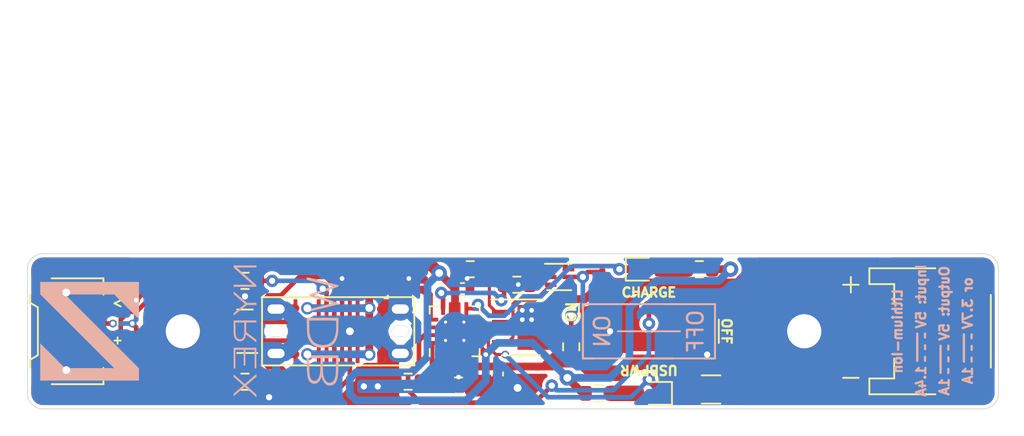
<source format=kicad_pcb>
(kicad_pcb (version 20171130) (host pcbnew "(5.1.10)-1")

  (general
    (thickness 1.6)
    (drawings 43)
    (tracks 485)
    (zones 0)
    (modules 30)
    (nets 29)
  )

  (page A4)
  (layers
    (0 F.Cu signal)
    (31 B.Cu signal)
    (32 B.Adhes user)
    (33 F.Adhes user)
    (34 B.Paste user)
    (35 F.Paste user)
    (36 B.SilkS user)
    (37 F.SilkS user)
    (38 B.Mask user)
    (39 F.Mask user)
    (40 Dwgs.User user)
    (41 Cmts.User user)
    (42 Eco1.User user)
    (43 Eco2.User user)
    (44 Edge.Cuts user)
    (45 Margin user)
    (46 B.CrtYd user)
    (47 F.CrtYd user)
    (48 B.Fab user)
    (49 F.Fab user)
  )

  (setup
    (last_trace_width 0.3)
    (trace_clearance 0.1)
    (zone_clearance 0.22)
    (zone_45_only no)
    (trace_min 0.2)
    (via_size 0.8)
    (via_drill 0.4)
    (via_min_size 0.4)
    (via_min_drill 0.3)
    (uvia_size 0.3)
    (uvia_drill 0.1)
    (uvias_allowed no)
    (uvia_min_size 0.2)
    (uvia_min_drill 0.1)
    (edge_width 0.05)
    (segment_width 0.2)
    (pcb_text_width 0.3)
    (pcb_text_size 1.5 1.5)
    (mod_edge_width 0.12)
    (mod_text_size 1 1)
    (mod_text_width 0.15)
    (pad_size 5 5)
    (pad_drill 2.2)
    (pad_to_mask_clearance 0)
    (aux_axis_origin 0 0)
    (grid_origin 157.365156 93.472)
    (visible_elements 7FFFFFFF)
    (pcbplotparams
      (layerselection 0x010fc_ffffffff)
      (usegerberextensions false)
      (usegerberattributes true)
      (usegerberadvancedattributes true)
      (creategerberjobfile true)
      (excludeedgelayer true)
      (linewidth 0.100000)
      (plotframeref false)
      (viasonmask false)
      (mode 1)
      (useauxorigin false)
      (hpglpennumber 1)
      (hpglpenspeed 20)
      (hpglpendiameter 15.000000)
      (psnegative false)
      (psa4output false)
      (plotreference true)
      (plotvalue true)
      (plotinvisibletext false)
      (padsonsilk false)
      (subtractmaskfromsilk false)
      (outputformat 1)
      (mirror false)
      (drillshape 0)
      (scaleselection 1)
      (outputdirectory "production/"))
  )

  (net 0 "")
  (net 1 "Net-(C1-Pad2)")
  (net 2 "Net-(C1-Pad1)")
  (net 3 BMSOUT)
  (net 4 GND)
  (net 5 VBATT)
  (net 6 VIN)
  (net 7 "Net-(D2-Pad2)")
  (net 8 "Net-(D2-Pad1)")
  (net 9 "Net-(D3-Pad1)")
  (net 10 "Net-(D3-Pad2)")
  (net 11 "Net-(F1-Pad2)")
  (net 12 "Net-(J1-PadA5)")
  (net 13 D+)
  (net 14 D-)
  (net 15 "Net-(J1-PadA8)")
  (net 16 "Net-(J1-PadB8)")
  (net 17 "Net-(J1-PadB5)")
  (net 18 "Net-(R4-Pad1)")
  (net 19 "Net-(R5-Pad2)")
  (net 20 "Net-(R6-Pad1)")
  (net 21 "Net-(R7-Pad2)")
  (net 22 "Net-(SW1-Pad2)")
  (net 23 "Net-(SW1-Pad3)")
  (net 24 "Net-(U1-Pad1)")
  (net 25 "Net-(U1-Pad2)")
  (net 26 "Net-(U1-Pad3)")
  (net 27 "Net-(U2-Pad2)")
  (net 28 "Net-(U3-Pad14)")

  (net_class Default "This is the default net class."
    (clearance 0.1)
    (trace_width 0.3)
    (via_dia 0.8)
    (via_drill 0.4)
    (uvia_dia 0.3)
    (uvia_drill 0.1)
    (add_net "Net-(C1-Pad1)")
    (add_net "Net-(D2-Pad1)")
    (add_net "Net-(D2-Pad2)")
    (add_net "Net-(J1-PadA5)")
    (add_net "Net-(J1-PadA8)")
    (add_net "Net-(J1-PadB5)")
    (add_net "Net-(J1-PadB8)")
    (add_net "Net-(R4-Pad1)")
    (add_net "Net-(R5-Pad2)")
    (add_net "Net-(R6-Pad1)")
    (add_net "Net-(R7-Pad2)")
    (add_net "Net-(SW1-Pad2)")
    (add_net "Net-(SW1-Pad3)")
    (add_net "Net-(U1-Pad1)")
    (add_net "Net-(U3-Pad14)")
  )

  (net_class "Big Trace" ""
    (clearance 0.1)
    (trace_width 1)
    (via_dia 1)
    (via_drill 0.5)
    (uvia_dia 0.3)
    (uvia_drill 0.1)
    (add_net "Net-(C1-Pad2)")
    (add_net "Net-(F1-Pad2)")
  )

  (net_class Power ""
    (clearance 0.1)
    (trace_width 0.5)
    (via_dia 1)
    (via_drill 0.5)
    (uvia_dia 0.3)
    (uvia_drill 0.1)
    (add_net BMSOUT)
    (add_net GND)
    (add_net "Net-(D3-Pad2)")
    (add_net "Net-(U2-Pad2)")
    (add_net VBATT)
    (add_net VIN)
  )

  (net_class Small ""
    (clearance 0.1)
    (trace_width 0.2)
    (via_dia 0.8)
    (via_drill 0.4)
    (uvia_dia 0.3)
    (uvia_drill 0.1)
    (add_net "Net-(D3-Pad1)")
    (add_net "Net-(U1-Pad2)")
    (add_net "Net-(U1-Pad3)")
  )

  (net_class "Thermal Via" ""
    (clearance 0.1)
    (trace_width 0.3)
    (via_dia 0.5)
    (via_drill 0.4)
    (uvia_dia 0.3)
    (uvia_drill 0.1)
  )

  (net_class "USB D+ D-" ""
    (clearance 0.1)
    (trace_width 0.3)
    (via_dia 0.5)
    (via_drill 0.3)
    (uvia_dia 0.3)
    (uvia_drill 0.1)
    (add_net D+)
    (add_net D-)
  )

  (module Package_SON:VSON-8_3.3x3.3mm_P0.65mm_NexFET_NOTSTUPID (layer F.Cu) (tedit 64D80548) (tstamp 647EBE43)
    (at 139.115156 93.222)
    (path /64284E8B)
    (attr smd)
    (fp_text reference U2 (at 0 -3) (layer F.SilkS) hide
      (effects (font (size 1 1) (thickness 0.15)))
    )
    (fp_text value CSD87313DMS (at 0 3) (layer F.Fab)
      (effects (font (size 1 1) (thickness 0.15)))
    )
    (fp_line (start -1.65 -0.5) (end -0.5 -1.65) (layer F.Fab) (width 0.1))
    (fp_line (start -2 -1.9) (end -2 1.9) (layer F.CrtYd) (width 0.05))
    (fp_line (start -2 1.9) (end 2 1.9) (layer F.CrtYd) (width 0.05))
    (fp_line (start -1.23 1.8) (end 1.23 1.8) (layer F.SilkS) (width 0.12))
    (fp_line (start 2 -1.9) (end 2 1.9) (layer F.CrtYd) (width 0.05))
    (fp_line (start -0.5 -1.65) (end 1.65 -1.65) (layer F.Fab) (width 0.1))
    (fp_line (start 1.65 -1.65) (end 1.65 1.65) (layer F.Fab) (width 0.1))
    (fp_line (start 1.65 1.65) (end -1.65 1.65) (layer F.Fab) (width 0.1))
    (fp_line (start -1.65 1.65) (end -1.65 -0.5) (layer F.Fab) (width 0.1))
    (fp_line (start -2 -1.9) (end 2 -1.9) (layer F.CrtYd) (width 0.05))
    (fp_line (start -1.9 -1.8) (end 1.23 -1.8) (layer F.SilkS) (width 0.12))
    (fp_text user %R (at 0 0) (layer F.Fab)
      (effects (font (size 0.7 0.7) (thickness 0.1)))
    )
    (pad 5 smd rect (at 0.62 0.805) (size 1.66 1.28) (layers F.Cu F.Paste F.Mask)
      (net 1 "Net-(C1-Pad2)") (solder_paste_margin_ratio -0.2))
    (pad 1 smd rect (at -1.28 -0.975) (size 1.14 0.32) (layers F.Cu F.Paste F.Mask)
      (net 25 "Net-(U1-Pad2)"))
    (pad 3 smd rect (at -1.28 0.325) (size 1.14 0.32) (layers F.Cu F.Paste F.Mask)
      (net 27 "Net-(U2-Pad2)"))
    (pad 2 smd rect (at -1.28 -0.325) (size 1.14 0.32) (layers F.Cu F.Paste F.Mask)
      (net 27 "Net-(U2-Pad2)"))
    (pad 4 smd rect (at -1.28 0.975) (size 1.14 0.32) (layers F.Cu F.Paste F.Mask)
      (net 26 "Net-(U1-Pad3)"))
    (pad 5 smd rect (at 1.65 0.975) (size 0.4 0.32) (layers F.Cu F.Paste F.Mask)
      (net 1 "Net-(C1-Pad2)"))
    (pad 5 smd rect (at 1.65 0.325) (size 0.4 0.32) (layers F.Cu F.Paste F.Mask)
      (net 1 "Net-(C1-Pad2)"))
    (pad 8 smd rect (at 1.65 -0.975) (size 0.4 0.32) (layers F.Cu F.Paste F.Mask)
      (net 4 GND))
    (pad 8 smd rect (at 0.62 -0.805) (size 1.66 1.28) (layers F.Cu F.Paste F.Mask)
      (net 4 GND) (solder_paste_margin_ratio -0.2))
    (pad 8 smd rect (at 1.65 -0.325) (size 0.4 0.32) (layers F.Cu F.Paste F.Mask)
      (net 4 GND))
  )

  (module Button_Switch_SMD:JS102011JCQN (layer F.Cu) (tedit 64D80392) (tstamp 64D802A2)
    (at 147.365156 93.472)
    (path /642C76C3)
    (attr smd)
    (fp_text reference SW1 (at -0.8 5.7) (layer F.SilkS) hide
      (effects (font (size 1 1) (thickness 0.15)))
    )
    (fp_text value SW_SPDT (at -0.1 -10.6) (layer F.Fab)
      (effects (font (size 1 1) (thickness 0.15)))
    )
    (fp_line (start -3.175 0) (end 3.175 0) (layer Dwgs.User) (width 0.12))
    (fp_line (start 2.54 1.905) (end 2.54 -1.905) (layer Dwgs.User) (width 0.12))
    (fp_line (start 0 1.905) (end 0 -1.905) (layer Dwgs.User) (width 0.12))
    (fp_line (start -2.54 1.905) (end -2.54 -1.905) (layer Dwgs.User) (width 0.12))
    (fp_line (start 4.25 -1.75) (end 4.25 1.75) (layer F.SilkS) (width 0.12))
    (fp_line (start 1.524 1.75) (end -1.524 1.75) (layer F.SilkS) (width 0.12))
    (fp_line (start -4.25 1.75) (end -4.25 -1.75) (layer F.SilkS) (width 0.12))
    (fp_line (start -4.25 -1.75) (end -1.016 -1.75) (layer F.SilkS) (width 0.12))
    (fp_line (start 4.25 -1.75) (end 1.016 -1.75) (layer F.SilkS) (width 0.12))
    (fp_line (start 4.25 1.75) (end 3.556 1.75) (layer F.SilkS) (width 0.12))
    (fp_line (start -3.556 1.75) (end -4.25 1.75) (layer F.SilkS) (width 0.12))
    (pad 1 smd circle (at -2.54 1.5875) (size 0.8 0.8) (layers F.Cu F.Paste F.Mask)
      (net 4 GND))
    (pad 2 smd circle (at 0 -1.5875) (size 0.8 0.8) (layers F.Cu F.Paste F.Mask)
      (net 22 "Net-(SW1-Pad2)"))
    (pad 3 smd circle (at 2.54 1.5875) (size 0.8 0.8) (layers F.Cu F.Paste F.Mask)
      (net 23 "Net-(SW1-Pad3)"))
  )

  (module niche65logo:WDB_logo (layer B.Cu) (tedit 0) (tstamp 647FC680)
    (at 126.365156 93.472 270)
    (fp_text reference G*** (at 0 0 90) (layer B.SilkS) hide
      (effects (font (size 1.524 1.524) (thickness 0.3)) (justify mirror))
    )
    (fp_text value LOGO (at 0.75 0 90) (layer B.SilkS) hide
      (effects (font (size 1.524 1.524) (thickness 0.3)) (justify mirror))
    )
    (fp_poly (pts (xy 2.279136 1.014064) (xy 2.488307 1.007885) (xy 2.668563 0.996905) (xy 2.822275 0.980565)
      (xy 2.95182 0.958307) (xy 3.059571 0.929574) (xy 3.147902 0.893806) (xy 3.219189 0.850447)
      (xy 3.275805 0.798938) (xy 3.320126 0.73872) (xy 3.335388 0.711199) (xy 3.373688 0.603725)
      (xy 3.379763 0.498285) (xy 3.355247 0.397735) (xy 3.301773 0.304928) (xy 3.220972 0.222717)
      (xy 3.114478 0.153958) (xy 2.987173 0.102503) (xy 2.894095 0.073704) (xy 2.998006 0.044814)
      (xy 3.138632 -0.006084) (xy 3.263129 -0.074621) (xy 3.366249 -0.157117) (xy 3.442747 -0.249896)
      (xy 3.459434 -0.278639) (xy 3.490824 -0.371803) (xy 3.497276 -0.477696) (xy 3.479041 -0.586406)
      (xy 3.449749 -0.662943) (xy 3.407703 -0.733031) (xy 3.353635 -0.793925) (xy 3.285362 -0.846154)
      (xy 3.2007 -0.890248) (xy 3.097465 -0.926734) (xy 2.973474 -0.956143) (xy 2.826544 -0.979001)
      (xy 2.65449 -0.995839) (xy 2.455129 -1.007186) (xy 2.226278 -1.013569) (xy 1.9939 -1.015507)
      (xy 1.557867 -1.016) (xy 1.557867 -0.8636) (xy 1.7272 -0.8636) (xy 2.1717 -0.863462)
      (xy 2.300556 -0.862763) (xy 2.426755 -0.860874) (xy 2.543701 -0.857984) (xy 2.644795 -0.854282)
      (xy 2.723442 -0.849956) (xy 2.762913 -0.846511) (xy 2.931177 -0.818783) (xy 3.068484 -0.777663)
      (xy 3.17502 -0.723065) (xy 3.250971 -0.6549) (xy 3.284471 -0.602364) (xy 3.309083 -0.526572)
      (xy 3.318337 -0.441199) (xy 3.311791 -0.360046) (xy 3.293978 -0.305659) (xy 3.247805 -0.243588)
      (xy 3.177719 -0.182471) (xy 3.093083 -0.129554) (xy 3.029729 -0.1011) (xy 2.963156 -0.077268)
      (xy 2.901054 -0.058078) (xy 2.838472 -0.042941) (xy 2.770457 -0.031268) (xy 2.692057 -0.022469)
      (xy 2.59832 -0.015956) (xy 2.484294 -0.011139) (xy 2.345027 -0.007429) (xy 2.2225 -0.005044)
      (xy 1.7272 0.003704) (xy 1.7272 -0.8636) (xy 1.557867 -0.8636) (xy 1.557867 0.135466)
      (xy 1.7272 0.135466) (xy 2.0955 0.135605) (xy 2.215434 0.136454) (xy 2.334571 0.138741)
      (xy 2.444968 0.142207) (xy 2.538685 0.146595) (xy 2.607779 0.151647) (xy 2.6162 0.152519)
      (xy 2.77887 0.178635) (xy 2.917823 0.217968) (xy 3.031309 0.269443) (xy 3.11758 0.331981)
      (xy 3.174888 0.404506) (xy 3.201483 0.485939) (xy 3.203222 0.514181) (xy 3.188546 0.606378)
      (xy 3.143699 0.684967) (xy 3.072588 0.748645) (xy 3.031592 0.775042) (xy 2.989618 0.796637)
      (xy 2.942761 0.813966) (xy 2.887113 0.827564) (xy 2.818767 0.837967) (xy 2.733816 0.84571)
      (xy 2.628354 0.851331) (xy 2.498472 0.855363) (xy 2.340264 0.858343) (xy 2.264834 0.859404)
      (xy 1.7272 0.866469) (xy 1.7272 0.135466) (xy 1.557867 0.135466) (xy 1.557867 1.015999)
      (xy 2.038673 1.015999) (xy 2.279136 1.014064)) (layer B.SilkS) (width 0.01))
    (fp_poly (pts (xy -0.351366 1.011097) (xy -0.177918 1.007473) (xy -0.033798 1.002886) (xy 0.085532 0.996678)
      (xy 0.184608 0.988194) (xy 0.267968 0.976776) (xy 0.340149 0.961766) (xy 0.405689 0.942509)
      (xy 0.469124 0.918348) (xy 0.534992 0.888624) (xy 0.552349 0.880258) (xy 0.701399 0.791307)
      (xy 0.8247 0.681413) (xy 0.923583 0.548982) (xy 0.999381 0.39242) (xy 1.026704 0.312381)
      (xy 1.047624 0.21194) (xy 1.058185 0.090841) (xy 1.058539 -0.039378) (xy 1.04884 -0.167181)
      (xy 1.029242 -0.281032) (xy 1.018285 -0.321307) (xy 0.973139 -0.448949) (xy 0.923681 -0.551397)
      (xy 0.865091 -0.637317) (xy 0.806854 -0.701517) (xy 0.693456 -0.794188) (xy 0.556477 -0.869989)
      (xy 0.392201 -0.930929) (xy 0.372078 -0.936877) (xy 0.268008 -0.962948) (xy 0.153959 -0.983283)
      (xy 0.025168 -0.99832) (xy -0.12313 -1.008494) (xy -0.2957 -1.014241) (xy -0.491731 -1.016)
      (xy -0.8636 -1.016) (xy -0.8636 0.002822) (xy -0.694266 0.002822) (xy -0.694051 -0.164786)
      (xy -0.693431 -0.322056) (xy -0.69245 -0.465753) (xy -0.69115 -0.592641) (xy -0.689571 -0.699484)
      (xy -0.687756 -0.783047) (xy -0.685747 -0.840095) (xy -0.683586 -0.867391) (xy -0.682978 -0.869245)
      (xy -0.661402 -0.874154) (xy -0.612122 -0.877553) (xy -0.541264 -0.879499) (xy -0.454954 -0.880045)
      (xy -0.35932 -0.879247) (xy -0.260487 -0.877161) (xy -0.164581 -0.873841) (xy -0.07773 -0.869342)
      (xy -0.006058 -0.86372) (xy 0 -0.863102) (xy 0.191276 -0.834686) (xy 0.354738 -0.791793)
      (xy 0.493762 -0.733143) (xy 0.611724 -0.657458) (xy 0.666085 -0.610734) (xy 0.76131 -0.497793)
      (xy 0.831808 -0.364174) (xy 0.87628 -0.213658) (xy 0.893426 -0.050023) (xy 0.890836 0.042868)
      (xy 0.864908 0.223897) (xy 0.814953 0.381175) (xy 0.740412 0.515341) (xy 0.640723 0.627032)
      (xy 0.515325 0.716884) (xy 0.363658 0.785537) (xy 0.197291 0.831175) (xy 0.13378 0.842769)
      (xy 0.067221 0.851345) (xy -0.00881 0.857297) (xy -0.100737 0.861023) (xy -0.214982 0.862916)
      (xy -0.325966 0.863377) (xy -0.694266 0.863599) (xy -0.694266 0.002822) (xy -0.8636 0.002822)
      (xy -0.8636 1.020175) (xy -0.351366 1.011097)) (layer B.SilkS) (width 0.01))
    (fp_poly (pts (xy -1.265532 1.01293) (xy -1.239147 1.005187) (xy -1.236133 1.000946) (xy -1.240156 0.982834)
      (xy -1.251641 0.935378) (xy -1.269709 0.862061) (xy -1.293484 0.766362) (xy -1.322086 0.651763)
      (xy -1.354638 0.521743) (xy -1.390263 0.379785) (xy -1.428083 0.229369) (xy -1.46722 0.073976)
      (xy -1.506795 -0.082914) (xy -1.545932 -0.237819) (xy -1.583753 -0.387259) (xy -1.61938 -0.527753)
      (xy -1.651934 -0.655819) (xy -1.680539 -0.767978) (xy -1.704316 -0.860749) (xy -1.722388 -0.930649)
      (xy -1.733876 -0.9742) (xy -1.737285 -0.986367) (xy -1.75981 -1.01027) (xy -1.784239 -1.016)
      (xy -1.793607 -1.01408) (xy -1.80336 -1.006547) (xy -1.814499 -0.990741) (xy -1.828026 -0.964004)
      (xy -1.84494 -0.923677) (xy -1.866244 -0.8671) (xy -1.892937 -0.791615) (xy -1.926021 -0.694563)
      (xy -1.966497 -0.573285) (xy -2.015364 -0.425121) (xy -2.073625 -0.247414) (xy -2.07424 -0.245534)
      (xy -2.124865 -0.091449) (xy -2.172483 0.05235) (xy -2.216035 0.182747) (xy -2.254463 0.296627)
      (xy -2.286708 0.390873) (xy -2.311712 0.462369) (xy -2.328417 0.507998) (xy -2.335764 0.524644)
      (xy -2.335842 0.524664) (xy -2.343353 0.50918) (xy -2.360574 0.465234) (xy -2.38621 0.39639)
      (xy -2.418965 0.306215) (xy -2.457544 0.198274) (xy -2.500652 0.076133) (xy -2.546528 -0.055303)
      (xy -2.615779 -0.254849) (xy -2.674767 -0.424796) (xy -2.724417 -0.567507) (xy -2.765657 -0.685348)
      (xy -2.799412 -0.780683) (xy -2.826608 -0.855877) (xy -2.848171 -0.913295) (xy -2.865028 -0.955302)
      (xy -2.878104 -0.984262) (xy -2.888327 -1.002541) (xy -2.89662 -1.012502) (xy -2.903912 -1.016512)
      (xy -2.911128 -1.016934) (xy -2.919194 -1.016133) (xy -2.922762 -1.016) (xy -2.954009 -1.014485)
      (xy -2.963886 -1.011767) (xy -2.968088 -0.995071) (xy -2.980011 -0.948394) (xy -2.998932 -0.874554)
      (xy -3.024128 -0.776366) (xy -3.054875 -0.656648) (xy -3.090449 -0.518216) (xy -3.130128 -0.363886)
      (xy -3.173188 -0.196476) (xy -3.218905 -0.018801) (xy -3.223744 0) (xy -3.483049 1.007533)
      (xy -3.407095 1.01279) (xy -3.358618 1.013156) (xy -3.325267 1.007925) (xy -3.318866 1.004324)
      (xy -3.312466 0.985632) (xy -3.2988 0.937267) (xy -3.278704 0.862438) (xy -3.253009 0.764356)
      (xy -3.222548 0.646232) (xy -3.188155 0.511276) (xy -3.150662 0.362699) (xy -3.110903 0.20371)
      (xy -3.105509 0.182033) (xy -3.065655 0.02247) (xy -3.028075 -0.126645) (xy -2.993584 -0.262176)
      (xy -2.962998 -0.380981) (xy -2.937131 -0.479923) (xy -2.916797 -0.555862) (xy -2.902811 -0.605659)
      (xy -2.895989 -0.626176) (xy -2.895638 -0.626534) (xy -2.888128 -0.611162) (xy -2.870979 -0.567592)
      (xy -2.845592 -0.499647) (xy -2.813363 -0.411145) (xy -2.775692 -0.305909) (xy -2.733976 -0.187758)
      (xy -2.711249 -0.122767) (xy -2.640652 0.079863) (xy -2.58039 0.25287) (xy -2.529558 0.398577)
      (xy -2.487253 0.519308) (xy -2.452569 0.617388) (xy -2.424604 0.69514) (xy -2.402453 0.754889)
      (xy -2.385212 0.798958) (xy -2.371978 0.829672) (xy -2.361846 0.849354) (xy -2.353913 0.86033)
      (xy -2.347274 0.864921) (xy -2.341026 0.865454) (xy -2.334265 0.864251) (xy -2.327592 0.8636)
      (xy -2.318567 0.860844) (xy -2.308376 0.851258) (xy -2.296316 0.832857) (xy -2.281687 0.803659)
      (xy -2.263785 0.761682) (xy -2.241909 0.704945) (xy -2.215356 0.631463) (xy -2.183425 0.539256)
      (xy -2.145414 0.42634) (xy -2.10062 0.290733) (xy -2.048342 0.130453) (xy -1.987877 -0.056483)
      (xy -1.918524 -0.272057) (xy -1.852332 -0.478446) (xy -1.830756 -0.540314) (xy -1.811796 -0.584789)
      (xy -1.798161 -0.605988) (xy -1.793834 -0.605446) (xy -1.78766 -0.585216) (xy -1.77419 -0.535377)
      (xy -1.754258 -0.459196) (xy -1.728701 -0.359941) (xy -1.698355 -0.240879) (xy -1.664056 -0.105275)
      (xy -1.626642 0.043601) (xy -1.586946 0.202485) (xy -1.583605 0.2159) (xy -1.384378 1.015999)
      (xy -1.310256 1.015999) (xy -1.265532 1.01293)) (layer B.SilkS) (width 0.01))
  )

  (module niche65logo:nyrexlogoSMALL (layer B.Cu) (tedit 0) (tstamp 647FC54C)
    (at 121.365156 93.472 270)
    (fp_text reference G*** (at 0 0 90) (layer B.SilkS) hide
      (effects (font (size 1.524 1.524) (thickness 0.3)) (justify mirror))
    )
    (fp_text value LOGO (at 0.75 0 90) (layer B.SilkS) hide
      (effects (font (size 1.524 1.524) (thickness 0.3)) (justify mirror))
    )
    (fp_poly (pts (xy 2.934855 0.729583) (xy 2.970066 0.689219) (xy 2.996282 0.659229) (xy 3.025523 0.625894)
      (xy 3.057273 0.589792) (xy 3.091016 0.551504) (xy 3.126238 0.511609) (xy 3.162424 0.470686)
      (xy 3.199059 0.429314) (xy 3.235627 0.388074) (xy 3.271613 0.347544) (xy 3.306503 0.308303)
      (xy 3.339782 0.270932) (xy 3.370933 0.236009) (xy 3.399443 0.204114) (xy 3.424796 0.175827)
      (xy 3.446477 0.151726) (xy 3.463971 0.132392) (xy 3.476762 0.118403) (xy 3.484337 0.110339)
      (xy 3.486277 0.108527) (xy 3.489783 0.11193) (xy 3.498912 0.121806) (xy 3.513225 0.137662)
      (xy 3.532283 0.159) (xy 3.555648 0.185325) (xy 3.582882 0.216141) (xy 3.613547 0.250953)
      (xy 3.647205 0.289264) (xy 3.683417 0.330579) (xy 3.721745 0.374401) (xy 3.759068 0.417159)
      (xy 3.799025 0.462931) (xy 3.837309 0.5067) (xy 3.873478 0.547963) (xy 3.907091 0.586221)
      (xy 3.937704 0.620974) (xy 3.964877 0.651721) (xy 3.988166 0.677963) (xy 4.007131 0.699198)
      (xy 4.021329 0.714927) (xy 4.030318 0.724649) (xy 4.033611 0.72786) (xy 4.039941 0.728508)
      (xy 4.053723 0.728897) (xy 4.073176 0.729008) (xy 4.096518 0.728822) (xy 4.107255 0.728647)
      (xy 4.175503 0.727363) (xy 3.574579 0.016559) (xy 3.58535 0.004816) (xy 3.59309 -0.003731)
      (xy 3.606104 -0.018232) (xy 3.623901 -0.038133) (xy 3.645993 -0.062886) (xy 3.671889 -0.091938)
      (xy 3.701101 -0.12474) (xy 3.733139 -0.160738) (xy 3.767515 -0.199383) (xy 3.803738 -0.240124)
      (xy 3.84132 -0.282409) (xy 3.87977 -0.325688) (xy 3.918601 -0.369409) (xy 3.957322 -0.413021)
      (xy 3.995444 -0.455973) (xy 4.032477 -0.497715) (xy 4.067934 -0.537694) (xy 4.101324 -0.575361)
      (xy 4.132157 -0.610164) (xy 4.159945 -0.641551) (xy 4.184199 -0.668972) (xy 4.204428 -0.691876)
      (xy 4.220144 -0.709712) (xy 4.230857 -0.721928) (xy 4.236079 -0.727974) (xy 4.236511 -0.728518)
      (xy 4.235945 -0.730673) (xy 4.230575 -0.73225) (xy 4.219422 -0.733325) (xy 4.201502 -0.733969)
      (xy 4.175833 -0.734258) (xy 4.159415 -0.734291) (xy 4.078793 -0.734291) (xy 3.794706 -0.418669)
      (xy 3.753102 -0.372441) (xy 3.713099 -0.327983) (xy 3.675152 -0.285801) (xy 3.639714 -0.246397)
      (xy 3.607239 -0.210278) (xy 3.57818 -0.177948) (xy 3.55299 -0.149912) (xy 3.532125 -0.126674)
      (xy 3.516036 -0.108739) (xy 3.505179 -0.096611) (xy 3.500005 -0.090795) (xy 3.499828 -0.090593)
      (xy 3.489037 -0.078139) (xy 3.241964 -0.365476) (xy 3.202954 -0.410846) (xy 3.164986 -0.455012)
      (xy 3.128593 -0.497352) (xy 3.094306 -0.537249) (xy 3.062658 -0.574081) (xy 3.03418 -0.607231)
      (xy 3.009405 -0.636078) (xy 2.988866 -0.660004) (xy 2.973094 -0.678388) (xy 2.962621 -0.690611)
      (xy 2.960255 -0.693379) (xy 2.925619 -0.733944) (xy 2.848264 -0.734118) (xy 2.822702 -0.734045)
      (xy 2.800703 -0.733733) (xy 2.783777 -0.733224) (xy 2.773436 -0.732559) (xy 2.77091 -0.73198)
      (xy 2.773837 -0.72822) (xy 2.78236 -0.717889) (xy 2.796087 -0.70145) (xy 2.814626 -0.679367)
      (xy 2.837586 -0.652103) (xy 2.864577 -0.620121) (xy 2.895206 -0.583885) (xy 2.929083 -0.543857)
      (xy 2.965817 -0.5005) (xy 3.005016 -0.454278) (xy 3.046289 -0.405655) (xy 3.084946 -0.360151)
      (xy 3.12777 -0.309717) (xy 3.168871 -0.261229) (xy 3.207858 -0.215153) (xy 3.244338 -0.171955)
      (xy 3.277921 -0.132102) (xy 3.308213 -0.096061) (xy 3.334824 -0.064297) (xy 3.357362 -0.037279)
      (xy 3.375436 -0.015473) (xy 3.388652 0.000656) (xy 3.396621 0.010639) (xy 3.398982 0.013983)
      (xy 3.396003 0.018029) (xy 3.387338 0.028545) (xy 3.373393 0.045061) (xy 3.354576 0.067104)
      (xy 3.331293 0.094205) (xy 3.303951 0.125892) (xy 3.272957 0.161694) (xy 3.238718 0.20114)
      (xy 3.201642 0.24376) (xy 3.162134 0.289081) (xy 3.120601 0.336633) (xy 3.092846 0.368363)
      (xy 3.050154 0.417155) (xy 3.00916 0.46404) (xy 2.970277 0.508543) (xy 2.933916 0.55019)
      (xy 2.900492 0.588509) (xy 2.870415 0.623024) (xy 2.8441 0.653264) (xy 2.821958 0.678753)
      (xy 2.804401 0.699019) (xy 2.791844 0.713587) (xy 2.784697 0.721984) (xy 2.783155 0.7239)
      (xy 2.783695 0.726088) (xy 2.789074 0.727676) (xy 2.800289 0.728742) (xy 2.818337 0.729362)
      (xy 2.844215 0.729613) (xy 2.857228 0.729628) (xy 2.934855 0.729583)) (layer B.SilkS) (width 0.01))
    (fp_poly (pts (xy 2.392219 0.618836) (xy 1.186873 0.618836) (xy 1.186873 0.083127) (xy 2.202873 0.083127)
      (xy 2.202873 -0.027709) (xy 1.186873 -0.027709) (xy 1.186873 -0.623455) (xy 2.382982 -0.623455)
      (xy 2.382982 -0.734291) (xy 1.062182 -0.734291) (xy 1.062182 0.729672) (xy 2.392219 0.729672)
      (xy 2.392219 0.618836)) (layer B.SilkS) (width 0.01))
    (fp_poly (pts (xy -0.257463 0.723864) (xy -0.183184 0.723574) (xy -0.117533 0.723282) (xy -0.059903 0.722977)
      (xy -0.009685 0.722648) (xy 0.033728 0.72228) (xy 0.070944 0.721863) (xy 0.102572 0.721384)
      (xy 0.129219 0.72083) (xy 0.151493 0.72019) (xy 0.170002 0.719452) (xy 0.185354 0.718602)
      (xy 0.198157 0.717629) (xy 0.209018 0.71652) (xy 0.218547 0.715263) (xy 0.225725 0.714125)
      (xy 0.295742 0.700147) (xy 0.357673 0.68315) (xy 0.412271 0.662805) (xy 0.460285 0.638783)
      (xy 0.502467 0.610755) (xy 0.539568 0.578393) (xy 0.542637 0.575304) (xy 0.569832 0.545519)
      (xy 0.590899 0.517031) (xy 0.607813 0.486707) (xy 0.622548 0.451413) (xy 0.625028 0.444552)
      (xy 0.630458 0.428811) (xy 0.634317 0.415686) (xy 0.636876 0.403042) (xy 0.638406 0.38874)
      (xy 0.639177 0.370644) (xy 0.63946 0.346618) (xy 0.639505 0.3302) (xy 0.638865 0.29126)
      (xy 0.636499 0.259376) (xy 0.631932 0.232453) (xy 0.624691 0.208394) (xy 0.614305 0.185104)
      (xy 0.601725 0.16282) (xy 0.567059 0.113773) (xy 0.526307 0.070884) (xy 0.479205 0.033992)
      (xy 0.425485 0.002937) (xy 0.364883 -0.022442) (xy 0.297132 -0.042305) (xy 0.243595 -0.053312)
      (xy 0.22495 -0.056666) (xy 0.210118 -0.05956) (xy 0.201185 -0.061575) (xy 0.199548 -0.06215)
      (xy 0.202073 -0.065947) (xy 0.209818 -0.076562) (xy 0.222392 -0.093476) (xy 0.239403 -0.116171)
      (xy 0.260459 -0.144129) (xy 0.285169 -0.176832) (xy 0.313141 -0.21376) (xy 0.343983 -0.254396)
      (xy 0.377303 -0.298222) (xy 0.412711 -0.344719) (xy 0.449813 -0.393369) (xy 0.452342 -0.396682)
      (xy 0.489574 -0.445485) (xy 0.525166 -0.492185) (xy 0.558722 -0.536261) (xy 0.589848 -0.577193)
      (xy 0.61815 -0.614461) (xy 0.643234 -0.647545) (xy 0.664705 -0.675925) (xy 0.682168 -0.69908)
      (xy 0.69523 -0.71649) (xy 0.703496 -0.727635) (xy 0.706571 -0.731994) (xy 0.706582 -0.73203)
      (xy 0.702214 -0.732773) (xy 0.690112 -0.733413) (xy 0.671775 -0.733907) (xy 0.648707 -0.734212)
      (xy 0.628261 -0.734291) (xy 0.549939 -0.734291) (xy 0.299702 -0.401782) (xy 0.049466 -0.069273)
      (xy -0.568036 -0.069273) (xy -0.568036 -0.734291) (xy -0.692727 -0.734291) (xy -0.692727 0.328933)
      (xy -0.568036 0.328933) (xy -0.567988 0.278388) (xy -0.567848 0.230598) (xy -0.567625 0.18636)
      (xy -0.567329 0.146472) (xy -0.566966 0.11173) (xy -0.566547 0.082932) (xy -0.566078 0.060875)
      (xy -0.56557 0.046357) (xy -0.565029 0.040174) (xy -0.564957 0.040024) (xy -0.559772 0.039355)
      (xy -0.546237 0.038777) (xy -0.525237 0.038288) (xy -0.49766 0.037886) (xy -0.464391 0.037571)
      (xy -0.426316 0.037339) (xy -0.384321 0.037189) (xy -0.339291 0.03712) (xy -0.292114 0.037129)
      (xy -0.243674 0.037216) (xy -0.194858 0.037378) (xy -0.146552 0.037613) (xy -0.099642 0.037921)
      (xy -0.055013 0.038298) (xy -0.013552 0.038744) (xy 0.023855 0.039256) (xy 0.056323 0.039834)
      (xy 0.082965 0.040474) (xy 0.102896 0.041176) (xy 0.106219 0.041335) (xy 0.171041 0.046022)
      (xy 0.228029 0.053203) (xy 0.278304 0.063119) (xy 0.322991 0.076013) (xy 0.363211 0.092125)
      (xy 0.379477 0.100137) (xy 0.407775 0.117618) (xy 0.435675 0.139661) (xy 0.460412 0.163826)
      (xy 0.479217 0.187677) (xy 0.479716 0.188449) (xy 0.49965 0.227813) (xy 0.511943 0.270887)
      (xy 0.516535 0.316104) (xy 0.513368 0.3619) (xy 0.502381 0.406709) (xy 0.489189 0.438295)
      (xy 0.467741 0.474006) (xy 0.441158 0.505091) (xy 0.408792 0.531945) (xy 0.369994 0.55496)
      (xy 0.324116 0.574528) (xy 0.27051 0.591044) (xy 0.217055 0.60324) (xy 0.208947 0.60468)
      (xy 0.199614 0.605946) (xy 0.18841 0.607054) (xy 0.174686 0.608019) (xy 0.157793 0.608856)
      (xy 0.137084 0.60958) (xy 0.11191 0.610207) (xy 0.081623 0.610751) (xy 0.045575 0.611228)
      (xy 0.003118 0.611653) (xy -0.046396 0.612041) (xy -0.103615 0.612407) (xy -0.169188 0.612768)
      (xy -0.195118 0.612899) (xy -0.568036 0.614763) (xy -0.568036 0.328933) (xy -0.692727 0.328933)
      (xy -0.692727 0.725491) (xy -0.257463 0.723864)) (layer B.SilkS) (width 0.01))
    (fp_poly (pts (xy -2.08094 0.357909) (xy -2.037583 0.307903) (xy -1.995912 0.259907) (xy -1.956327 0.214375)
      (xy -1.919227 0.171765) (xy -1.885011 0.132532) (xy -1.854079 0.097133) (xy -1.826828 0.066023)
      (xy -1.803659 0.03966) (xy -1.784971 0.018499) (xy -1.771161 0.002996) (xy -1.76263 -0.006392)
      (xy -1.75979 -0.009237) (xy -1.756538 -0.005716) (xy -1.747891 0.004529) (xy -1.734237 0.02102)
      (xy -1.715964 0.043279) (xy -1.69346 0.07083) (xy -1.667114 0.103194) (xy -1.637315 0.139893)
      (xy -1.604451 0.180452) (xy -1.568909 0.224391) (xy -1.531079 0.271233) (xy -1.491348 0.320501)
      (xy -1.461431 0.357646) (xy -1.16609 0.724528) (xy -1.092789 0.724791) (xy -1.06456 0.724751)
      (xy -1.044541 0.724341) (xy -1.031713 0.723481) (xy -1.025053 0.722087) (xy -1.023539 0.720079)
      (xy -1.023984 0.719282) (xy -1.027245 0.715166) (xy -1.035637 0.704601) (xy -1.049205 0.687535)
      (xy -1.067991 0.663912) (xy -1.092037 0.633679) (xy -1.121388 0.596781) (xy -1.156087 0.553164)
      (xy -1.196175 0.502775) (xy -1.241697 0.445558) (xy -1.292696 0.38146) (xy -1.349214 0.310427)
      (xy -1.411295 0.232404) (xy -1.478981 0.147338) (xy -1.552317 0.055173) (xy -1.631344 -0.044143)
      (xy -1.663472 -0.084519) (xy -1.69949 -0.129784) (xy -1.69949 -0.734291) (xy -1.8288 -0.734291)
      (xy -1.8288 -0.123883) (xy -2.185554 0.292607) (xy -2.231462 0.346207) (xy -2.275759 0.397935)
      (xy -2.318066 0.447348) (xy -2.358005 0.494005) (xy -2.395199 0.537465) (xy -2.429269 0.577284)
      (xy -2.459837 0.613022) (xy -2.486526 0.644236) (xy -2.508957 0.670485) (xy -2.526753 0.691326)
      (xy -2.539535 0.706318) (xy -2.546925 0.715018) (xy -2.548647 0.717076) (xy -2.550431 0.719989)
      (xy -2.549659 0.722092) (xy -2.545158 0.723518) (xy -2.535754 0.724396) (xy -2.520271 0.724857)
      (xy -2.497536 0.725032) (xy -2.477029 0.725054) (xy -2.399072 0.725054) (xy -2.08094 0.357909)) (layer B.SilkS) (width 0.01))
    (fp_poly (pts (xy -2.999509 -0.503922) (xy -2.998337 0.110566) (xy -2.997166 0.725054) (xy -2.923292 0.725054)
      (xy -2.893679 0.724937) (xy -2.872375 0.724311) (xy -2.858456 0.722763) (xy -2.850994 0.71988)
      (xy -2.849064 0.715251) (xy -2.85174 0.708462) (xy -2.858095 0.699101) (xy -2.859809 0.696773)
      (xy -2.8702 0.68272) (xy -2.872842 -0.7346) (xy -2.968858 -0.731982) (xy -4.11249 0.538018)
      (xy -4.113661 -0.098137) (xy -4.114832 -0.734291) (xy -4.23949 -0.734291) (xy -4.23949 0.725054)
      (xy -4.111655 0.725054) (xy -2.999509 -0.503922)) (layer B.SilkS) (width 0.01))
  )

  (module Connector_USB:GCT_USB4145_03_0170_C (layer F.Cu) (tedit 647E30D4) (tstamp 647EBD1B)
    (at 127.365156 93.472)
    (path /6402E7C2)
    (attr smd)
    (fp_text reference J1 (at 0.1 -19.5) (layer F.SilkS) hide
      (effects (font (size 1 1) (thickness 0.15)))
    )
    (fp_text value USB_C_Receptacle_USB2.0 (at 0.1 -20.5) (layer F.Fab)
      (effects (font (size 1 1) (thickness 0.15)))
    )
    (fp_line (start -4.8 -2.005) (end 4.8 -2.005) (layer F.Fab) (width 0.12))
    (fp_line (start -4.8 2.005) (end -4.8 -2.005) (layer F.Fab) (width 0.12))
    (fp_line (start 4.8 2.005) (end -4.8 2.005) (layer F.Fab) (width 0.12))
    (fp_line (start 4.8 -2.005) (end 4.8 2.005) (layer F.Fab) (width 0.12))
    (fp_line (start -4.9 2.2) (end 4.9 2.2) (layer F.SilkS) (width 0.12))
    (fp_line (start -4.9 -2.2) (end -4.9 2.2) (layer F.SilkS) (width 0.12))
    (fp_line (start 4.9 -2.2) (end 4.9 2.2) (layer F.SilkS) (width 0.12))
    (fp_line (start -4.9 -2.2) (end 4.9 -2.2) (layer F.SilkS) (width 0.12))
    (pad S1 thru_hole oval (at 4 1.43) (size 1.6 1.1) (drill oval 1.1 0.6) (layers *.Cu *.Mask)
      (net 4 GND))
    (pad S1 thru_hole oval (at -4 1.43) (size 1.6 1.1) (drill oval 1.1 0.6) (layers *.Cu *.Mask)
      (net 4 GND))
    (pad S1 thru_hole oval (at 4 -1.43) (size 1.6 1.1) (drill oval 1.1 0.6) (layers *.Cu *.Mask)
      (net 4 GND))
    (pad B7 smd rect (at -0.25 1.485) (size 0.25 1.15) (layers F.Cu F.Paste F.Mask)
      (net 14 D-))
    (pad B6 smd rect (at 0.25 1.485) (size 0.25 1.15) (layers F.Cu F.Paste F.Mask)
      (net 13 D+))
    (pad "" np_thru_hole roundrect (at -4 0) (size 1.1 0.71) (drill oval 1.1 0.71) (layers *.Cu *.Mask) (roundrect_rratio 0.5))
    (pad B4 smd rect (at 1.25 1.485) (size 0.25 1.15) (layers F.Cu F.Paste F.Mask)
      (net 6 VIN))
    (pad A12 smd rect (at 2.7 -1.485) (size 0.25 1.15) (layers F.Cu F.Paste F.Mask)
      (net 4 GND))
    (pad A5 smd rect (at -0.75 -1.485) (size 0.25 1.15) (layers F.Cu F.Paste F.Mask)
      (net 12 "Net-(J1-PadA5)"))
    (pad B5 smd rect (at 0.75 1.485) (size 0.25 1.15) (layers F.Cu F.Paste F.Mask)
      (net 17 "Net-(J1-PadB5)"))
    (pad A8 smd rect (at 0.75 -1.485) (size 0.25 1.15) (layers F.Cu F.Paste F.Mask)
      (net 15 "Net-(J1-PadA8)"))
    (pad A7 smd rect (at 0.25 -1.485) (size 0.25 1.15) (layers F.Cu F.Paste F.Mask)
      (net 14 D-))
    (pad A6 smd rect (at -0.25 -1.485) (size 0.25 1.15) (layers F.Cu F.Paste F.Mask)
      (net 13 D+))
    (pad B12 smd rect (at -2.75 1.485) (size 0.25 1.15) (layers F.Cu F.Paste F.Mask)
      (net 4 GND))
    (pad S1 thru_hole oval (at -4 -1.43) (size 1.6 1.1) (drill oval 1.1 0.6) (layers *.Cu *.Mask)
      (net 4 GND))
    (pad A1 smd rect (at -2.75 -1.485) (size 0.25 1.15) (layers F.Cu F.Paste F.Mask)
      (net 4 GND))
    (pad A4 smd rect (at -1.25 -1.485) (size 0.25 1.15) (layers F.Cu F.Paste F.Mask)
      (net 6 VIN))
    (pad A9 smd rect (at 1.25 -1.485) (size 0.25 1.15) (layers F.Cu F.Paste F.Mask)
      (net 6 VIN))
    (pad B9 smd rect (at -1.25 1.485) (size 0.25 1.15) (layers F.Cu F.Paste F.Mask)
      (net 6 VIN))
    (pad B1 smd rect (at 2.7 1.485) (size 0.25 1.15) (layers F.Cu F.Paste F.Mask)
      (net 4 GND))
    (pad B8 smd rect (at -0.75 1.485) (size 0.25 1.15) (layers F.Cu F.Paste F.Mask)
      (net 16 "Net-(J1-PadB8)"))
    (pad "" np_thru_hole roundrect (at 4 0) (size 1.1 0.71) (drill oval 1.1 0.71) (layers *.Cu *.Mask) (roundrect_rratio 0.5))
  )

  (module niche65logo:nyrexlogo (layer B.Cu) (tedit 0) (tstamp 647FBE90)
    (at 111.365156 93.472 90)
    (fp_text reference G*** (at 0 0 90) (layer B.SilkS) hide
      (effects (font (size 1.524 1.524) (thickness 0.3)) (justify mirror))
    )
    (fp_text value LOGO (at 0.75 0 90) (layer B.SilkS) hide
      (effects (font (size 1.524 1.524) (thickness 0.3)) (justify mirror))
    )
    (fp_poly (pts (xy -0.005291 0.793784) (xy 2.375994 -1.587431) (xy 2.375994 1.587295) (xy 1.582348 2.381147)
      (xy 0.788701 3.174999) (xy 3.175 3.174999) (xy 3.175 -3.175) (xy 2.386576 -3.175)
      (xy 0.005292 -0.793785) (xy -2.375993 1.58743) (xy -2.375993 -1.587296) (xy -1.582347 -2.381148)
      (xy -0.7887 -3.175) (xy -3.174999 -3.175) (xy -3.174999 3.174999) (xy -2.386575 3.174999)
      (xy -0.005291 0.793784)) (layer B.SilkS) (width 0.01))
  )

  (module Connector_Molex:Molex_Pico-EZmate_78171-0004_1x04-1MP_P1.20mm_Vertical (layer F.Cu) (tedit 647E90E3) (tstamp 647EBD64)
    (at 110.165156 93.472 270)
    (descr "Molex Pico-EZmate series connector, 78171-0004 (http://www.molex.com/pdm_docs/sd/781710002_sd.pdf), generated with kicad-footprint-generator")
    (tags "connector Molex Pico-EZmate side entry")
    (path /645D1172)
    (attr smd)
    (fp_text reference J5 (at 0 -4.76252 270) (layer F.SilkS) hide
      (effects (font (size 1 1) (thickness 0.15)))
    )
    (fp_text value Conn_01x04_Male (at 0 3.72 270) (layer F.Fab)
      (effects (font (size 1 1) (thickness 0.15)))
    )
    (fp_line (start -1.8 -2.8) (end -1.6 -3.2) (layer F.SilkS) (width 0.12))
    (fp_line (start -2 -3.2) (end -1.8 -2.8) (layer F.SilkS) (width 0.12))
    (fp_line (start 0.4 -3) (end 0.8 -3) (layer F.SilkS) (width 0.12))
    (fp_line (start -0.8 -3) (end -0.4 -3) (layer F.SilkS) (width 0.12))
    (fp_line (start 0.6 -3.2) (end 0.6 -2.8) (layer F.SilkS) (width 0.12))
    (fp_line (start -3.3 -1.98) (end 3.3 -1.98) (layer F.Fab) (width 0.1))
    (fp_line (start -3.41 1.24) (end -3.41 -2.09) (layer F.SilkS) (width 0.12))
    (fp_line (start -3.41 -2.09) (end -2.36 -2.09) (layer F.SilkS) (width 0.12))
    (fp_line (start 3.41 1.24) (end 3.41 -2.09) (layer F.SilkS) (width 0.12))
    (fp_line (start 3.41 -2.09) (end 2.36 -2.09) (layer F.SilkS) (width 0.12))
    (fp_line (start -2.34 2.63) (end -1.84 2.63) (layer F.SilkS) (width 0.12))
    (fp_line (start -1.84 2.63) (end -1.54 2.13) (layer F.SilkS) (width 0.12))
    (fp_line (start -1.54 2.13) (end 1.54 2.13) (layer F.SilkS) (width 0.12))
    (fp_line (start 1.54 2.13) (end 1.84 2.63) (layer F.SilkS) (width 0.12))
    (fp_line (start 1.84 2.63) (end 2.34 2.63) (layer F.SilkS) (width 0.12))
    (fp_line (start -3.3 2.52) (end -1.95 2.52) (layer F.Fab) (width 0.1))
    (fp_line (start -1.95 2.52) (end -1.65 2.02) (layer F.Fab) (width 0.1))
    (fp_line (start -1.65 2.02) (end 1.65 2.02) (layer F.Fab) (width 0.1))
    (fp_line (start 1.65 2.02) (end 1.95 2.52) (layer F.Fab) (width 0.1))
    (fp_line (start 1.95 2.52) (end 3.3 2.52) (layer F.Fab) (width 0.1))
    (fp_line (start -3.3 -1.98) (end -3.3 2.52) (layer F.Fab) (width 0.1))
    (fp_line (start 3.3 -1.98) (end 3.3 2.52) (layer F.Fab) (width 0.1))
    (fp_line (start -3.8 -2.8) (end -3.8 3.02) (layer F.CrtYd) (width 0.05))
    (fp_line (start -3.8 3.02) (end 3.8 3.02) (layer F.CrtYd) (width 0.05))
    (fp_line (start 3.8 3.02) (end 3.8 -2.8) (layer F.CrtYd) (width 0.05))
    (fp_line (start 3.8 -2.8) (end -3.8 -2.8) (layer F.CrtYd) (width 0.05))
    (fp_line (start -2.3 -1.98) (end -1.8 -1.272893) (layer F.Fab) (width 0.1))
    (fp_line (start -1.8 -1.272893) (end -1.3 -1.98) (layer F.Fab) (width 0.1))
    (fp_line (start 1.8 -3) (end 2 -3) (layer F.SilkS) (width 0.12))
    (fp_text user %R (at 0 0.7 270) (layer F.Fab)
      (effects (font (size 1 1) (thickness 0.15)))
    )
    (fp_arc (start 1.8 -3) (end 1.8 -3.2) (angle -270) (layer F.SilkS) (width 0.12))
    (pad 1 smd roundrect (at -1.8 -1.875 270) (size 0.6 0.85) (layers F.Cu F.Paste F.Mask) (roundrect_rratio 0.25)
      (net 3 BMSOUT))
    (pad 2 smd roundrect (at -0.6 -1.875 270) (size 0.6 0.85) (layers F.Cu F.Paste F.Mask) (roundrect_rratio 0.25)
      (net 14 D-))
    (pad 3 smd roundrect (at 0.6 -1.875 270) (size 0.6 0.85) (layers F.Cu F.Paste F.Mask) (roundrect_rratio 0.25)
      (net 13 D+))
    (pad 4 smd roundrect (at 1.8 -1.875 270) (size 0.6 0.85) (layers F.Cu F.Paste F.Mask) (roundrect_rratio 0.25)
      (net 4 GND))
    (pad MP smd roundrect (at -2.95 1.9 270) (size 0.7 0.8) (layers F.Cu F.Paste F.Mask) (roundrect_rratio 0.25))
    (pad MP smd roundrect (at 2.95 1.9 270) (size 0.7 0.8) (layers F.Cu F.Paste F.Mask) (roundrect_rratio 0.25))
    (model ${KISYS3DMOD}/Connector_Molex.3dshapes/Molex_Pico-EZmate_78171-0004_1x04-1MP_P1.20mm_Vertical.wrl
      (at (xyz 0 0 0))
      (scale (xyz 1 1 1))
      (rotate (xyz 0 0 0))
    )
  )

  (module Diode_SMD:D_0402_1005Metric (layer F.Cu) (tedit 647E5231) (tstamp 647EBCBC)
    (at 128.865156 90.472 180)
    (descr "Diode SMD 0402 (1005 Metric), square (rectangular) end terminal, IPC_7351 nominal, (Body size source: http://www.tortai-tech.com/upload/download/2011102023233369053.pdf), generated with kicad-footprint-generator")
    (tags diode)
    (path /6468596C)
    (attr smd)
    (fp_text reference D1 (at 0 -1.17) (layer F.SilkS) hide
      (effects (font (size 1 1) (thickness 0.15)))
    )
    (fp_text value ESD9B5.0ST5G (at 0 1.17) (layer F.Fab)
      (effects (font (size 1 1) (thickness 0.15)))
    )
    (fp_line (start -0.5 0.25) (end -0.5 -0.25) (layer F.Fab) (width 0.1))
    (fp_line (start -0.5 -0.25) (end 0.5 -0.25) (layer F.Fab) (width 0.1))
    (fp_line (start 0.5 -0.25) (end 0.5 0.25) (layer F.Fab) (width 0.1))
    (fp_line (start 0.5 0.25) (end -0.5 0.25) (layer F.Fab) (width 0.1))
    (fp_line (start -0.4 0.25) (end -0.4 -0.25) (layer F.Fab) (width 0.1))
    (fp_line (start -0.3 0.25) (end -0.3 -0.25) (layer F.Fab) (width 0.1))
    (fp_line (start -0.93 0.47) (end -0.93 -0.47) (layer F.CrtYd) (width 0.05))
    (fp_line (start -0.93 -0.47) (end 0.93 -0.47) (layer F.CrtYd) (width 0.05))
    (fp_line (start 0.93 -0.47) (end 0.93 0.47) (layer F.CrtYd) (width 0.05))
    (fp_line (start 0.93 0.47) (end -0.93 0.47) (layer F.CrtYd) (width 0.05))
    (fp_text user %R (at 0 0) (layer F.Fab)
      (effects (font (size 0.25 0.25) (thickness 0.04)))
    )
    (pad 1 smd roundrect (at -0.485 0 180) (size 0.59 0.64) (layers F.Cu F.Paste F.Mask) (roundrect_rratio 0.25)
      (net 6 VIN))
    (pad 2 smd roundrect (at 0.485 0 180) (size 0.59 0.64) (layers F.Cu F.Paste F.Mask) (roundrect_rratio 0.25)
      (net 4 GND))
    (model ${KISYS3DMOD}/Diode_SMD.3dshapes/D_0402_1005Metric.wrl
      (at (xyz 0 0 0))
      (scale (xyz 1 1 1))
      (rotate (xyz 0 0 0))
    )
  )

  (module "Socket:Screw Ground Pad 2mmID 5mmOD" (layer F.Cu) (tedit 64D80712) (tstamp 647EC2A7)
    (at 117.365156 93.472)
    (path /6472586E)
    (fp_text reference H1 (at 0 -4) (layer F.SilkS) hide
      (effects (font (size 1 1) (thickness 0.15)))
    )
    (fp_text value MountingHole_Pad (at 0 4) (layer F.Fab)
      (effects (font (size 1 1) (thickness 0.15)))
    )
    (pad 1 thru_hole circle (at 0 0) (size 5 5) (drill 2.2) (layers *.Cu *.Mask)
      (net 4 GND))
  )

  (module Capacitor_SMD:C_0201_0603Metric (layer F.Cu) (tedit 5F68FEEE) (tstamp 647EBC77)
    (at 144.365156 89.972 270)
    (descr "Capacitor SMD 0201 (0603 Metric), square (rectangular) end terminal, IPC_7351 nominal, (Body size source: https://www.vishay.com/docs/20052/crcw0201e3.pdf), generated with kicad-footprint-generator")
    (tags capacitor)
    (path /64291B30)
    (attr smd)
    (fp_text reference C1 (at 0 -1.05 90) (layer F.SilkS) hide
      (effects (font (size 1 1) (thickness 0.15)))
    )
    (fp_text value 0.1uF (at 0 1.05 90) (layer F.Fab)
      (effects (font (size 1 1) (thickness 0.15)))
    )
    (fp_line (start -0.3 0.15) (end -0.3 -0.15) (layer F.Fab) (width 0.1))
    (fp_line (start -0.3 -0.15) (end 0.3 -0.15) (layer F.Fab) (width 0.1))
    (fp_line (start 0.3 -0.15) (end 0.3 0.15) (layer F.Fab) (width 0.1))
    (fp_line (start 0.3 0.15) (end -0.3 0.15) (layer F.Fab) (width 0.1))
    (fp_line (start -0.7 0.35) (end -0.7 -0.35) (layer F.CrtYd) (width 0.05))
    (fp_line (start -0.7 -0.35) (end 0.7 -0.35) (layer F.CrtYd) (width 0.05))
    (fp_line (start 0.7 -0.35) (end 0.7 0.35) (layer F.CrtYd) (width 0.05))
    (fp_line (start 0.7 0.35) (end -0.7 0.35) (layer F.CrtYd) (width 0.05))
    (fp_text user %R (at 0 -0.68 90) (layer F.Fab)
      (effects (font (size 0.25 0.25) (thickness 0.04)))
    )
    (pad "" smd roundrect (at -0.345 0 270) (size 0.318 0.36) (layers F.Paste) (roundrect_rratio 0.25))
    (pad "" smd roundrect (at 0.345 0 270) (size 0.318 0.36) (layers F.Paste) (roundrect_rratio 0.25))
    (pad 1 smd roundrect (at -0.32 0 270) (size 0.46 0.4) (layers F.Cu F.Mask) (roundrect_rratio 0.25)
      (net 2 "Net-(C1-Pad1)"))
    (pad 2 smd roundrect (at 0.32 0 270) (size 0.46 0.4) (layers F.Cu F.Mask) (roundrect_rratio 0.25)
      (net 1 "Net-(C1-Pad2)"))
    (model ${KISYS3DMOD}/Capacitor_SMD.3dshapes/C_0201_0603Metric.wrl
      (at (xyz 0 0 0))
      (scale (xyz 1 1 1))
      (rotate (xyz 0 0 0))
    )
  )

  (module Capacitor_SMD:C_0402_1005Metric (layer F.Cu) (tedit 5F68FEEE) (tstamp 647EBC88)
    (at 135.365156 90.722 180)
    (descr "Capacitor SMD 0402 (1005 Metric), square (rectangular) end terminal, IPC_7351 nominal, (Body size source: IPC-SM-782 page 76, https://www.pcb-3d.com/wordpress/wp-content/uploads/ipc-sm-782a_amendment_1_and_2.pdf), generated with kicad-footprint-generator")
    (tags capacitor)
    (path /6430BD82)
    (attr smd)
    (fp_text reference C2 (at 0 -1.16) (layer F.SilkS) hide
      (effects (font (size 1 1) (thickness 0.15)))
    )
    (fp_text value 4.7uF (at 0 1.16) (layer F.Fab)
      (effects (font (size 1 1) (thickness 0.15)))
    )
    (fp_line (start -0.5 0.25) (end -0.5 -0.25) (layer F.Fab) (width 0.1))
    (fp_line (start -0.5 -0.25) (end 0.5 -0.25) (layer F.Fab) (width 0.1))
    (fp_line (start 0.5 -0.25) (end 0.5 0.25) (layer F.Fab) (width 0.1))
    (fp_line (start 0.5 0.25) (end -0.5 0.25) (layer F.Fab) (width 0.1))
    (fp_line (start -0.107836 -0.36) (end 0.107836 -0.36) (layer F.SilkS) (width 0.12))
    (fp_line (start -0.107836 0.36) (end 0.107836 0.36) (layer F.SilkS) (width 0.12))
    (fp_line (start -0.91 0.46) (end -0.91 -0.46) (layer F.CrtYd) (width 0.05))
    (fp_line (start -0.91 -0.46) (end 0.91 -0.46) (layer F.CrtYd) (width 0.05))
    (fp_line (start 0.91 -0.46) (end 0.91 0.46) (layer F.CrtYd) (width 0.05))
    (fp_line (start 0.91 0.46) (end -0.91 0.46) (layer F.CrtYd) (width 0.05))
    (fp_text user %R (at 0 0) (layer F.Fab)
      (effects (font (size 0.25 0.25) (thickness 0.04)))
    )
    (pad 1 smd roundrect (at -0.48 0 180) (size 0.56 0.62) (layers F.Cu F.Paste F.Mask) (roundrect_rratio 0.25)
      (net 4 GND))
    (pad 2 smd roundrect (at 0.48 0 180) (size 0.56 0.62) (layers F.Cu F.Paste F.Mask) (roundrect_rratio 0.25)
      (net 3 BMSOUT))
    (model ${KISYS3DMOD}/Capacitor_SMD.3dshapes/C_0402_1005Metric.wrl
      (at (xyz 0 0 0))
      (scale (xyz 1 1 1))
      (rotate (xyz 0 0 0))
    )
  )

  (module Capacitor_SMD:C_0402_1005Metric (layer F.Cu) (tedit 5F68FEEE) (tstamp 647EBC99)
    (at 137.615156 96.222 90)
    (descr "Capacitor SMD 0402 (1005 Metric), square (rectangular) end terminal, IPC_7351 nominal, (Body size source: IPC-SM-782 page 76, https://www.pcb-3d.com/wordpress/wp-content/uploads/ipc-sm-782a_amendment_1_and_2.pdf), generated with kicad-footprint-generator")
    (tags capacitor)
    (path /6432B334)
    (attr smd)
    (fp_text reference C3 (at 0 -1.16 90) (layer F.SilkS) hide
      (effects (font (size 1 1) (thickness 0.15)))
    )
    (fp_text value 4.7uF (at 0 1.16 90) (layer F.Fab)
      (effects (font (size 1 1) (thickness 0.15)))
    )
    (fp_line (start 0.91 0.46) (end -0.91 0.46) (layer F.CrtYd) (width 0.05))
    (fp_line (start 0.91 -0.46) (end 0.91 0.46) (layer F.CrtYd) (width 0.05))
    (fp_line (start -0.91 -0.46) (end 0.91 -0.46) (layer F.CrtYd) (width 0.05))
    (fp_line (start -0.91 0.46) (end -0.91 -0.46) (layer F.CrtYd) (width 0.05))
    (fp_line (start -0.107836 0.36) (end 0.107836 0.36) (layer F.SilkS) (width 0.12))
    (fp_line (start -0.107836 -0.36) (end 0.107836 -0.36) (layer F.SilkS) (width 0.12))
    (fp_line (start 0.5 0.25) (end -0.5 0.25) (layer F.Fab) (width 0.1))
    (fp_line (start 0.5 -0.25) (end 0.5 0.25) (layer F.Fab) (width 0.1))
    (fp_line (start -0.5 -0.25) (end 0.5 -0.25) (layer F.Fab) (width 0.1))
    (fp_line (start -0.5 0.25) (end -0.5 -0.25) (layer F.Fab) (width 0.1))
    (fp_text user %R (at 0 0 90) (layer F.Fab)
      (effects (font (size 0.25 0.25) (thickness 0.04)))
    )
    (pad 2 smd roundrect (at 0.48 0 90) (size 0.56 0.62) (layers F.Cu F.Paste F.Mask) (roundrect_rratio 0.25)
      (net 5 VBATT))
    (pad 1 smd roundrect (at -0.48 0 90) (size 0.56 0.62) (layers F.Cu F.Paste F.Mask) (roundrect_rratio 0.25)
      (net 4 GND))
    (model ${KISYS3DMOD}/Capacitor_SMD.3dshapes/C_0402_1005Metric.wrl
      (at (xyz 0 0 0))
      (scale (xyz 1 1 1))
      (rotate (xyz 0 0 0))
    )
  )

  (module Capacitor_SMD:C_0201_0603Metric (layer F.Cu) (tedit 5F68FEEE) (tstamp 647EBCAA)
    (at 132.865156 90.472 90)
    (descr "Capacitor SMD 0201 (0603 Metric), square (rectangular) end terminal, IPC_7351 nominal, (Body size source: https://www.vishay.com/docs/20052/crcw0201e3.pdf), generated with kicad-footprint-generator")
    (tags capacitor)
    (path /64261BBD)
    (attr smd)
    (fp_text reference C4 (at 0 -1.05 90) (layer F.SilkS) hide
      (effects (font (size 1 1) (thickness 0.15)))
    )
    (fp_text value 1uF (at 0 1.05 90) (layer F.Fab)
      (effects (font (size 1 1) (thickness 0.15)))
    )
    (fp_line (start 0.7 0.35) (end -0.7 0.35) (layer F.CrtYd) (width 0.05))
    (fp_line (start 0.7 -0.35) (end 0.7 0.35) (layer F.CrtYd) (width 0.05))
    (fp_line (start -0.7 -0.35) (end 0.7 -0.35) (layer F.CrtYd) (width 0.05))
    (fp_line (start -0.7 0.35) (end -0.7 -0.35) (layer F.CrtYd) (width 0.05))
    (fp_line (start 0.3 0.15) (end -0.3 0.15) (layer F.Fab) (width 0.1))
    (fp_line (start 0.3 -0.15) (end 0.3 0.15) (layer F.Fab) (width 0.1))
    (fp_line (start -0.3 -0.15) (end 0.3 -0.15) (layer F.Fab) (width 0.1))
    (fp_line (start -0.3 0.15) (end -0.3 -0.15) (layer F.Fab) (width 0.1))
    (fp_text user %R (at 0 -0.68 90) (layer F.Fab)
      (effects (font (size 0.25 0.25) (thickness 0.04)))
    )
    (pad 2 smd roundrect (at 0.32 0 90) (size 0.46 0.4) (layers F.Cu F.Mask) (roundrect_rratio 0.25)
      (net 4 GND))
    (pad 1 smd roundrect (at -0.32 0 90) (size 0.46 0.4) (layers F.Cu F.Mask) (roundrect_rratio 0.25)
      (net 6 VIN))
    (pad "" smd roundrect (at 0.345 0 90) (size 0.318 0.36) (layers F.Paste) (roundrect_rratio 0.25))
    (pad "" smd roundrect (at -0.345 0 90) (size 0.318 0.36) (layers F.Paste) (roundrect_rratio 0.25))
    (model ${KISYS3DMOD}/Capacitor_SMD.3dshapes/C_0201_0603Metric.wrl
      (at (xyz 0 0 0))
      (scale (xyz 1 1 1))
      (rotate (xyz 0 0 0))
    )
  )

  (module LED_SMD:LED_0603_1608Metric (layer F.Cu) (tedit 647A6156) (tstamp 647EBCCF)
    (at 147.365156 89.472)
    (descr "LED SMD 0603 (1608 Metric), square (rectangular) end terminal, IPC_7351 nominal, (Body size source: http://www.tortai-tech.com/upload/download/2011102023233369053.pdf), generated with kicad-footprint-generator")
    (tags LED)
    (path /642D06BB)
    (attr smd)
    (fp_text reference D2 (at 0 -1.43) (layer F.SilkS) hide
      (effects (font (size 1 1) (thickness 0.15)))
    )
    (fp_text value LED (at 0 1.43) (layer F.Fab)
      (effects (font (size 1 1) (thickness 0.15)))
    )
    (fp_line (start 0.8 -0.4) (end -0.5 -0.4) (layer F.Fab) (width 0.1))
    (fp_line (start -0.5 -0.4) (end -0.8 -0.1) (layer F.Fab) (width 0.1))
    (fp_line (start -0.8 -0.1) (end -0.8 0.4) (layer F.Fab) (width 0.1))
    (fp_line (start -0.8 0.4) (end 0.8 0.4) (layer F.Fab) (width 0.1))
    (fp_line (start 0.8 0.4) (end 0.8 -0.4) (layer F.Fab) (width 0.1))
    (fp_line (start 0 -0.735) (end -1.485 -0.735) (layer F.SilkS) (width 0.12))
    (fp_line (start -1.485 -0.735) (end -1.485 0.735) (layer F.SilkS) (width 0.12))
    (fp_line (start -1.485 0.735) (end 0 0.735) (layer F.SilkS) (width 0.12))
    (fp_line (start -1.48 0.73) (end -1.48 -0.73) (layer F.CrtYd) (width 0.05))
    (fp_line (start -1.48 -0.73) (end 1.48 -0.73) (layer F.CrtYd) (width 0.05))
    (fp_line (start 1.48 -0.73) (end 1.48 0.73) (layer F.CrtYd) (width 0.05))
    (fp_line (start 1.48 0.73) (end -1.48 0.73) (layer F.CrtYd) (width 0.05))
    (fp_text user %R (at 0 0) (layer F.Fab)
      (effects (font (size 0.4 0.4) (thickness 0.06)))
    )
    (pad 2 smd roundrect (at 0.7875 0) (size 0.875 0.95) (layers F.Cu F.Paste F.Mask) (roundrect_rratio 0.25)
      (net 7 "Net-(D2-Pad2)"))
    (pad 1 smd roundrect (at -0.7875 0) (size 0.875 0.95) (layers F.Cu F.Paste F.Mask) (roundrect_rratio 0.25)
      (net 8 "Net-(D2-Pad1)"))
    (model ${KISYS3DMOD}/LED_SMD.3dshapes/LED_0603_1608Metric.wrl
      (at (xyz 0 0 0))
      (scale (xyz 1 1 1))
      (rotate (xyz 0 0 0))
    )
  )

  (module LED_SMD:LED_0603_1608Metric (layer F.Cu) (tedit 647A6156) (tstamp 647EBCE2)
    (at 147.365156 97.472 180)
    (descr "LED SMD 0603 (1608 Metric), square (rectangular) end terminal, IPC_7351 nominal, (Body size source: http://www.tortai-tech.com/upload/download/2011102023233369053.pdf), generated with kicad-footprint-generator")
    (tags LED)
    (path /642CCD74)
    (attr smd)
    (fp_text reference D3 (at 0 -1.43) (layer F.SilkS) hide
      (effects (font (size 1 1) (thickness 0.15)))
    )
    (fp_text value LED (at 0 1.43) (layer F.Fab)
      (effects (font (size 1 1) (thickness 0.15)))
    )
    (fp_line (start 1.48 0.73) (end -1.48 0.73) (layer F.CrtYd) (width 0.05))
    (fp_line (start 1.48 -0.73) (end 1.48 0.73) (layer F.CrtYd) (width 0.05))
    (fp_line (start -1.48 -0.73) (end 1.48 -0.73) (layer F.CrtYd) (width 0.05))
    (fp_line (start -1.48 0.73) (end -1.48 -0.73) (layer F.CrtYd) (width 0.05))
    (fp_line (start -1.485 0.735) (end 0 0.735) (layer F.SilkS) (width 0.12))
    (fp_line (start -1.485 -0.735) (end -1.485 0.735) (layer F.SilkS) (width 0.12))
    (fp_line (start 0 -0.735) (end -1.485 -0.735) (layer F.SilkS) (width 0.12))
    (fp_line (start 0.8 0.4) (end 0.8 -0.4) (layer F.Fab) (width 0.1))
    (fp_line (start -0.8 0.4) (end 0.8 0.4) (layer F.Fab) (width 0.1))
    (fp_line (start -0.8 -0.1) (end -0.8 0.4) (layer F.Fab) (width 0.1))
    (fp_line (start -0.5 -0.4) (end -0.8 -0.1) (layer F.Fab) (width 0.1))
    (fp_line (start 0.8 -0.4) (end -0.5 -0.4) (layer F.Fab) (width 0.1))
    (fp_text user %R (at 0 0) (layer F.Fab)
      (effects (font (size 0.4 0.4) (thickness 0.06)))
    )
    (pad 1 smd roundrect (at -0.7875 0 180) (size 0.875 0.95) (layers F.Cu F.Paste F.Mask) (roundrect_rratio 0.25)
      (net 9 "Net-(D3-Pad1)"))
    (pad 2 smd roundrect (at 0.7875 0 180) (size 0.875 0.95) (layers F.Cu F.Paste F.Mask) (roundrect_rratio 0.25)
      (net 10 "Net-(D3-Pad2)"))
    (model ${KISYS3DMOD}/LED_SMD.3dshapes/LED_0603_1608Metric.wrl
      (at (xyz 0 0 0))
      (scale (xyz 1 1 1))
      (rotate (xyz 0 0 0))
    )
  )

  (module Fuse:Fuse_1206_3216Metric (layer F.Cu) (tedit 5F68FEF1) (tstamp 647EBCF3)
    (at 151.365156 97.222)
    (descr "Fuse SMD 1206 (3216 Metric), square (rectangular) end terminal, IPC_7351 nominal, (Body size source: http://www.tortai-tech.com/upload/download/2011102023233369053.pdf), generated with kicad-footprint-generator")
    (tags fuse)
    (path /6438757C)
    (attr smd)
    (fp_text reference F1 (at 0 -1.82) (layer F.SilkS) hide
      (effects (font (size 1 1) (thickness 0.15)))
    )
    (fp_text value Fuse (at 0 1.82) (layer F.Fab)
      (effects (font (size 1 1) (thickness 0.15)))
    )
    (fp_line (start -1.6 0.8) (end -1.6 -0.8) (layer F.Fab) (width 0.1))
    (fp_line (start -1.6 -0.8) (end 1.6 -0.8) (layer F.Fab) (width 0.1))
    (fp_line (start 1.6 -0.8) (end 1.6 0.8) (layer F.Fab) (width 0.1))
    (fp_line (start 1.6 0.8) (end -1.6 0.8) (layer F.Fab) (width 0.1))
    (fp_line (start -0.602064 -0.91) (end 0.602064 -0.91) (layer F.SilkS) (width 0.12))
    (fp_line (start -0.602064 0.91) (end 0.602064 0.91) (layer F.SilkS) (width 0.12))
    (fp_line (start -2.28 1.12) (end -2.28 -1.12) (layer F.CrtYd) (width 0.05))
    (fp_line (start -2.28 -1.12) (end 2.28 -1.12) (layer F.CrtYd) (width 0.05))
    (fp_line (start 2.28 -1.12) (end 2.28 1.12) (layer F.CrtYd) (width 0.05))
    (fp_line (start 2.28 1.12) (end -2.28 1.12) (layer F.CrtYd) (width 0.05))
    (fp_text user %R (at 0 0) (layer F.Fab)
      (effects (font (size 0.8 0.8) (thickness 0.12)))
    )
    (pad 1 smd roundrect (at -1.4 0) (size 1.25 1.75) (layers F.Cu F.Paste F.Mask) (roundrect_rratio 0.2)
      (net 5 VBATT))
    (pad 2 smd roundrect (at 1.4 0) (size 1.25 1.75) (layers F.Cu F.Paste F.Mask) (roundrect_rratio 0.2)
      (net 11 "Net-(F1-Pad2)"))
    (model ${KISYS3DMOD}/Fuse.3dshapes/Fuse_1206_3216Metric.wrl
      (at (xyz 0 0 0))
      (scale (xyz 1 1 1))
      (rotate (xyz 0 0 0))
    )
  )

  (module "Socket:Screw Ground Pad 2mmID 5mmOD" (layer F.Cu) (tedit 64D8070A) (tstamp 647EBCF8)
    (at 157.365156 93.472)
    (path /6472586E)
    (fp_text reference H1 (at 0 -4) (layer F.SilkS) hide
      (effects (font (size 1 1) (thickness 0.15)))
    )
    (fp_text value MountingHole_Pad (at 0 4) (layer F.Fab)
      (effects (font (size 1 1) (thickness 0.15)))
    )
    (pad 1 thru_hole circle (at 0 0) (size 5 5) (drill 2.2) (layers *.Cu *.Mask)
      (net 4 GND))
  )

  (module Connector_JST:JST_PH_S2B-PH-SM4-TB_1x02-1MP_P2.00mm_Horizontal (layer F.Cu) (tedit 64D55460) (tstamp 647EBD3B)
    (at 164.865156 93.472 90)
    (descr "JST PH series connector, S2B-PH-SM4-TB (http://www.jst-mfg.com/product/pdf/eng/ePH.pdf), generated with kicad-footprint-generator")
    (tags "connector JST PH top entry")
    (path /646CA0F9)
    (attr smd)
    (fp_text reference J2 (at 0 -5.8 90) (layer F.SilkS) hide
      (effects (font (size 1 1) (thickness 0.15)))
    )
    (fp_text value Conn_01x02_Male (at 0 5.8 90) (layer F.Fab)
      (effects (font (size 1 1) (thickness 0.15)))
    )
    (fp_line (start -1 -0.892893) (end -0.5 -1.6) (layer F.Fab) (width 0.1))
    (fp_line (start -1.5 -1.6) (end -1 -0.892893) (layer F.Fab) (width 0.1))
    (fp_line (start 4.6 -5.1) (end -4.6 -5.1) (layer F.CrtYd) (width 0.05))
    (fp_line (start 4.6 5.1) (end 4.6 -5.1) (layer F.CrtYd) (width 0.05))
    (fp_line (start -4.6 5.1) (end 4.6 5.1) (layer F.CrtYd) (width 0.05))
    (fp_line (start -4.6 -5.1) (end -4.6 5.1) (layer F.CrtYd) (width 0.05))
    (fp_line (start 3.95 -3.2) (end 3.95 4.4) (layer F.Fab) (width 0.1))
    (fp_line (start -3.95 -3.2) (end -3.95 4.4) (layer F.Fab) (width 0.1))
    (fp_line (start -3.95 4.4) (end 3.95 4.4) (layer F.Fab) (width 0.1))
    (fp_line (start -2.34 4.51) (end 2.34 4.51) (layer F.SilkS) (width 0.12))
    (fp_line (start 3.04 -1.71) (end 1.76 -1.71) (layer F.SilkS) (width 0.12))
    (fp_line (start 3.04 -3.31) (end 3.04 -1.71) (layer F.SilkS) (width 0.12))
    (fp_line (start 4.06 -3.31) (end 3.04 -3.31) (layer F.SilkS) (width 0.12))
    (fp_line (start 4.06 0.94) (end 4.06 -3.31) (layer F.SilkS) (width 0.12))
    (fp_line (start -3.04 -1.71) (end -1.76 -1.71) (layer F.SilkS) (width 0.12))
    (fp_line (start -3.04 -3.31) (end -3.04 -1.71) (layer F.SilkS) (width 0.12))
    (fp_line (start -4.06 -3.31) (end -3.04 -3.31) (layer F.SilkS) (width 0.12))
    (fp_line (start -4.06 0.94) (end -4.06 -3.31) (layer F.SilkS) (width 0.12))
    (fp_line (start 3.15 -3.2) (end 3.95 -3.2) (layer F.Fab) (width 0.1))
    (fp_line (start 3.15 -1.6) (end 3.15 -3.2) (layer F.Fab) (width 0.1))
    (fp_line (start -3.15 -1.6) (end 3.15 -1.6) (layer F.Fab) (width 0.1))
    (fp_line (start -3.15 -3.2) (end -3.15 -1.6) (layer F.Fab) (width 0.1))
    (fp_line (start -3.95 -3.2) (end -3.15 -3.2) (layer F.Fab) (width 0.1))
    (fp_text user %R (at 0 1.5 90) (layer F.Fab)
      (effects (font (size 1 1) (thickness 0.15)))
    )
    (pad 1 smd roundrect (at -1 -2.85 90) (size 1 3.5) (layers F.Cu F.Paste F.Mask) (roundrect_rratio 0.25)
      (net 1 "Net-(C1-Pad2)"))
    (pad 2 smd roundrect (at 1 -2.85 90) (size 1 3.5) (layers F.Cu F.Paste F.Mask) (roundrect_rratio 0.25)
      (net 11 "Net-(F1-Pad2)"))
    (pad MP smd roundrect (at -3.35 2.9 90) (size 1.5 3.4) (layers F.Cu F.Paste F.Mask) (roundrect_rratio 0.1666666666666667))
    (pad MP smd roundrect (at 3.35 2.9 90) (size 1.5 3.4) (layers F.Cu F.Paste F.Mask) (roundrect_rratio 0.1666666666666667))
    (model ${KISYS3DMOD}/Connector_JST.3dshapes/JST_PH_S2B-PH-SM4-TB_1x02-1MP_P2.00mm_Horizontal.wrl
      (at (xyz 0 0 0))
      (scale (xyz 1 1 1))
      (rotate (xyz 0 0 0))
    )
  )

  (module Resistor_SMD:R_0603_1608Metric (layer F.Cu) (tedit 5F68FEEE) (tstamp 647EBD75)
    (at 121.365156 96.722 180)
    (descr "Resistor SMD 0603 (1608 Metric), square (rectangular) end terminal, IPC_7351 nominal, (Body size source: IPC-SM-782 page 72, https://www.pcb-3d.com/wordpress/wp-content/uploads/ipc-sm-782a_amendment_1_and_2.pdf), generated with kicad-footprint-generator")
    (tags resistor)
    (path /6427DFE8)
    (attr smd)
    (fp_text reference R1 (at 0 -1.43) (layer F.SilkS) hide
      (effects (font (size 1 1) (thickness 0.15)))
    )
    (fp_text value 5.1k (at 0 1.43) (layer F.Fab)
      (effects (font (size 1 1) (thickness 0.15)))
    )
    (fp_line (start 1.48 0.73) (end -1.48 0.73) (layer F.CrtYd) (width 0.05))
    (fp_line (start 1.48 -0.73) (end 1.48 0.73) (layer F.CrtYd) (width 0.05))
    (fp_line (start -1.48 -0.73) (end 1.48 -0.73) (layer F.CrtYd) (width 0.05))
    (fp_line (start -1.48 0.73) (end -1.48 -0.73) (layer F.CrtYd) (width 0.05))
    (fp_line (start -0.237258 0.5225) (end 0.237258 0.5225) (layer F.SilkS) (width 0.12))
    (fp_line (start -0.237258 -0.5225) (end 0.237258 -0.5225) (layer F.SilkS) (width 0.12))
    (fp_line (start 0.8 0.4125) (end -0.8 0.4125) (layer F.Fab) (width 0.1))
    (fp_line (start 0.8 -0.4125) (end 0.8 0.4125) (layer F.Fab) (width 0.1))
    (fp_line (start -0.8 -0.4125) (end 0.8 -0.4125) (layer F.Fab) (width 0.1))
    (fp_line (start -0.8 0.4125) (end -0.8 -0.4125) (layer F.Fab) (width 0.1))
    (fp_text user %R (at 0 0) (layer F.Fab)
      (effects (font (size 0.4 0.4) (thickness 0.06)))
    )
    (pad 2 smd roundrect (at 0.825 0 180) (size 0.8 0.95) (layers F.Cu F.Paste F.Mask) (roundrect_rratio 0.25)
      (net 4 GND))
    (pad 1 smd roundrect (at -0.825 0 180) (size 0.8 0.95) (layers F.Cu F.Paste F.Mask) (roundrect_rratio 0.25)
      (net 17 "Net-(J1-PadB5)"))
    (model ${KISYS3DMOD}/Resistor_SMD.3dshapes/R_0603_1608Metric.wrl
      (at (xyz 0 0 0))
      (scale (xyz 1 1 1))
      (rotate (xyz 0 0 0))
    )
  )

  (module Resistor_SMD:R_0603_1608Metric (layer F.Cu) (tedit 5F68FEEE) (tstamp 647EBD86)
    (at 121.365156 90.222 180)
    (descr "Resistor SMD 0603 (1608 Metric), square (rectangular) end terminal, IPC_7351 nominal, (Body size source: IPC-SM-782 page 72, https://www.pcb-3d.com/wordpress/wp-content/uploads/ipc-sm-782a_amendment_1_and_2.pdf), generated with kicad-footprint-generator")
    (tags resistor)
    (path /6427DDD3)
    (attr smd)
    (fp_text reference R2 (at 0 -1.43) (layer F.SilkS) hide
      (effects (font (size 1 1) (thickness 0.15)))
    )
    (fp_text value 5.1k (at 0 1.43) (layer F.Fab)
      (effects (font (size 1 1) (thickness 0.15)))
    )
    (fp_line (start -0.8 0.4125) (end -0.8 -0.4125) (layer F.Fab) (width 0.1))
    (fp_line (start -0.8 -0.4125) (end 0.8 -0.4125) (layer F.Fab) (width 0.1))
    (fp_line (start 0.8 -0.4125) (end 0.8 0.4125) (layer F.Fab) (width 0.1))
    (fp_line (start 0.8 0.4125) (end -0.8 0.4125) (layer F.Fab) (width 0.1))
    (fp_line (start -0.237258 -0.5225) (end 0.237258 -0.5225) (layer F.SilkS) (width 0.12))
    (fp_line (start -0.237258 0.5225) (end 0.237258 0.5225) (layer F.SilkS) (width 0.12))
    (fp_line (start -1.48 0.73) (end -1.48 -0.73) (layer F.CrtYd) (width 0.05))
    (fp_line (start -1.48 -0.73) (end 1.48 -0.73) (layer F.CrtYd) (width 0.05))
    (fp_line (start 1.48 -0.73) (end 1.48 0.73) (layer F.CrtYd) (width 0.05))
    (fp_line (start 1.48 0.73) (end -1.48 0.73) (layer F.CrtYd) (width 0.05))
    (fp_text user %R (at 0 0) (layer F.Fab)
      (effects (font (size 0.4 0.4) (thickness 0.06)))
    )
    (pad 1 smd roundrect (at -0.825 0 180) (size 0.8 0.95) (layers F.Cu F.Paste F.Mask) (roundrect_rratio 0.25)
      (net 12 "Net-(J1-PadA5)"))
    (pad 2 smd roundrect (at 0.825 0 180) (size 0.8 0.95) (layers F.Cu F.Paste F.Mask) (roundrect_rratio 0.25)
      (net 4 GND))
    (model ${KISYS3DMOD}/Resistor_SMD.3dshapes/R_0603_1608Metric.wrl
      (at (xyz 0 0 0))
      (scale (xyz 1 1 1))
      (rotate (xyz 0 0 0))
    )
  )

  (module Resistor_SMD:R_0603_1608Metric (layer F.Cu) (tedit 5F68FEEE) (tstamp 647EBD97)
    (at 142.365156 94.472 90)
    (descr "Resistor SMD 0603 (1608 Metric), square (rectangular) end terminal, IPC_7351 nominal, (Body size source: IPC-SM-782 page 72, https://www.pcb-3d.com/wordpress/wp-content/uploads/ipc-sm-782a_amendment_1_and_2.pdf), generated with kicad-footprint-generator")
    (tags resistor)
    (path /6428FF3F)
    (attr smd)
    (fp_text reference R3 (at 0 -1.43 90) (layer F.SilkS) hide
      (effects (font (size 1 1) (thickness 0.15)))
    )
    (fp_text value 330 (at 0 1.43 90) (layer F.Fab)
      (effects (font (size 1 1) (thickness 0.15)))
    )
    (fp_line (start -0.8 0.4125) (end -0.8 -0.4125) (layer F.Fab) (width 0.1))
    (fp_line (start -0.8 -0.4125) (end 0.8 -0.4125) (layer F.Fab) (width 0.1))
    (fp_line (start 0.8 -0.4125) (end 0.8 0.4125) (layer F.Fab) (width 0.1))
    (fp_line (start 0.8 0.4125) (end -0.8 0.4125) (layer F.Fab) (width 0.1))
    (fp_line (start -0.237258 -0.5225) (end 0.237258 -0.5225) (layer F.SilkS) (width 0.12))
    (fp_line (start -0.237258 0.5225) (end 0.237258 0.5225) (layer F.SilkS) (width 0.12))
    (fp_line (start -1.48 0.73) (end -1.48 -0.73) (layer F.CrtYd) (width 0.05))
    (fp_line (start -1.48 -0.73) (end 1.48 -0.73) (layer F.CrtYd) (width 0.05))
    (fp_line (start 1.48 -0.73) (end 1.48 0.73) (layer F.CrtYd) (width 0.05))
    (fp_line (start 1.48 0.73) (end -1.48 0.73) (layer F.CrtYd) (width 0.05))
    (fp_text user %R (at 0 0 90) (layer F.Fab)
      (effects (font (size 0.4 0.4) (thickness 0.06)))
    )
    (pad 1 smd roundrect (at -0.825 0 90) (size 0.8 0.95) (layers F.Cu F.Paste F.Mask) (roundrect_rratio 0.25)
      (net 5 VBATT))
    (pad 2 smd roundrect (at 0.825 0 90) (size 0.8 0.95) (layers F.Cu F.Paste F.Mask) (roundrect_rratio 0.25)
      (net 2 "Net-(C1-Pad1)"))
    (model ${KISYS3DMOD}/Resistor_SMD.3dshapes/R_0603_1608Metric.wrl
      (at (xyz 0 0 0))
      (scale (xyz 1 1 1))
      (rotate (xyz 0 0 0))
    )
  )

  (module Resistor_SMD:R_0603_1608Metric (layer F.Cu) (tedit 5F68FEEE) (tstamp 647EBDA8)
    (at 135.865156 89.472 180)
    (descr "Resistor SMD 0603 (1608 Metric), square (rectangular) end terminal, IPC_7351 nominal, (Body size source: IPC-SM-782 page 72, https://www.pcb-3d.com/wordpress/wp-content/uploads/ipc-sm-782a_amendment_1_and_2.pdf), generated with kicad-footprint-generator")
    (tags resistor)
    (path /6429BA28)
    (attr smd)
    (fp_text reference R4 (at 0 -1.43) (layer F.SilkS) hide
      (effects (font (size 1 1) (thickness 0.15)))
    )
    (fp_text value 2.2k (at 0 1.43) (layer F.Fab)
      (effects (font (size 1 1) (thickness 0.15)))
    )
    (fp_line (start 1.48 0.73) (end -1.48 0.73) (layer F.CrtYd) (width 0.05))
    (fp_line (start 1.48 -0.73) (end 1.48 0.73) (layer F.CrtYd) (width 0.05))
    (fp_line (start -1.48 -0.73) (end 1.48 -0.73) (layer F.CrtYd) (width 0.05))
    (fp_line (start -1.48 0.73) (end -1.48 -0.73) (layer F.CrtYd) (width 0.05))
    (fp_line (start -0.237258 0.5225) (end 0.237258 0.5225) (layer F.SilkS) (width 0.12))
    (fp_line (start -0.237258 -0.5225) (end 0.237258 -0.5225) (layer F.SilkS) (width 0.12))
    (fp_line (start 0.8 0.4125) (end -0.8 0.4125) (layer F.Fab) (width 0.1))
    (fp_line (start 0.8 -0.4125) (end 0.8 0.4125) (layer F.Fab) (width 0.1))
    (fp_line (start -0.8 -0.4125) (end 0.8 -0.4125) (layer F.Fab) (width 0.1))
    (fp_line (start -0.8 0.4125) (end -0.8 -0.4125) (layer F.Fab) (width 0.1))
    (fp_text user %R (at 0 0) (layer F.Fab)
      (effects (font (size 0.4 0.4) (thickness 0.06)))
    )
    (pad 2 smd roundrect (at 0.825 0 180) (size 0.8 0.95) (layers F.Cu F.Paste F.Mask) (roundrect_rratio 0.25)
      (net 4 GND))
    (pad 1 smd roundrect (at -0.825 0 180) (size 0.8 0.95) (layers F.Cu F.Paste F.Mask) (roundrect_rratio 0.25)
      (net 18 "Net-(R4-Pad1)"))
    (model ${KISYS3DMOD}/Resistor_SMD.3dshapes/R_0603_1608Metric.wrl
      (at (xyz 0 0 0))
      (scale (xyz 1 1 1))
      (rotate (xyz 0 0 0))
    )
  )

  (module Resistor_SMD:R_0603_1608Metric (layer F.Cu) (tedit 5F68FEEE) (tstamp 647EBDB9)
    (at 135.115156 96.972 180)
    (descr "Resistor SMD 0603 (1608 Metric), square (rectangular) end terminal, IPC_7351 nominal, (Body size source: IPC-SM-782 page 72, https://www.pcb-3d.com/wordpress/wp-content/uploads/ipc-sm-782a_amendment_1_and_2.pdf), generated with kicad-footprint-generator")
    (tags resistor)
    (path /646CFC15)
    (attr smd)
    (fp_text reference R5 (at 0 -1.43) (layer F.SilkS) hide
      (effects (font (size 1 1) (thickness 0.15)))
    )
    (fp_text value 10k (at 0 1.43) (layer F.Fab)
      (effects (font (size 1 1) (thickness 0.15)))
    )
    (fp_line (start 1.48 0.73) (end -1.48 0.73) (layer F.CrtYd) (width 0.05))
    (fp_line (start 1.48 -0.73) (end 1.48 0.73) (layer F.CrtYd) (width 0.05))
    (fp_line (start -1.48 -0.73) (end 1.48 -0.73) (layer F.CrtYd) (width 0.05))
    (fp_line (start -1.48 0.73) (end -1.48 -0.73) (layer F.CrtYd) (width 0.05))
    (fp_line (start -0.237258 0.5225) (end 0.237258 0.5225) (layer F.SilkS) (width 0.12))
    (fp_line (start -0.237258 -0.5225) (end 0.237258 -0.5225) (layer F.SilkS) (width 0.12))
    (fp_line (start 0.8 0.4125) (end -0.8 0.4125) (layer F.Fab) (width 0.1))
    (fp_line (start 0.8 -0.4125) (end 0.8 0.4125) (layer F.Fab) (width 0.1))
    (fp_line (start -0.8 -0.4125) (end 0.8 -0.4125) (layer F.Fab) (width 0.1))
    (fp_line (start -0.8 0.4125) (end -0.8 -0.4125) (layer F.Fab) (width 0.1))
    (fp_text user %R (at 0 0) (layer F.Fab)
      (effects (font (size 0.4 0.4) (thickness 0.06)))
    )
    (pad 2 smd roundrect (at 0.825 0 180) (size 0.8 0.95) (layers F.Cu F.Paste F.Mask) (roundrect_rratio 0.25)
      (net 19 "Net-(R5-Pad2)"))
    (pad 1 smd roundrect (at -0.825 0 180) (size 0.8 0.95) (layers F.Cu F.Paste F.Mask) (roundrect_rratio 0.25)
      (net 4 GND))
    (model ${KISYS3DMOD}/Resistor_SMD.3dshapes/R_0603_1608Metric.wrl
      (at (xyz 0 0 0))
      (scale (xyz 1 1 1))
      (rotate (xyz 0 0 0))
    )
  )

  (module Resistor_SMD:R_0603_1608Metric (layer F.Cu) (tedit 5F68FEEE) (tstamp 647EBDCA)
    (at 138.865156 90.472)
    (descr "Resistor SMD 0603 (1608 Metric), square (rectangular) end terminal, IPC_7351 nominal, (Body size source: IPC-SM-782 page 72, https://www.pcb-3d.com/wordpress/wp-content/uploads/ipc-sm-782a_amendment_1_and_2.pdf), generated with kicad-footprint-generator")
    (tags resistor)
    (path /64315CDB)
    (attr smd)
    (fp_text reference R6 (at 0 -1.43) (layer F.SilkS) hide
      (effects (font (size 1 1) (thickness 0.15)))
    )
    (fp_text value 1.18k (at 0 1.43) (layer F.Fab)
      (effects (font (size 1 1) (thickness 0.15)))
    )
    (fp_line (start -0.8 0.4125) (end -0.8 -0.4125) (layer F.Fab) (width 0.1))
    (fp_line (start -0.8 -0.4125) (end 0.8 -0.4125) (layer F.Fab) (width 0.1))
    (fp_line (start 0.8 -0.4125) (end 0.8 0.4125) (layer F.Fab) (width 0.1))
    (fp_line (start 0.8 0.4125) (end -0.8 0.4125) (layer F.Fab) (width 0.1))
    (fp_line (start -0.237258 -0.5225) (end 0.237258 -0.5225) (layer F.SilkS) (width 0.12))
    (fp_line (start -0.237258 0.5225) (end 0.237258 0.5225) (layer F.SilkS) (width 0.12))
    (fp_line (start -1.48 0.73) (end -1.48 -0.73) (layer F.CrtYd) (width 0.05))
    (fp_line (start -1.48 -0.73) (end 1.48 -0.73) (layer F.CrtYd) (width 0.05))
    (fp_line (start 1.48 -0.73) (end 1.48 0.73) (layer F.CrtYd) (width 0.05))
    (fp_line (start 1.48 0.73) (end -1.48 0.73) (layer F.CrtYd) (width 0.05))
    (fp_text user %R (at 0 0) (layer F.Fab)
      (effects (font (size 0.4 0.4) (thickness 0.06)))
    )
    (pad 1 smd roundrect (at -0.825 0) (size 0.8 0.95) (layers F.Cu F.Paste F.Mask) (roundrect_rratio 0.25)
      (net 20 "Net-(R6-Pad1)"))
    (pad 2 smd roundrect (at 0.825 0) (size 0.8 0.95) (layers F.Cu F.Paste F.Mask) (roundrect_rratio 0.25)
      (net 4 GND))
    (model ${KISYS3DMOD}/Resistor_SMD.3dshapes/R_0603_1608Metric.wrl
      (at (xyz 0 0 0))
      (scale (xyz 1 1 1))
      (rotate (xyz 0 0 0))
    )
  )

  (module Resistor_SMD:R_0603_1608Metric (layer F.Cu) (tedit 5F68FEEE) (tstamp 647EBDDB)
    (at 131.865156 96.722)
    (descr "Resistor SMD 0603 (1608 Metric), square (rectangular) end terminal, IPC_7351 nominal, (Body size source: IPC-SM-782 page 72, https://www.pcb-3d.com/wordpress/wp-content/uploads/ipc-sm-782a_amendment_1_and_2.pdf), generated with kicad-footprint-generator")
    (tags resistor)
    (path /64318AF3)
    (attr smd)
    (fp_text reference R7 (at 0 -1.43) (layer F.SilkS) hide
      (effects (font (size 1 1) (thickness 0.15)))
    )
    (fp_text value 890 (at 0 1.43) (layer F.Fab)
      (effects (font (size 1 1) (thickness 0.15)))
    )
    (fp_line (start -0.8 0.4125) (end -0.8 -0.4125) (layer F.Fab) (width 0.1))
    (fp_line (start -0.8 -0.4125) (end 0.8 -0.4125) (layer F.Fab) (width 0.1))
    (fp_line (start 0.8 -0.4125) (end 0.8 0.4125) (layer F.Fab) (width 0.1))
    (fp_line (start 0.8 0.4125) (end -0.8 0.4125) (layer F.Fab) (width 0.1))
    (fp_line (start -0.237258 -0.5225) (end 0.237258 -0.5225) (layer F.SilkS) (width 0.12))
    (fp_line (start -0.237258 0.5225) (end 0.237258 0.5225) (layer F.SilkS) (width 0.12))
    (fp_line (start -1.48 0.73) (end -1.48 -0.73) (layer F.CrtYd) (width 0.05))
    (fp_line (start -1.48 -0.73) (end 1.48 -0.73) (layer F.CrtYd) (width 0.05))
    (fp_line (start 1.48 -0.73) (end 1.48 0.73) (layer F.CrtYd) (width 0.05))
    (fp_line (start 1.48 0.73) (end -1.48 0.73) (layer F.CrtYd) (width 0.05))
    (fp_text user %R (at 0 0) (layer F.Fab)
      (effects (font (size 0.4 0.4) (thickness 0.06)))
    )
    (pad 1 smd roundrect (at -0.825 0) (size 0.8 0.95) (layers F.Cu F.Paste F.Mask) (roundrect_rratio 0.25)
      (net 4 GND))
    (pad 2 smd roundrect (at 0.825 0) (size 0.8 0.95) (layers F.Cu F.Paste F.Mask) (roundrect_rratio 0.25)
      (net 21 "Net-(R7-Pad2)"))
    (model ${KISYS3DMOD}/Resistor_SMD.3dshapes/R_0603_1608Metric.wrl
      (at (xyz 0 0 0))
      (scale (xyz 1 1 1))
      (rotate (xyz 0 0 0))
    )
  )

  (module Resistor_SMD:R_0603_1608Metric (layer F.Cu) (tedit 5F68FEEE) (tstamp 647EBDEC)
    (at 150.615156 89.472)
    (descr "Resistor SMD 0603 (1608 Metric), square (rectangular) end terminal, IPC_7351 nominal, (Body size source: IPC-SM-782 page 72, https://www.pcb-3d.com/wordpress/wp-content/uploads/ipc-sm-782a_amendment_1_and_2.pdf), generated with kicad-footprint-generator")
    (tags resistor)
    (path /642D7AA5)
    (attr smd)
    (fp_text reference R8 (at 0 -1.43) (layer F.SilkS) hide
      (effects (font (size 1 1) (thickness 0.15)))
    )
    (fp_text value 1.5k (at 0 1.43) (layer F.Fab)
      (effects (font (size 1 1) (thickness 0.15)))
    )
    (fp_line (start -0.8 0.4125) (end -0.8 -0.4125) (layer F.Fab) (width 0.1))
    (fp_line (start -0.8 -0.4125) (end 0.8 -0.4125) (layer F.Fab) (width 0.1))
    (fp_line (start 0.8 -0.4125) (end 0.8 0.4125) (layer F.Fab) (width 0.1))
    (fp_line (start 0.8 0.4125) (end -0.8 0.4125) (layer F.Fab) (width 0.1))
    (fp_line (start -0.237258 -0.5225) (end 0.237258 -0.5225) (layer F.SilkS) (width 0.12))
    (fp_line (start -0.237258 0.5225) (end 0.237258 0.5225) (layer F.SilkS) (width 0.12))
    (fp_line (start -1.48 0.73) (end -1.48 -0.73) (layer F.CrtYd) (width 0.05))
    (fp_line (start -1.48 -0.73) (end 1.48 -0.73) (layer F.CrtYd) (width 0.05))
    (fp_line (start 1.48 -0.73) (end 1.48 0.73) (layer F.CrtYd) (width 0.05))
    (fp_line (start 1.48 0.73) (end -1.48 0.73) (layer F.CrtYd) (width 0.05))
    (fp_text user %R (at 0 0) (layer F.Fab)
      (effects (font (size 0.4 0.4) (thickness 0.06)))
    )
    (pad 1 smd roundrect (at -0.825 0) (size 0.8 0.95) (layers F.Cu F.Paste F.Mask) (roundrect_rratio 0.25)
      (net 7 "Net-(D2-Pad2)"))
    (pad 2 smd roundrect (at 0.825 0) (size 0.8 0.95) (layers F.Cu F.Paste F.Mask) (roundrect_rratio 0.25)
      (net 3 BMSOUT))
    (model ${KISYS3DMOD}/Resistor_SMD.3dshapes/R_0603_1608Metric.wrl
      (at (xyz 0 0 0))
      (scale (xyz 1 1 1))
      (rotate (xyz 0 0 0))
    )
  )

  (module Resistor_SMD:R_0603_1608Metric (layer F.Cu) (tedit 5F68FEEE) (tstamp 647EBDFD)
    (at 144.115156 97.472 180)
    (descr "Resistor SMD 0603 (1608 Metric), square (rectangular) end terminal, IPC_7351 nominal, (Body size source: IPC-SM-782 page 72, https://www.pcb-3d.com/wordpress/wp-content/uploads/ipc-sm-782a_amendment_1_and_2.pdf), generated with kicad-footprint-generator")
    (tags resistor)
    (path /64260C06)
    (attr smd)
    (fp_text reference R9 (at 0 -1.43) (layer F.SilkS) hide
      (effects (font (size 1 1) (thickness 0.15)))
    )
    (fp_text value 1.5k (at 0 1.43) (layer F.Fab)
      (effects (font (size 1 1) (thickness 0.15)))
    )
    (fp_line (start -0.8 0.4125) (end -0.8 -0.4125) (layer F.Fab) (width 0.1))
    (fp_line (start -0.8 -0.4125) (end 0.8 -0.4125) (layer F.Fab) (width 0.1))
    (fp_line (start 0.8 -0.4125) (end 0.8 0.4125) (layer F.Fab) (width 0.1))
    (fp_line (start 0.8 0.4125) (end -0.8 0.4125) (layer F.Fab) (width 0.1))
    (fp_line (start -0.237258 -0.5225) (end 0.237258 -0.5225) (layer F.SilkS) (width 0.12))
    (fp_line (start -0.237258 0.5225) (end 0.237258 0.5225) (layer F.SilkS) (width 0.12))
    (fp_line (start -1.48 0.73) (end -1.48 -0.73) (layer F.CrtYd) (width 0.05))
    (fp_line (start -1.48 -0.73) (end 1.48 -0.73) (layer F.CrtYd) (width 0.05))
    (fp_line (start 1.48 -0.73) (end 1.48 0.73) (layer F.CrtYd) (width 0.05))
    (fp_line (start 1.48 0.73) (end -1.48 0.73) (layer F.CrtYd) (width 0.05))
    (fp_text user %R (at 0 0) (layer F.Fab)
      (effects (font (size 0.4 0.4) (thickness 0.06)))
    )
    (pad 1 smd roundrect (at -0.825 0 180) (size 0.8 0.95) (layers F.Cu F.Paste F.Mask) (roundrect_rratio 0.25)
      (net 10 "Net-(D3-Pad2)"))
    (pad 2 smd roundrect (at 0.825 0 180) (size 0.8 0.95) (layers F.Cu F.Paste F.Mask) (roundrect_rratio 0.25)
      (net 3 BMSOUT))
    (model ${KISYS3DMOD}/Resistor_SMD.3dshapes/R_0603_1608Metric.wrl
      (at (xyz 0 0 0))
      (scale (xyz 1 1 1))
      (rotate (xyz 0 0 0))
    )
  )

  (module Package_SON:WSON-6_1.5x1.5mm_P0.5mm (layer F.Cu) (tedit 5A02F1D8) (tstamp 647EBE29)
    (at 141.615156 89.972)
    (descr "WSON6, http://www.ti.com/lit/ds/symlink/tlv702.pdf")
    (tags WSON6_1.5x1.5mm_P0.5mm)
    (path /6425F618)
    (attr smd)
    (fp_text reference U1 (at 0 -2) (layer F.SilkS) hide
      (effects (font (size 1 1) (thickness 0.15)))
    )
    (fp_text value BQ297xy (at 0 2) (layer F.Fab)
      (effects (font (size 1 1) (thickness 0.15)))
    )
    (fp_line (start -0.945 -0.85) (end 0.755 -0.85) (layer F.SilkS) (width 0.12))
    (fp_line (start -0.795 0.85) (end 0.755 0.85) (layer F.SilkS) (width 0.12))
    (fp_line (start -0.495 -0.78) (end -0.775 -0.5) (layer F.Fab) (width 0.1))
    (fp_line (start 0.785 -0.78) (end -0.495 -0.78) (layer F.Fab) (width 0.1))
    (fp_line (start -0.775 -0.5) (end -0.775 0.78) (layer F.Fab) (width 0.1))
    (fp_line (start -0.775 0.78) (end 0.785 0.78) (layer F.Fab) (width 0.1))
    (fp_line (start 0.785 -0.78) (end 0.785 0.78) (layer F.Fab) (width 0.1))
    (fp_line (start 1.2 -1.02) (end 1.2 1.02) (layer F.CrtYd) (width 0.05))
    (fp_line (start 1.2 -1.02) (end -1.2 -1.02) (layer F.CrtYd) (width 0.05))
    (fp_line (start -1.2 1.02) (end 1.2 1.02) (layer F.CrtYd) (width 0.05))
    (fp_line (start -1.2 1.02) (end -1.2 -1.02) (layer F.CrtYd) (width 0.05))
    (fp_text user %R (at 0.005 0) (layer F.Fab)
      (effects (font (size 0.4 0.4) (thickness 0.05)))
    )
    (pad 1 smd rect (at -0.525 -0.5 270) (size 0.28 0.85) (layers F.Cu F.Paste F.Mask)
      (net 24 "Net-(U1-Pad1)"))
    (pad 2 smd rect (at -0.575 0 270) (size 0.28 0.75) (layers F.Cu F.Paste F.Mask)
      (net 25 "Net-(U1-Pad2)"))
    (pad 3 smd rect (at -0.575 0.5 270) (size 0.28 0.75) (layers F.Cu F.Paste F.Mask)
      (net 26 "Net-(U1-Pad3)"))
    (pad 4 smd rect (at 0.575 0.5 270) (size 0.28 0.75) (layers F.Cu F.Paste F.Mask)
      (net 1 "Net-(C1-Pad2)"))
    (pad 5 smd rect (at 0.575 0 270) (size 0.28 0.75) (layers F.Cu F.Paste F.Mask)
      (net 2 "Net-(C1-Pad1)"))
    (pad 6 smd rect (at 0.575 -0.5 270) (size 0.28 0.75) (layers F.Cu F.Paste F.Mask)
      (net 18 "Net-(R4-Pad1)"))
    (model ${KISYS3DMOD}/Package_SON.3dshapes/WSON-6_1.5x1.5mm_P0.5mm.wrl
      (at (xyz 0 0 0))
      (scale (xyz 1 1 1))
      (rotate (xyz 0 0 0))
    )
  )

  (module Package_DFN_QFN:VQFN-16-1EP_3x3mm_P0.5mm_EP1.68x1.68mm_ThermalVias (layer F.Cu) (tedit 5DC5F6A8) (tstamp 647EBE72)
    (at 134.865156 93.472 90)
    (descr "VQFN, 16 Pin (http://www.ti.com/lit/ds/symlink/tlv62095.pdf), generated with kicad-footprint-generator ipc_noLead_generator.py")
    (tags "VQFN NoLead")
    (path /64162995)
    (attr smd)
    (fp_text reference U3 (at 0 -2.82 90) (layer F.SilkS) hide
      (effects (font (size 1 1) (thickness 0.15)))
    )
    (fp_text value BQ24075 (at 0 2.82 90) (layer F.Fab)
      (effects (font (size 1 1) (thickness 0.15)))
    )
    (fp_line (start 1.135 -1.61) (end 1.61 -1.61) (layer F.SilkS) (width 0.12))
    (fp_line (start 1.61 -1.61) (end 1.61 -1.135) (layer F.SilkS) (width 0.12))
    (fp_line (start -1.135 1.61) (end -1.61 1.61) (layer F.SilkS) (width 0.12))
    (fp_line (start -1.61 1.61) (end -1.61 1.135) (layer F.SilkS) (width 0.12))
    (fp_line (start 1.135 1.61) (end 1.61 1.61) (layer F.SilkS) (width 0.12))
    (fp_line (start 1.61 1.61) (end 1.61 1.135) (layer F.SilkS) (width 0.12))
    (fp_line (start -1.135 -1.61) (end -1.61 -1.61) (layer F.SilkS) (width 0.12))
    (fp_line (start -0.75 -1.5) (end 1.5 -1.5) (layer F.Fab) (width 0.1))
    (fp_line (start 1.5 -1.5) (end 1.5 1.5) (layer F.Fab) (width 0.1))
    (fp_line (start 1.5 1.5) (end -1.5 1.5) (layer F.Fab) (width 0.1))
    (fp_line (start -1.5 1.5) (end -1.5 -0.75) (layer F.Fab) (width 0.1))
    (fp_line (start -1.5 -0.75) (end -0.75 -1.5) (layer F.Fab) (width 0.1))
    (fp_line (start -2.12 -2.12) (end -2.12 2.12) (layer F.CrtYd) (width 0.05))
    (fp_line (start -2.12 2.12) (end 2.12 2.12) (layer F.CrtYd) (width 0.05))
    (fp_line (start 2.12 2.12) (end 2.12 -2.12) (layer F.CrtYd) (width 0.05))
    (fp_line (start 2.12 -2.12) (end -2.12 -2.12) (layer F.CrtYd) (width 0.05))
    (fp_text user %R (at 0 0 90) (layer F.Fab)
      (effects (font (size 0.75 0.75) (thickness 0.11)))
    )
    (pad 1 smd roundrect (at -1.4625 -0.75 90) (size 0.825 0.25) (layers F.Cu F.Paste F.Mask) (roundrect_rratio 0.25)
      (net 19 "Net-(R5-Pad2)"))
    (pad 2 smd roundrect (at -1.4625 -0.25 90) (size 0.825 0.25) (layers F.Cu F.Paste F.Mask) (roundrect_rratio 0.25)
      (net 5 VBATT))
    (pad 3 smd roundrect (at -1.4625 0.25 90) (size 0.825 0.25) (layers F.Cu F.Paste F.Mask) (roundrect_rratio 0.25)
      (net 5 VBATT))
    (pad 4 smd roundrect (at -1.4625 0.75 90) (size 0.825 0.25) (layers F.Cu F.Paste F.Mask) (roundrect_rratio 0.25)
      (net 4 GND))
    (pad 5 smd roundrect (at -0.75 1.4625 90) (size 0.25 0.825) (layers F.Cu F.Paste F.Mask) (roundrect_rratio 0.25)
      (net 3 BMSOUT))
    (pad 6 smd roundrect (at -0.25 1.4625 90) (size 0.25 0.825) (layers F.Cu F.Paste F.Mask) (roundrect_rratio 0.25)
      (net 4 GND))
    (pad 7 smd roundrect (at 0.25 1.4625 90) (size 0.25 0.825) (layers F.Cu F.Paste F.Mask) (roundrect_rratio 0.25)
      (net 9 "Net-(D3-Pad1)"))
    (pad 8 smd roundrect (at 0.75 1.4625 90) (size 0.25 0.825) (layers F.Cu F.Paste F.Mask) (roundrect_rratio 0.25)
      (net 4 GND))
    (pad 9 smd roundrect (at 1.4625 0.75 90) (size 0.825 0.25) (layers F.Cu F.Paste F.Mask) (roundrect_rratio 0.25)
      (net 8 "Net-(D2-Pad1)"))
    (pad 10 smd roundrect (at 1.4625 0.25 90) (size 0.825 0.25) (layers F.Cu F.Paste F.Mask) (roundrect_rratio 0.25)
      (net 3 BMSOUT))
    (pad 11 smd roundrect (at 1.4625 -0.25 90) (size 0.825 0.25) (layers F.Cu F.Paste F.Mask) (roundrect_rratio 0.25)
      (net 3 BMSOUT))
    (pad 12 smd roundrect (at 1.4625 -0.75 90) (size 0.825 0.25) (layers F.Cu F.Paste F.Mask) (roundrect_rratio 0.25)
      (net 20 "Net-(R6-Pad1)"))
    (pad 13 smd roundrect (at 0.75 -1.4625 90) (size 0.25 0.825) (layers F.Cu F.Paste F.Mask) (roundrect_rratio 0.25)
      (net 6 VIN))
    (pad 14 smd roundrect (at 0.25 -1.4625 90) (size 0.25 0.825) (layers F.Cu F.Paste F.Mask) (roundrect_rratio 0.25)
      (net 28 "Net-(U3-Pad14)"))
    (pad 15 smd roundrect (at -0.25 -1.4625 90) (size 0.25 0.825) (layers F.Cu F.Paste F.Mask) (roundrect_rratio 0.25)
      (net 22 "Net-(SW1-Pad2)"))
    (pad 16 smd roundrect (at -0.75 -1.4625 90) (size 0.25 0.825) (layers F.Cu F.Paste F.Mask) (roundrect_rratio 0.25)
      (net 21 "Net-(R7-Pad2)"))
    (pad 17 smd rect (at 0 0 90) (size 1.68 1.68) (layers F.Cu F.Mask)
      (net 4 GND))
    (pad 17 thru_hole circle (at -0.59 -0.59 90) (size 0.5 0.5) (drill 0.2) (layers *.Cu)
      (net 4 GND))
    (pad 17 thru_hole circle (at 0.59 -0.59 90) (size 0.5 0.5) (drill 0.2) (layers *.Cu)
      (net 4 GND))
    (pad 17 thru_hole circle (at -0.59 0.59 90) (size 0.5 0.5) (drill 0.2) (layers *.Cu)
      (net 4 GND))
    (pad 17 thru_hole circle (at 0.59 0.59 90) (size 0.5 0.5) (drill 0.2) (layers *.Cu)
      (net 4 GND))
    (pad 17 smd rect (at 0 0 90) (size 1.68 1.68) (layers B.Cu)
      (net 4 GND))
    (pad "" smd roundrect (at -0.42 -0.42 90) (size 0.73 0.73) (layers F.Paste) (roundrect_rratio 0.25))
    (pad "" smd roundrect (at -0.42 0.42 90) (size 0.73 0.73) (layers F.Paste) (roundrect_rratio 0.25))
    (pad "" smd roundrect (at 0.42 -0.42 90) (size 0.73 0.73) (layers F.Paste) (roundrect_rratio 0.25))
    (pad "" smd roundrect (at 0.42 0.42 90) (size 0.73 0.73) (layers F.Paste) (roundrect_rratio 0.25))
    (model ${KISYS3DMOD}/Package_DFN_QFN.3dshapes/VQFN-16-1EP_3x3mm_P0.5mm_EP1.68x1.68mm.wrl
      (at (xyz 0 0 0))
      (scale (xyz 1 1 1))
      (rotate (xyz 0 0 0))
    )
  )

  (module Package_SON:USON-10_2.5x1.0mm_P0.5mm (layer F.Cu) (tedit 6466D35A) (tstamp 647EBE8C)
    (at 121.365156 93.472 180)
    (descr "USON-10 2.5x1.0mm_ Pitch 0.5mm http://www.ti.com/lit/ds/symlink/tpd4e02b04.pdf")
    (tags "USON-10 2.5x1.0mm Pitch 0.5mm")
    (path /64406142)
    (attr smd)
    (fp_text reference U4 (at 0.01829 -2.5) (layer F.SilkS) hide
      (effects (font (size 1 1) (thickness 0.15)))
    )
    (fp_text value TPD4EUSB30 (at 0.01829 2.5) (layer F.Fab)
      (effects (font (size 1 1) (thickness 0.15)))
    )
    (fp_line (start 0.5 -1.25) (end 0.5 1.25) (layer F.Fab) (width 0.1))
    (fp_line (start 0.5 -1.25) (end -0.25 -1.25) (layer F.Fab) (width 0.1))
    (fp_line (start -0.5 -1) (end -0.5 1.25) (layer F.Fab) (width 0.1))
    (fp_line (start -0.5 1.25) (end 0.5 1.25) (layer F.Fab) (width 0.1))
    (fp_line (start 0.5 -1.4) (end -0.8 -1.4) (layer F.SilkS) (width 0.12))
    (fp_line (start 0.5 1.4) (end -0.5 1.4) (layer F.SilkS) (width 0.12))
    (fp_line (start 0.91 -1.5) (end 0.91 1.5) (layer F.CrtYd) (width 0.05))
    (fp_line (start 0.91 1.5) (end -0.91 1.5) (layer F.CrtYd) (width 0.05))
    (fp_line (start -0.91 1.5) (end -0.91 -1.5) (layer F.CrtYd) (width 0.05))
    (fp_line (start -0.91 -1.5) (end 0.91 -1.5) (layer F.CrtYd) (width 0.05))
    (fp_line (start -0.25 -1.25) (end -0.5 -1) (layer F.Fab) (width 0.1))
    (fp_text user %R (at 0 0 90) (layer F.Fab)
      (effects (font (size 0.55 0.55) (thickness 0.1)))
    )
    (pad 1 smd rect (at -0.385 -1 90) (size 0.3 0.55) (layers F.Cu F.Paste F.Mask)
      (net 13 D+))
    (pad 2 smd rect (at -0.385 -0.5 90) (size 0.3 0.55) (layers F.Cu F.Paste F.Mask)
      (net 14 D-))
    (pad 3 smd rect (at -0.385 0 90) (size 0.4 0.55) (layers F.Cu F.Paste F.Mask)
      (net 4 GND))
    (pad 4 smd rect (at -0.385 0.5 90) (size 0.3 0.55) (layers F.Cu F.Paste F.Mask)
      (net 13 D+))
    (pad 5 smd rect (at -0.385 1 90) (size 0.3 0.55) (layers F.Cu F.Paste F.Mask)
      (net 14 D-))
    (pad 2 smd rect (at 0.385 -0.5 90) (size 0.3 0.55) (layers F.Cu F.Paste F.Mask)
      (net 14 D-))
    (pad 5 smd rect (at 0.385 1 90) (size 0.3 0.55) (layers F.Cu F.Paste F.Mask)
      (net 14 D-))
    (pad 4 smd rect (at 0.385 0.5 90) (size 0.3 0.55) (layers F.Cu F.Paste F.Mask)
      (net 13 D+))
    (pad 1 smd rect (at 0.385 -1 90) (size 0.3 0.55) (layers F.Cu F.Paste F.Mask)
      (net 13 D+))
    (pad 3 smd rect (at 0.385 0 90) (size 0.4 0.55) (layers F.Cu F.Paste F.Mask)
      (net 4 GND))
    (model ${KISYS3DMOD}/Package_SON.3dshapes/USON-10_2.5x1.0mm_P0.5mm.wrl
      (at (xyz 0 0 0))
      (scale (xyz 1 1 1))
      (rotate (xyz 0 0 0))
    )
  )

  (gr_text Lithium-Ion (at 163.365156 93.472 90) (layer B.SilkS)
    (effects (font (size 0.6 0.6) (thickness 0.15)) (justify mirror))
  )
  (gr_line (start 143.115156 91.722) (end 151.615156 91.722) (layer B.SilkS) (width 0.12) (tstamp 64DDBD3B))
  (gr_line (start 143.115156 95.222) (end 143.115156 91.722) (layer B.SilkS) (width 0.12))
  (gr_line (start 151.615156 95.222) (end 143.115156 95.222) (layer B.SilkS) (width 0.12))
  (gr_line (start 151.615156 91.722) (end 151.615156 95.222) (layer B.SilkS) (width 0.12))
  (gr_text OFF (at 150.365156 93.472 90) (layer B.SilkS) (tstamp 64DDBBD2)
    (effects (font (size 1 1) (thickness 0.15)) (justify mirror))
  )
  (gr_text ON (at 144.365156 93.472 90) (layer B.SilkS)
    (effects (font (size 1 1) (thickness 0.15)) (justify mirror))
  )
  (gr_line (start 145.365156 93.472) (end 149.365156 93.472) (layer B.SilkS) (width 0.12))
  (gr_line (start 167.640156 93.672) (end 167.640156 95.422) (layer B.SilkS) (width 0.15) (tstamp 64DDB609))
  (gr_line (start 168.140156 94.672) (end 168.140156 94.422) (layer B.SilkS) (width 0.15) (tstamp 64DDB608))
  (gr_line (start 168.140156 95.422) (end 168.140156 95.172) (layer B.SilkS) (width 0.15) (tstamp 64DDB607))
  (gr_line (start 168.140156 93.672) (end 168.140156 93.922) (layer B.SilkS) (width 0.15) (tstamp 64DDB606))
  (gr_line (start 166.640156 94.407) (end 166.640156 94.657) (layer B.SilkS) (width 0.15) (tstamp 64DDB5F4))
  (gr_line (start 166.140156 94.407) (end 166.140156 96.157) (layer B.SilkS) (width 0.15) (tstamp 64DDB5F3))
  (gr_line (start 166.640156 95.407) (end 166.640156 95.157) (layer B.SilkS) (width 0.15) (tstamp 64DDB5F2))
  (gr_line (start 166.640156 96.157) (end 166.640156 95.907) (layer B.SilkS) (width 0.15) (tstamp 64DDB5F1))
  (gr_text 1.4A (at 164.890156 95.622 90) (layer B.SilkS) (tstamp 64DDABAD)
    (effects (font (size 0.6 0.6) (thickness 0.15)) (justify left mirror))
  )
  (gr_line (start 165.140156 95.372) (end 165.140156 95.122) (layer B.SilkS) (width 0.15) (tstamp 64DDABA6))
  (gr_line (start 165.140156 94.622) (end 165.140156 94.372) (layer B.SilkS) (width 0.15) (tstamp 64DDABA6))
  (gr_line (start 165.140156 93.622) (end 165.140156 93.872) (layer B.SilkS) (width 0.15))
  (gr_text 1A (at 167.890156 95.672 90) (layer B.SilkS) (tstamp 64DDB32D)
    (effects (font (size 0.6 0.6) (thickness 0.15)) (justify left mirror))
  )
  (gr_text "or 3.7V" (at 167.890156 93.422 90) (layer B.SilkS) (tstamp 64DDB2F3)
    (effects (font (size 0.6 0.6) (thickness 0.15)) (justify right mirror))
  )
  (gr_text 1A (at 166.390156 96.407 90) (layer B.SilkS) (tstamp 64DDACE7)
    (effects (font (size 0.6 0.6) (thickness 0.15)) (justify left mirror))
  )
  (gr_line (start 164.640156 93.622) (end 164.640156 95.372) (layer B.SilkS) (width 0.15) (tstamp 64DDAB90))
  (gr_text "Output: 5V" (at 166.390156 94.157 90) (layer B.SilkS) (tstamp 64DDAA74)
    (effects (font (size 0.6 0.6) (thickness 0.15)) (justify right mirror))
  )
  (gr_text "Input: 5V" (at 164.890156 93.372 90) (layer B.SilkS)
    (effects (font (size 0.6 0.6) (thickness 0.15)) (justify right mirror))
  )
  (gr_line (start 142.865156 91.722) (end 142.865156 92.722) (layer F.SilkS) (width 0.12))
  (gr_text ON (at 142.365156 92.222 90) (layer F.SilkS) (tstamp 64DDA846)
    (effects (font (size 0.6 0.6) (thickness 0.15)))
  )
  (gr_line (start 151.865156 92.722) (end 151.865156 94.222) (layer F.SilkS) (width 0.12))
  (gr_text OFF (at 152.365156 93.472 -90) (layer F.SilkS) (tstamp 64DDA72A)
    (effects (font (size 0.6 0.6) (thickness 0.15)))
  )
  (gr_text USBPWR (at 147.365156 95.972 180) (layer F.SilkS) (tstamp 64DDA723)
    (effects (font (size 0.6 0.6) (thickness 0.15)))
  )
  (gr_text CHARGE (at 147.365156 90.972) (layer F.SilkS)
    (effects (font (size 0.6 0.6) (thickness 0.15)))
  )
  (gr_line (start 160.865156 96.472) (end 159.865156 96.472) (layer F.SilkS) (width 0.12))
  (gr_line (start 159.865156 90.472) (end 160.865156 90.472) (layer F.SilkS) (width 0.12))
  (gr_line (start 160.365156 90.972) (end 160.365156 89.972) (layer F.SilkS) (width 0.12))
  (gr_arc (start 108.365156 89.472) (end 108.365156 88.472) (angle -90) (layer Edge.Cuts) (width 0.05))
  (gr_arc (start 108.365156 97.472) (end 107.365156 97.472) (angle -90) (layer Edge.Cuts) (width 0.05))
  (gr_arc (start 168.865156 97.472) (end 168.865156 98.472) (angle -90) (layer Edge.Cuts) (width 0.05))
  (gr_arc (start 168.865156 89.472) (end 169.865156 89.472) (angle -90) (layer Edge.Cuts) (width 0.05))
  (gr_line (start 169.865156 89.472) (end 169.865156 97.472) (layer Edge.Cuts) (width 0.05) (tstamp 647F0B34))
  (gr_line (start 107.365156 89.472) (end 107.365156 97.472) (layer Edge.Cuts) (width 0.05) (tstamp 647F09B6))
  (gr_line (start 108.365156 98.472) (end 168.865156 98.472) (layer Edge.Cuts) (width 0.05))
  (gr_line (start 108.365156 88.472) (end 168.865156 88.472) (layer Edge.Cuts) (width 0.05))

  (segment (start 144.665156 90.822) (end 143.845156 90.822) (width 0.5) (layer F.Cu) (net 1) (tstamp 64D8043E))
  (segment (start 141.365156 92.472) (end 141.365156 94.257002) (width 0.5) (layer F.Cu) (net 1) (tstamp 647FAAED))
  (segment (start 141.085158 94.167) (end 139.725156 94.167) (width 1) (layer F.Cu) (net 1) (tstamp 647FAAE9))
  (segment (start 141.095158 93.877) (end 139.735156 93.877) (width 1) (layer F.Cu) (net 1) (tstamp 647FAA26))
  (segment (start 142.190156 90.472) (end 142.190156 91.397) (width 0.3) (layer F.Cu) (net 1))
  (segment (start 142.190156 91.397) (end 141.365156 92.222) (width 0.5) (layer F.Cu) (net 1))
  (segment (start 141.095158 94.027) (end 139.735156 94.027) (width 1) (layer F.Cu) (net 1))
  (segment (start 141.365156 93.757002) (end 141.095158 94.027) (width 0.5) (layer F.Cu) (net 1))
  (segment (start 141.365156 92.222) (end 141.365156 94.007002) (width 0.5) (layer F.Cu) (net 1))
  (segment (start 143.260156 91.397) (end 142.190156 91.397) (width 0.5) (layer F.Cu) (net 1))
  (segment (start 144.365156 90.292) (end 143.260156 91.397) (width 0.5) (layer F.Cu) (net 1))
  (segment (start 144.365156 90.292) (end 145.185156 90.292) (width 0.5) (layer F.Cu) (net 1))
  (segment (start 145.185156 90.292) (end 145.685156 90.292) (width 0.5) (layer F.Cu) (net 1))
  (segment (start 162.115156 89.222) (end 154.493158 89.222) (width 1) (layer F.Cu) (net 1))
  (segment (start 164.865156 91.972) (end 162.115156 89.222) (width 1) (layer F.Cu) (net 1))
  (segment (start 164.865156 92.972) (end 164.865156 91.972) (width 1) (layer F.Cu) (net 1))
  (segment (start 163.365156 94.472) (end 164.865156 92.972) (width 1) (layer F.Cu) (net 1))
  (segment (start 162.015156 94.472) (end 163.365156 94.472) (width 1) (layer F.Cu) (net 1))
  (segment (start 153.654157 90.061001) (end 153.143148 90.57201) (width 1) (layer F.Cu) (net 1))
  (segment (start 154.493158 89.222) (end 153.654157 90.061001) (width 1) (layer F.Cu) (net 1))
  (segment (start 153.143148 90.57201) (end 145.745165 90.57201) (width 1) (layer F.Cu) (net 1))
  (segment (start 145.745165 90.57201) (end 144.465166 90.57201) (width 1) (layer F.Cu) (net 1))
  (segment (start 142.365156 92.722) (end 142.365156 92.722) (width 0.3) (layer F.Cu) (net 2) (tstamp 647F3C1D))
  (segment (start 143.115156 89.972) (end 143.365156 89.722) (width 0.3) (layer F.Cu) (net 2))
  (segment (start 142.190156 89.972) (end 143.115156 89.972) (width 0.3) (layer F.Cu) (net 2))
  (segment (start 143.435156 89.652) (end 143.365156 89.722) (width 0.3) (layer F.Cu) (net 2))
  (segment (start 144.365156 89.652) (end 143.435156 89.652) (width 0.3) (layer F.Cu) (net 2))
  (via (at 143.115156 89.972) (size 0.8) (drill 0.4) (layers F.Cu B.Cu) (net 2) (tstamp 647F7D89))
  (segment (start 142.365156 92.472) (end 142.365156 92.722) (width 0.3) (layer B.Cu) (net 2) (tstamp 647F93F5))
  (via (at 142.365156 92.472) (size 0.8) (drill 0.4) (layers F.Cu B.Cu) (net 2))
  (segment (start 142.365156 92.472) (end 142.365156 93.647) (width 0.3) (layer F.Cu) (net 2))
  (segment (start 143.115156 91.722) (end 143.115156 91.222) (width 0.3) (layer B.Cu) (net 2))
  (segment (start 142.365156 92.472) (end 143.115156 91.722) (width 0.3) (layer B.Cu) (net 2))
  (segment (start 143.115156 89.972) (end 143.115156 91.222) (width 0.3) (layer B.Cu) (net 2))
  (via (at 136.865156 94.972) (size 0.5) (drill 0.3) (layers F.Cu B.Cu) (net 3) (tstamp 647F87DD))
  (segment (start 135.115156 92.3095) (end 134.615156 92.3095) (width 0.25) (layer F.Cu) (net 3) (tstamp 647F4474))
  (segment (start 134.615156 91.722) (end 135.115156 91.722) (width 0.25) (layer F.Cu) (net 3) (tstamp 647F1FBB))
  (segment (start 135.115156 92.2595) (end 134.615156 92.2595) (width 0.25) (layer F.Cu) (net 3) (tstamp 647F1FF5))
  (segment (start 134.615156 92.1845) (end 135.115156 92.1845) (width 0.25) (layer F.Cu) (net 3) (tstamp 647F1EE4))
  (segment (start 134.885156 91.917) (end 134.902656 91.9345) (width 0.5) (layer F.Cu) (net 3))
  (segment (start 134.902656 91.9345) (end 135.115156 91.9345) (width 0.25) (layer F.Cu) (net 3))
  (segment (start 134.885156 90.722) (end 134.885156 91.917) (width 0.5) (layer F.Cu) (net 3))
  (segment (start 134.615156 91.9345) (end 134.902656 91.9345) (width 0.25) (layer F.Cu) (net 3))
  (segment (start 151.440156 89.472) (end 152.615156 89.472) (width 0.5) (layer F.Cu) (net 3))
  (segment (start 152.615156 89.472) (end 152.615156 89.472) (width 0.5) (layer F.Cu) (net 3) (tstamp 647F6979))
  (via (at 152.615156 89.472) (size 1) (drill 0.5) (layers F.Cu B.Cu) (net 3))
  (segment (start 134.885156 90.722) (end 134.865156 90.722) (width 0.5) (layer F.Cu) (net 3))
  (segment (start 134.865156 90.722) (end 133.865156 89.722) (width 0.5) (layer F.Cu) (net 3))
  (via (at 133.865156 89.722) (size 1) (drill 0.5) (layers F.Cu B.Cu) (net 3))
  (segment (start 136.327656 94.4345) (end 136.865156 94.972) (width 0.5) (layer F.Cu) (net 3))
  (segment (start 136.327656 94.222) (end 136.327656 94.4345) (width 0.25) (layer F.Cu) (net 3))
  (segment (start 114.490156 89.222) (end 112.040156 91.672) (width 0.75) (layer F.Cu) (net 3))
  (segment (start 133.365156 89.222) (end 114.490156 89.222) (width 0.75) (layer F.Cu) (net 3))
  (segment (start 133.865156 89.722) (end 133.365156 89.222) (width 0.75) (layer F.Cu) (net 3))
  (via (at 142.115156 96.472) (size 1) (drill 0.5) (layers F.Cu B.Cu) (net 3) (status 1000000))
  (segment (start 143.115156 97.472) (end 142.115156 96.472) (width 0.5) (layer F.Cu) (net 3))
  (segment (start 143.290156 97.472) (end 143.115156 97.472) (width 0.5) (layer F.Cu) (net 3))
  (segment (start 139.865156 94.222) (end 142.115156 96.472) (width 0.5) (layer B.Cu) (net 3))
  (segment (start 137.615156 94.222) (end 139.865156 94.222) (width 0.5) (layer B.Cu) (net 3))
  (segment (start 136.865156 94.972) (end 137.615156 94.222) (width 0.5) (layer B.Cu) (net 3))
  (segment (start 152.615156 89.472) (end 151.865155 90.222001) (width 0.5) (layer B.Cu) (net 3))
  (segment (start 142.115156 96.472) (end 144.865156 96.472) (width 0.5) (layer B.Cu) (net 3))
  (segment (start 144.865156 96.472) (end 146.115156 95.222) (width 0.5) (layer B.Cu) (net 3))
  (segment (start 146.115156 91.972) (end 147.865155 90.222001) (width 0.5) (layer B.Cu) (net 3))
  (segment (start 146.115156 95.222) (end 146.115156 91.972) (width 0.5) (layer B.Cu) (net 3))
  (segment (start 151.865155 90.222001) (end 147.865155 90.222001) (width 0.5) (layer B.Cu) (net 3))
  (segment (start 135.615156 97.922) (end 136.865156 96.672) (width 0.5) (layer B.Cu) (net 3))
  (segment (start 128.115156 97.522) (end 128.515156 97.922) (width 0.5) (layer B.Cu) (net 3))
  (segment (start 128.115156 96.522) (end 128.115156 97.522) (width 0.5) (layer B.Cu) (net 3))
  (segment (start 136.865156 96.672) (end 136.865156 94.972) (width 0.5) (layer B.Cu) (net 3))
  (segment (start 128.515156 97.922) (end 135.615156 97.922) (width 0.5) (layer B.Cu) (net 3))
  (segment (start 128.515156 96.122) (end 128.115156 96.522) (width 0.5) (layer B.Cu) (net 3))
  (segment (start 132.115156 96.122) (end 128.515156 96.122) (width 0.5) (layer B.Cu) (net 3))
  (segment (start 133.115156 95.122) (end 132.115156 96.122) (width 0.5) (layer B.Cu) (net 3))
  (segment (start 133.115156 90.472) (end 133.115156 95.122) (width 0.5) (layer B.Cu) (net 3))
  (segment (start 133.865156 89.722) (end 133.115156 90.472) (width 0.5) (layer B.Cu) (net 3))
  (segment (start 131.065156 91.657) (end 131.800156 91.657) (width 0.5) (layer F.Cu) (net 4) (tstamp 64D69415))
  (segment (start 130.265156 91.657) (end 131.000156 91.657) (width 0.5) (layer F.Cu) (net 4) (tstamp 64D69415))
  (segment (start 129.215156 95.957) (end 129.950156 95.957) (width 0.5) (layer F.Cu) (net 4) (tstamp 64D69415))
  (segment (start 129.165156 95.757) (end 129.900156 95.757) (width 0.5) (layer F.Cu) (net 4) (tstamp 64D69415))
  (segment (start 130.615156 96.957) (end 129.880156 96.957) (width 0.5) (layer F.Cu) (net 4) (tstamp 64D693BF))
  (segment (start 130.615156 97.457) (end 129.880156 97.457) (width 0.5) (layer F.Cu) (net 4) (tstamp 64D693BF))
  (segment (start 130.865156 97.207) (end 130.130156 97.207) (width 0.5) (layer F.Cu) (net 4) (tstamp 64D693BF))
  (segment (start 130.635156 95.222) (end 130.635156 96.417) (width 0.5) (layer F.Cu) (net 4) (tstamp 64D693E9))
  (segment (start 130.135156 94.972) (end 130.135156 96.167) (width 0.5) (layer F.Cu) (net 4) (tstamp 64D693E9))
  (segment (start 157.115156 91.222) (end 157.365156 91.222) (width 0.5) (layer F.Cu) (net 4) (tstamp 64D56332))
  (segment (start 156.865156 91.222) (end 157.115156 91.222) (width 0.5) (layer F.Cu) (net 4) (tstamp 64D56332))
  (segment (start 156.615156 91.222) (end 156.865156 91.222) (width 0.5) (layer F.Cu) (net 4) (tstamp 64D56332))
  (segment (start 156.365156 91.222) (end 156.615156 91.222) (width 0.5) (layer F.Cu) (net 4) (tstamp 64D56332))
  (segment (start 156.115156 91.222) (end 156.365156 91.222) (width 0.5) (layer F.Cu) (net 4) (tstamp 64D56332))
  (segment (start 155.865156 91.222) (end 156.115156 91.222) (width 0.5) (layer F.Cu) (net 4))
  (segment (start 155.115156 94.222) (end 154.615156 94.722) (width 1) (layer F.Cu) (net 4) (tstamp 64D562BC))
  (segment (start 155.115156 93.472) (end 154.615156 93.972) (width 1) (layer F.Cu) (net 4) (tstamp 64D562BC))
  (segment (start 155.115156 92.722) (end 154.615156 93.222) (width 1) (layer F.Cu) (net 4) (tstamp 64D562BC))
  (segment (start 155.865156 91.472) (end 155.365156 91.972) (width 1) (layer F.Cu) (net 4) (tstamp 64D562BC))
  (segment (start 155.115156 92.222) (end 154.615156 92.722) (width 1) (layer F.Cu) (net 4) (tstamp 64D562BC))
  (segment (start 155.615156 91.722) (end 155.115156 92.222) (width 1) (layer F.Cu) (net 4) (tstamp 64D562BC))
  (segment (start 154.815156 93.722) (end 155.015156 93.722) (width 5.5) (layer B.Cu) (net 4) (tstamp 64D55FBC))
  (segment (start 159.315156 94.222) (end 159.515156 94.222) (width 5.5) (layer B.Cu) (net 4) (tstamp 64D55FBC))
  (segment (start 157.065156 95.222) (end 157.265156 95.222) (width 5.5) (layer B.Cu) (net 4) (tstamp 64D55FBC))
  (segment (start 157.315156 92.222) (end 157.515156 92.222) (width 5.5) (layer B.Cu) (net 4) (tstamp 64D55FBC))
  (segment (start 136.345156 92.542) (end 135.345156 92.542) (width 0.3) (layer B.Cu) (net 4) (tstamp 647FB78C))
  (segment (start 135.525156 95.662) (end 135.525156 93.402) (width 1.5) (layer B.Cu) (net 4) (tstamp 647FB771))
  (segment (start 135.035156 95.712) (end 135.035156 93.452) (width 1.5) (layer B.Cu) (net 4) (tstamp 647FB771))
  (segment (start 134.335156 95.682) (end 134.335156 93.422) (width 1.5) (layer B.Cu) (net 4) (tstamp 647FB771))
  (via (at 109.865156 95.972) (size 1) (drill 0.5) (layers F.Cu B.Cu) (net 4) (tstamp 647FB59A))
  (via (at 109.865156 90.972) (size 1) (drill 0.5) (layers F.Cu B.Cu) (net 4) (tstamp 647FB59E))
  (segment (start 135.090156 96.422) (end 135.640156 96.972) (width 0.5) (layer F.Cu) (net 4) (tstamp 647FB295))
  (segment (start 135.415156 96.422) (end 135.690156 96.422) (width 0.5) (layer F.Cu) (net 4) (tstamp 647FB281))
  (via (at 135.115156 96.422) (size 0.6) (drill 0.3) (layers F.Cu B.Cu) (net 4) (tstamp 647FB1A4))
  (segment (start 138.715156 97.422) (end 135.890156 97.422) (width 0.5) (layer F.Cu) (net 4) (tstamp 647FB0E3))
  (segment (start 135.865156 97.272) (end 135.865156 96.772) (width 0.75) (layer F.Cu) (net 4) (tstamp 647FB0DD))
  (segment (start 135.865156 97.172) (end 135.865156 96.672) (width 0.75) (layer F.Cu) (net 4) (tstamp 647FB0DD))
  (segment (start 138.715156 96.522) (end 135.890156 96.522) (width 0.5) (layer F.Cu) (net 4) (tstamp 647FB020))
  (via (at 139.815156 92.722) (size 0.5) (drill 0.3) (layers F.Cu B.Cu) (net 4) (tstamp 647FAEAF))
  (via (at 139.815156 92.122) (size 0.5) (drill 0.3) (layers F.Cu B.Cu) (net 4) (tstamp 647FAEAF))
  (via (at 139.215156 92.122) (size 0.5) (drill 0.3) (layers F.Cu B.Cu) (net 4) (tstamp 647FAEAF))
  (via (at 139.215156 92.722) (size 0.5) (drill 0.3) (layers F.Cu B.Cu) (net 4) (tstamp 647FAEAF))
  (segment (start 140.715156 92.782) (end 140.715156 92.337) (width 0.5) (layer F.Cu) (net 4) (tstamp 647FAA94))
  (segment (start 140.715156 92.512) (end 140.715156 92.067) (width 0.5) (layer F.Cu) (net 4) (tstamp 647FAA94))
  (segment (start 140.710156 92.027) (end 139.640156 92.027) (width 0.5) (layer F.Cu) (net 4) (tstamp 647FAACD))
  (via (at 138.955156 90.462) (size 0.6) (drill 0.3) (layers F.Cu B.Cu) (net 4) (tstamp 647FABA0))
  (segment (start 140.710156 92.047) (end 139.640156 92.047) (width 0.5) (layer F.Cu) (net 4) (tstamp 647FAA45))
  (segment (start 115.115156 93.072) (end 114.365156 93.822) (width 0.5) (layer B.Cu) (net 4) (tstamp 647FA83C))
  (segment (start 114.965156 92.572) (end 114.965156 93.822) (width 0.3) (layer B.Cu) (net 4) (tstamp 647FA838))
  (segment (start 116.315156 95.472) (end 116.515156 95.472) (width 5.5) (layer B.Cu) (net 4) (tstamp 647FA828))
  (segment (start 118.165156 93.972) (end 118.365156 93.972) (width 5.5) (layer B.Cu) (net 4) (tstamp 647FA828))
  (segment (start 117.565156 92.572) (end 117.765156 92.572) (width 5.5) (layer B.Cu) (net 4) (tstamp 647FA828))
  (via (at 135.665156 90.072) (size 0.6) (drill 0.3) (layers F.Cu B.Cu) (net 4) (tstamp 647F9F14))
  (via (at 127.615156 90.072) (size 0.6) (drill 0.3) (layers F.Cu B.Cu) (net 4) (tstamp 647F97ED))
  (via (at 131.915156 90.072) (size 0.6) (drill 0.3) (layers F.Cu B.Cu) (net 4) (tstamp 647F97ED))
  (via (at 121.365156 91.222) (size 0.8) (drill 0.4) (layers F.Cu B.Cu) (net 4) (tstamp 647F97ED))
  (segment (start 136.577656 92.722) (end 135.365156 92.722) (width 0.25) (layer F.Cu) (net 4) (tstamp 647F3A3F))
  (segment (start 135.615156 94.9345) (end 135.615156 93.722) (width 0.25) (layer F.Cu) (net 4) (tstamp 647F3A3F))
  (segment (start 135.115156 93.722) (end 134.865156 93.472) (width 0.5) (layer F.Cu) (net 4))
  (segment (start 136.327656 93.722) (end 135.115156 93.722) (width 0.25) (layer F.Cu) (net 4))
  (segment (start 121.750156 93.472) (end 117.365156 93.472) (width 0.4) (layer F.Cu) (net 4))
  (segment (start 123.420156 91.987) (end 123.365156 92.042) (width 0.5) (layer F.Cu) (net 4))
  (segment (start 124.615156 91.987) (end 123.420156 91.987) (width 0.5) (layer F.Cu) (net 4))
  (segment (start 123.420156 94.957) (end 123.365156 94.902) (width 0.5) (layer F.Cu) (net 4))
  (segment (start 124.615156 94.957) (end 123.420156 94.957) (width 0.5) (layer F.Cu) (net 4))
  (segment (start 130.120156 92.042) (end 130.115157 92.037001) (width 0.5) (layer F.Cu) (net 4))
  (segment (start 131.365156 92.042) (end 130.120156 92.042) (width 0.5) (layer F.Cu) (net 4))
  (segment (start 130.120156 94.902) (end 130.115157 94.906999) (width 0.5) (layer F.Cu) (net 4))
  (segment (start 120.540156 90.222) (end 120.540156 90.397) (width 0.5) (layer F.Cu) (net 4))
  (segment (start 120.540156 90.397) (end 121.365156 91.222) (width 1) (layer F.Cu) (net 4))
  (segment (start 131.965156 90.122) (end 131.965156 90.072) (width 0.5) (layer F.Cu) (net 4))
  (segment (start 131.995156 90.152) (end 131.965156 90.122) (width 0.5) (layer F.Cu) (net 4))
  (segment (start 132.045156 90.152) (end 131.965156 90.072) (width 0.5) (layer F.Cu) (net 4))
  (segment (start 132.865156 90.152) (end 132.045156 90.152) (width 0.5) (layer F.Cu) (net 4))
  (segment (start 128.380156 90.472) (end 128.015156 90.472) (width 0.5) (layer F.Cu) (net 4))
  (segment (start 128.015156 90.472) (end 127.615156 90.072) (width 0.5) (layer F.Cu) (net 4))
  (segment (start 131.040156 95.457) (end 130.485156 94.902) (width 0.5) (layer F.Cu) (net 4))
  (segment (start 131.040156 96.722) (end 131.040156 95.457) (width 0.5) (layer F.Cu) (net 4))
  (segment (start 130.485156 94.902) (end 130.120156 94.902) (width 0.5) (layer F.Cu) (net 4))
  (segment (start 131.365156 94.902) (end 130.485156 94.902) (width 0.5) (layer F.Cu) (net 4))
  (segment (start 131.040156 96.722) (end 130.915156 96.722) (width 0.5) (layer F.Cu) (net 4))
  (segment (start 123.365156 92.042) (end 123.935156 92.042) (width 0.5) (layer B.Cu) (net 4))
  (segment (start 123.935156 92.042) (end 125.365156 93.472) (width 1) (layer B.Cu) (net 4))
  (segment (start 123.935156 94.902) (end 125.365156 93.472) (width 1) (layer B.Cu) (net 4))
  (segment (start 123.365156 94.902) (end 123.935156 94.902) (width 0.5) (layer B.Cu) (net 4))
  (segment (start 131.365156 92.042) (end 131.045156 92.042) (width 0.5) (layer B.Cu) (net 4))
  (segment (start 131.045156 92.042) (end 129.615156 93.472) (width 0.5) (layer B.Cu) (net 4))
  (segment (start 129.615156 93.472) (end 127.865156 93.472) (width 0.5) (layer B.Cu) (net 4))
  (segment (start 127.865156 93.472) (end 128.115156 93.472) (width 0.5) (layer B.Cu) (net 4))
  (segment (start 125.365156 93.472) (end 127.865156 93.472) (width 0.5) (layer B.Cu) (net 4))
  (segment (start 131.045156 94.902) (end 129.615156 93.472) (width 0.5) (layer B.Cu) (net 4))
  (segment (start 131.365156 94.902) (end 131.045156 94.902) (width 0.5) (layer B.Cu) (net 4))
  (segment (start 136.165156 93.472) (end 134.615156 93.472) (width 2) (layer B.Cu) (net 4))
  (segment (start 134.615156 93.472) (end 135.115156 93.472) (width 2) (layer B.Cu) (net 4))
  (segment (start 134.865156 93.222) (end 134.615156 93.472) (width 2) (layer B.Cu) (net 4))
  (segment (start 134.865156 93.472) (end 134.865156 93.222) (width 2) (layer B.Cu) (net 4))
  (segment (start 135.845156 90.277) (end 135.040156 89.472) (width 0.5) (layer F.Cu) (net 4))
  (segment (start 135.845156 90.722) (end 135.845156 90.277) (width 0.5) (layer F.Cu) (net 4))
  (segment (start 120.540156 96.722) (end 120.540156 97.647) (width 1) (layer F.Cu) (net 4))
  (segment (start 120.540156 96.722) (end 120.540156 97.197) (width 0.5) (layer F.Cu) (net 4))
  (segment (start 120.540156 97.197) (end 120.015156 97.722) (width 1) (layer F.Cu) (net 4))
  (segment (start 120.540156 96.722) (end 120.015156 96.722) (width 0.5) (layer F.Cu) (net 4))
  (segment (start 120.015156 96.722) (end 119.265156 97.472) (width 0.5) (layer F.Cu) (net 4))
  (segment (start 120.540156 96.722) (end 120.665156 96.722) (width 0.5) (layer F.Cu) (net 4))
  (segment (start 121.365156 97.422) (end 121.315156 97.422) (width 0.5) (layer F.Cu) (net 4))
  (segment (start 120.665156 96.722) (end 121.365156 97.422) (width 0.5) (layer F.Cu) (net 4))
  (segment (start 121.365156 97.422) (end 121.615156 97.672) (width 0.5) (layer F.Cu) (net 4))
  (segment (start 121.315156 97.422) (end 121.065156 97.672) (width 0.5) (layer F.Cu) (net 4))
  (segment (start 112.040156 95.272) (end 110.165156 95.272) (width 1) (layer F.Cu) (net 4))
  (segment (start 112.040156 95.272) (end 112.040156 96.547) (width 1) (layer F.Cu) (net 4))
  (segment (start 112.040156 95.272) (end 111.140156 96.172) (width 1) (layer F.Cu) (net 4))
  (segment (start 112.040156 95.272) (end 112.815156 96.047) (width 1) (layer F.Cu) (net 4))
  (segment (start 128.115156 93.472) (end 128.115156 93.472) (width 0.5) (layer B.Cu) (net 4) (tstamp 647FA26F))
  (via (at 128.115156 93.472) (size 1) (drill 0.5) (layers F.Cu B.Cu) (net 4))
  (segment (start 131.365156 92.042) (end 131.045156 92.042) (width 0.5) (layer F.Cu) (net 4))
  (segment (start 131.045156 92.042) (end 130.165156 92.922) (width 0.5) (layer F.Cu) (net 4))
  (segment (start 130.165156 92.922) (end 130.165156 94.022) (width 0.5) (layer F.Cu) (net 4))
  (segment (start 131.045156 94.902) (end 130.165156 94.022) (width 0.5) (layer F.Cu) (net 4))
  (segment (start 131.365156 94.902) (end 131.045156 94.902) (width 0.5) (layer F.Cu) (net 4))
  (segment (start 130.165156 92.087) (end 130.120156 92.042) (width 0.5) (layer F.Cu) (net 4))
  (segment (start 130.165156 92.922) (end 130.165156 92.087) (width 0.5) (layer F.Cu) (net 4))
  (segment (start 130.115157 94.906999) (end 130.115157 94.957) (width 0.5) (layer F.Cu) (net 4))
  (segment (start 130.165156 94.857) (end 130.115157 94.906999) (width 0.5) (layer F.Cu) (net 4))
  (segment (start 130.165156 94.022) (end 130.165156 94.857) (width 0.5) (layer F.Cu) (net 4))
  (segment (start 130.165156 94.022) (end 130.165156 94.422) (width 0.5) (layer F.Cu) (net 4))
  (segment (start 130.165156 94.422) (end 130.365156 94.622) (width 0.5) (layer F.Cu) (net 4))
  (segment (start 130.165156 92.572) (end 130.415156 92.322) (width 0.5) (layer F.Cu) (net 4))
  (segment (start 130.165156 92.922) (end 130.165156 92.572) (width 0.5) (layer F.Cu) (net 4))
  (segment (start 131.365156 92.042) (end 131.365156 92.072) (width 0.5) (layer B.Cu) (net 4))
  (segment (start 131.365156 92.072) (end 130.265156 93.172) (width 0.5) (layer B.Cu) (net 4))
  (segment (start 130.265156 93.802) (end 131.365156 94.902) (width 0.5) (layer B.Cu) (net 4))
  (segment (start 130.265156 93.172) (end 130.265156 93.802) (width 0.5) (layer B.Cu) (net 4))
  (segment (start 131.365156 92.042) (end 131.535156 92.042) (width 0.5) (layer B.Cu) (net 4))
  (segment (start 131.535156 92.042) (end 132.465156 92.972) (width 0.5) (layer B.Cu) (net 4))
  (segment (start 132.465156 93.822) (end 131.365156 94.922) (width 0.5) (layer B.Cu) (net 4))
  (segment (start 132.465156 92.972) (end 132.465156 93.822) (width 0.5) (layer B.Cu) (net 4))
  (segment (start 131.365156 92.042) (end 131.365156 90.472) (width 1.5) (layer B.Cu) (net 4))
  (segment (start 123.365156 92.042) (end 121.895156 92.042) (width 1.5) (layer B.Cu) (net 4))
  (segment (start 121.895156 92.042) (end 121.215156 92.722) (width 0.5) (layer B.Cu) (net 4))
  (segment (start 121.215156 92.722) (end 121.215156 94.372) (width 0.5) (layer B.Cu) (net 4))
  (segment (start 121.745156 94.902) (end 123.365156 94.902) (width 1.5) (layer B.Cu) (net 4))
  (segment (start 121.215156 94.372) (end 121.745156 94.902) (width 0.5) (layer B.Cu) (net 4))
  (segment (start 139.690156 90.472) (end 138.965156 90.472) (width 0.5) (layer F.Cu) (net 4))
  (segment (start 136.165156 93.472) (end 137.965156 93.472) (width 0.5) (layer B.Cu) (net 4))
  (segment (start 138.365156 93.072) (end 138.665156 93.072) (width 0.5) (layer B.Cu) (net 4))
  (segment (start 138.665156 93.072) (end 139.515156 92.222) (width 0.5) (layer B.Cu) (net 4))
  (segment (start 138.365156 93.072) (end 139.515156 91.922) (width 0.5) (layer B.Cu) (net 4))
  (segment (start 137.965156 93.472) (end 138.365156 93.072) (width 0.5) (layer B.Cu) (net 4))
  (segment (start 137.345156 96.972) (end 137.615156 96.702) (width 0.5) (layer F.Cu) (net 4))
  (segment (start 135.940156 96.972) (end 137.345156 96.972) (width 0.5) (layer F.Cu) (net 4))
  (via (at 138.915156 97.122) (size 1) (drill 0.5) (layers F.Cu B.Cu) (net 4))
  (segment (start 136.090156 97.122) (end 135.940156 96.972) (width 0.5) (layer F.Cu) (net 4))
  (segment (start 138.915156 97.122) (end 136.090156 97.122) (width 0.5) (layer F.Cu) (net 4))
  (segment (start 135.390156 96.422) (end 135.940156 96.972) (width 0.5) (layer F.Cu) (net 4))
  (segment (start 135.115156 96.422) (end 135.390156 96.422) (width 0.5) (layer F.Cu) (net 4))
  (via (at 129.015156 97.022) (size 0.8) (drill 0.4) (layers F.Cu B.Cu) (net 4))
  (via (at 129.915156 97.022) (size 0.8) (drill 0.4) (layers F.Cu B.Cu) (net 4))
  (via (at 122.915156 97.722) (size 0.8) (drill 0.4) (layers F.Cu B.Cu) (net 4))
  (via (at 151.115156 94.972) (size 0.8) (drill 0.4) (layers F.Cu B.Cu) (net 4))
  (segment (start 157.365156 93.722) (end 157.365156 93.472) (width 0.5) (layer F.Cu) (net 4))
  (segment (start 157.365156 94.97822) (end 157.365156 93.472) (width 5) (layer F.Cu) (net 4))
  (segment (start 130.385156 95.722) (end 130.385156 96.917) (width 0.5) (layer F.Cu) (net 4) (tstamp 64D693E9))
  (via (at 144.865156 93.472) (size 0.8) (drill 0.4) (layers F.Cu B.Cu) (net 4))
  (segment (start 144.825156 95.0595) (end 144.825156 94.012) (width 1) (layer F.Cu) (net 4))
  (segment (start 144.825156 95.0595) (end 145.865156 94.0195) (width 1) (layer F.Cu) (net 4))
  (segment (start 144.825156 95.0595) (end 144.365156 94.5995) (width 1) (layer F.Cu) (net 4))
  (segment (start 140.795156 95.542) (end 141.265156 95.072) (width 0.5) (layer F.Cu) (net 5) (tstamp 647F85C7))
  (segment (start 140.595156 95.742) (end 141.065156 95.272) (width 0.5) (layer F.Cu) (net 5) (tstamp 647F85C7))
  (segment (start 134.615156 94.6345) (end 135.115156 94.6345) (width 0.25) (layer F.Cu) (net 5) (tstamp 647F4474))
  (segment (start 134.615156 95.222) (end 135.115156 95.222) (width 0.25) (layer F.Cu) (net 5) (tstamp 647F1FBB))
  (segment (start 134.615156 95.1845) (end 135.115156 95.1845) (width 0.25) (layer F.Cu) (net 5) (tstamp 647F1EE4))
  (segment (start 134.615156 94.6845) (end 135.115156 94.6845) (width 0.25) (layer F.Cu) (net 5) (tstamp 647F1EE4))
  (segment (start 134.827656 94.9345) (end 135.115156 94.9345) (width 0.25) (layer F.Cu) (net 5))
  (segment (start 134.865156 94.972) (end 134.827656 94.9345) (width 0.25) (layer F.Cu) (net 5))
  (segment (start 134.615156 94.9345) (end 134.865156 94.972) (width 0.25) (layer F.Cu) (net 5))
  (segment (start 134.865156 95.472) (end 134.865156 94.972) (width 0.75) (layer F.Cu) (net 5))
  (segment (start 134.765156 95.572) (end 134.865156 95.472) (width 0.5) (layer F.Cu) (net 5))
  (segment (start 135.095156 95.742) (end 134.765156 95.572) (width 0.5) (layer F.Cu) (net 5))
  (segment (start 135.285156 95.742) (end 134.915156 95.372) (width 0.5) (layer F.Cu) (net 5))
  (segment (start 134.915156 95.372) (end 134.827656 94.9345) (width 0.5) (layer F.Cu) (net 5))
  (segment (start 135.345156 95.742) (end 135.285156 95.742) (width 0.5) (layer F.Cu) (net 5))
  (segment (start 134.827656 95.142878) (end 134.915156 95.372) (width 0.5) (layer F.Cu) (net 5))
  (segment (start 135.345156 95.742) (end 135.095156 95.742) (width 0.5) (layer F.Cu) (net 5))
  (segment (start 142.365156 95.297) (end 141.780156 95.297) (width 1) (layer F.Cu) (net 5))
  (segment (start 141.440156 95.297) (end 141.265156 95.472) (width 1) (layer F.Cu) (net 5))
  (segment (start 142.365156 95.297) (end 141.440156 95.297) (width 1) (layer F.Cu) (net 5))
  (segment (start 140.095156 95.742) (end 140.295156 95.742) (width 0.5) (layer F.Cu) (net 5))
  (segment (start 141.335156 95.742) (end 140.095156 95.742) (width 0.5) (layer F.Cu) (net 5))
  (segment (start 140.095156 95.742) (end 135.345156 95.742) (width 0.5) (layer F.Cu) (net 5))
  (segment (start 142.365156 95.297) (end 142.990156 95.297) (width 1) (layer F.Cu) (net 5))
  (segment (start 143.865156 96.172) (end 145.565156 96.172) (width 1) (layer F.Cu) (net 5))
  (segment (start 145.565156 96.172) (end 146.265156 95.472) (width 1) (layer F.Cu) (net 5))
  (segment (start 148.215156 95.472) (end 149.965156 97.222) (width 1) (layer F.Cu) (net 5))
  (segment (start 146.265156 95.472) (end 148.215156 95.472) (width 1) (layer F.Cu) (net 5))
  (segment (start 143.865156 96.172) (end 142.990156 95.297) (width 1) (layer F.Cu) (net 5))
  (via (at 129.365156 94.972) (size 0.8) (drill 0.5) (layers F.Cu B.Cu) (net 6) (tstamp 647F0473))
  (via (at 129.365156 91.972) (size 0.8) (drill 0.5) (layers F.Cu B.Cu) (net 6) (tstamp 647F0473))
  (segment (start 126.115156 91.987) (end 125.380156 91.987) (width 0.5) (layer F.Cu) (net 6))
  (segment (start 126.115156 94.957) (end 125.380156 94.957) (width 0.5) (layer F.Cu) (net 6))
  (segment (start 128.615156 94.957) (end 129.350156 94.957) (width 0.5) (layer F.Cu) (net 6))
  (segment (start 128.615156 91.987) (end 129.350156 91.987) (width 0.5) (layer F.Cu) (net 6))
  (segment (start 125.380156 91.987) (end 125.380156 91.987) (width 0.5) (layer F.Cu) (net 6) (tstamp 647F0403))
  (via (at 125.380156 91.987) (size 0.8) (drill 0.5) (layers F.Cu B.Cu) (net 6))
  (segment (start 125.380156 94.957) (end 125.380156 94.957) (width 0.5) (layer F.Cu) (net 6) (tstamp 647F0405))
  (via (at 125.380156 94.957) (size 0.8) (drill 0.5) (layers F.Cu B.Cu) (net 6))
  (segment (start 129.350156 91.987) (end 129.365156 91.972) (width 0.5) (layer B.Cu) (net 6))
  (segment (start 125.380156 91.987) (end 129.350156 91.987) (width 0.5) (layer B.Cu) (net 6))
  (segment (start 129.350156 94.957) (end 129.365156 94.972) (width 0.5) (layer B.Cu) (net 6))
  (segment (start 125.380156 94.957) (end 129.350156 94.957) (width 0.5) (layer B.Cu) (net 6))
  (segment (start 129.365156 91.972) (end 129.365156 94.972) (width 0.5) (layer F.Cu) (net 6))
  (segment (start 129.365156 90.487) (end 129.350156 90.472) (width 0.5) (layer F.Cu) (net 6))
  (segment (start 129.365156 91.972) (end 129.365156 90.487) (width 0.5) (layer F.Cu) (net 6))
  (segment (start 133.205156 92.5245) (end 133.402656 92.722) (width 0.25) (layer F.Cu) (net 6))
  (segment (start 133.205156 91.132) (end 133.205156 92.5245) (width 0.5) (layer F.Cu) (net 6))
  (segment (start 133.205156 91.132) (end 132.865156 90.792) (width 0.5) (layer F.Cu) (net 6))
  (segment (start 130.615156 90.472) (end 129.350156 90.472) (width 0.5) (layer F.Cu) (net 6))
  (segment (start 130.935156 90.792) (end 130.615156 90.472) (width 0.5) (layer F.Cu) (net 6))
  (segment (start 132.865156 90.792) (end 130.935156 90.792) (width 0.5) (layer F.Cu) (net 6))
  (segment (start 148.152656 89.472) (end 149.790156 89.472) (width 1) (layer F.Cu) (net 7))
  (via (at 145.465156 89.472) (size 0.8) (drill 0.4) (layers F.Cu B.Cu) (net 8) (tstamp 647F7D89))
  (segment (start 135.615156 92.0095) (end 136.127656 92.0095) (width 0.25) (layer F.Cu) (net 8))
  (segment (start 136.127656 92.0095) (end 136.365156 91.772) (width 0.3) (layer F.Cu) (net 8))
  (segment (start 136.365156 91.772) (end 136.365156 91.772) (width 0.5) (layer F.Cu) (net 8) (tstamp 647F7127))
  (via (at 136.365156 91.772) (size 0.8) (drill 0.4) (layers F.Cu B.Cu) (net 8))
  (segment (start 146.577656 89.472) (end 145.465156 89.472) (width 0.5) (layer F.Cu) (net 8))
  (segment (start 138.065156 92.472) (end 137.065156 92.472) (width 0.3) (layer B.Cu) (net 8))
  (segment (start 139.315156 91.222) (end 138.065156 92.472) (width 0.3) (layer B.Cu) (net 8))
  (segment (start 140.415156 91.222) (end 139.315156 91.222) (width 0.3) (layer B.Cu) (net 8))
  (segment (start 142.365156 89.272) (end 140.415156 91.222) (width 0.3) (layer B.Cu) (net 8))
  (segment (start 145.265156 89.272) (end 142.365156 89.272) (width 0.3) (layer B.Cu) (net 8))
  (segment (start 137.065156 92.472) (end 136.365156 91.772) (width 0.3) (layer B.Cu) (net 8))
  (segment (start 145.465156 89.472) (end 145.265156 89.272) (width 0.3) (layer B.Cu) (net 8))
  (via (at 147.365156 96.572) (size 0.8) (drill 0.4) (layers F.Cu B.Cu) (net 9) (tstamp 64D805C3))
  (via (at 138.115156 94.972) (size 0.5) (drill 0.3) (layers F.Cu B.Cu) (net 9) (tstamp 647F8BD0))
  (segment (start 137.035146 94.486992) (end 137.520154 94.972) (width 0.2) (layer F.Cu) (net 9))
  (segment (start 137.035146 93.51699) (end 137.035146 94.486992) (width 0.2) (layer F.Cu) (net 9))
  (segment (start 136.740156 93.222) (end 137.035146 93.51699) (width 0.2) (layer F.Cu) (net 9))
  (segment (start 136.327656 93.222) (end 136.740156 93.222) (width 0.2) (layer F.Cu) (net 9))
  (segment (start 137.520154 94.972) (end 138.115156 94.972) (width 0.2) (layer F.Cu) (net 9))
  (segment (start 140.490156 97.347) (end 138.115156 94.972) (width 0.3) (layer B.Cu) (net 9))
  (segment (start 140.865156 97.722) (end 140.490156 97.347) (width 0.3) (layer B.Cu) (net 9))
  (segment (start 148.152656 97.472) (end 148.152656 97.3595) (width 0.2) (layer F.Cu) (net 9))
  (segment (start 148.152656 97.3595) (end 147.365156 96.572) (width 0.5) (layer F.Cu) (net 9))
  (segment (start 146.015156 97.722) (end 140.865156 97.722) (width 0.3) (layer B.Cu) (net 9))
  (segment (start 147.365156 96.572) (end 146.215156 97.722) (width 0.3) (layer B.Cu) (net 9))
  (segment (start 146.215156 97.722) (end 146.015156 97.722) (width 0.3) (layer B.Cu) (net 9))
  (segment (start 144.940156 97.472) (end 146.577656 97.472) (width 1) (layer F.Cu) (net 10))
  (segment (start 152.765156 97.222) (end 152.765156 92.822) (width 1) (layer F.Cu) (net 11))
  (segment (start 159.915155 90.371999) (end 162.015156 92.472) (width 1) (layer F.Cu) (net 11))
  (segment (start 155.215157 90.371999) (end 159.915155 90.371999) (width 1) (layer F.Cu) (net 11))
  (segment (start 152.765156 92.822) (end 155.215157 90.371999) (width 1) (layer F.Cu) (net 11))
  (segment (start 126.615156 91.987) (end 126.615156 90.972) (width 0.3) (layer F.Cu) (net 12))
  (segment (start 126.615156 90.972) (end 126.365156 90.722) (width 0.3) (layer F.Cu) (net 12))
  (segment (start 126.365156 90.722) (end 126.365156 90.722) (width 0.3) (layer F.Cu) (net 12) (tstamp 647EFCC2))
  (via (at 126.365156 90.722) (size 0.8) (drill 0.4) (layers F.Cu B.Cu) (net 12))
  (segment (start 126.365156 90.722) (end 126.615156 90.722) (width 0.3) (layer B.Cu) (net 12))
  (segment (start 122.190156 90.222) (end 123.115156 90.222) (width 0.3) (layer F.Cu) (net 12))
  (segment (start 123.115156 90.222) (end 123.115156 90.222) (width 0.3) (layer F.Cu) (net 12) (tstamp 647EFDFF))
  (via (at 123.115156 90.222) (size 0.8) (drill 0.4) (layers F.Cu B.Cu) (net 12))
  (segment (start 125.865156 90.222) (end 126.365156 90.722) (width 0.3) (layer B.Cu) (net 12))
  (segment (start 123.115156 90.222) (end 125.865156 90.222) (width 0.3) (layer B.Cu) (net 12))
  (segment (start 120.980156 92.972) (end 121.750156 92.972) (width 0.3) (layer F.Cu) (net 13))
  (segment (start 120.980156 94.472) (end 121.750156 94.472) (width 0.3) (layer F.Cu) (net 13))
  (segment (start 121.750156 94.668384) (end 121.750156 94.472) (width 0.3) (layer F.Cu) (net 13))
  (segment (start 122.863773 95.782001) (end 121.750156 94.668384) (width 0.3) (layer F.Cu) (net 13))
  (segment (start 121.750156 94.657) (end 121.565156 94.472) (width 0.3) (layer F.Cu) (net 13))
  (segment (start 121.750156 94.668384) (end 121.750156 94.657) (width 0.3) (layer F.Cu) (net 13))
  (segment (start 122.430167 92.866989) (end 122.325156 92.972) (width 0.3) (layer F.Cu) (net 13))
  (segment (start 126.885169 92.866989) (end 122.430167 92.866989) (width 0.3) (layer F.Cu) (net 13))
  (segment (start 127.115156 92.637002) (end 126.885169 92.866989) (width 0.3) (layer F.Cu) (net 13))
  (segment (start 122.325156 92.972) (end 121.750156 92.972) (width 0.3) (layer F.Cu) (net 13))
  (segment (start 127.115156 91.987) (end 127.115156 92.637002) (width 0.3) (layer F.Cu) (net 13))
  (segment (start 113.365156 92.722) (end 113.365156 93.472) (width 0.3) (layer F.Cu) (net 13))
  (segment (start 114.365156 92.222) (end 113.865156 92.222) (width 0.3) (layer F.Cu) (net 13))
  (segment (start 116.115156 90.472) (end 114.365156 92.222) (width 0.3) (layer F.Cu) (net 13))
  (segment (start 118.615156 90.472) (end 116.115156 90.472) (width 0.3) (layer F.Cu) (net 13))
  (segment (start 120.115156 91.972) (end 118.615156 90.472) (width 0.3) (layer F.Cu) (net 13))
  (segment (start 120.115156 92.472) (end 120.115156 91.972) (width 0.3) (layer F.Cu) (net 13))
  (segment (start 120.615156 92.972) (end 120.115156 92.472) (width 0.3) (layer F.Cu) (net 13))
  (segment (start 113.865156 92.222) (end 113.365156 92.722) (width 0.3) (layer F.Cu) (net 13))
  (segment (start 120.980156 92.972) (end 120.615156 92.972) (width 0.3) (layer F.Cu) (net 13))
  (segment (start 114.865156 96.972) (end 113.865156 95.972) (width 0.3) (layer F.Cu) (net 13))
  (segment (start 113.865156 95.972) (end 113.865156 94.972) (width 0.3) (layer F.Cu) (net 13))
  (segment (start 120.865156 94.472) (end 120.615156 94.722) (width 0.3) (layer F.Cu) (net 13))
  (segment (start 120.980156 94.472) (end 120.865156 94.472) (width 0.3) (layer F.Cu) (net 13))
  (segment (start 113.365156 93.472) (end 112.865156 93.972) (width 0.3) (layer F.Cu) (net 13))
  (segment (start 120.615156 95.222) (end 118.865156 96.972) (width 0.3) (layer F.Cu) (net 13))
  (segment (start 118.865156 96.972) (end 114.865156 96.972) (width 0.3) (layer F.Cu) (net 13))
  (segment (start 120.615156 94.722) (end 120.615156 95.222) (width 0.3) (layer F.Cu) (net 13))
  (segment (start 113.865156 94.972) (end 112.865156 93.972) (width 0.3) (layer F.Cu) (net 13))
  (segment (start 127.615156 94.957) (end 127.615156 96.222) (width 0.3) (layer F.Cu) (net 13))
  (segment (start 127.615156 96.222) (end 126.865156 96.972) (width 0.3) (layer F.Cu) (net 13))
  (segment (start 126.865156 96.972) (end 124.865156 96.972) (width 0.3) (layer F.Cu) (net 13))
  (segment (start 123.675157 95.782001) (end 122.863773 95.782001) (width 0.3) (layer F.Cu) (net 13))
  (segment (start 124.865156 96.972) (end 123.675157 95.782001) (width 0.3) (layer F.Cu) (net 13))
  (segment (start 112.140156 93.972) (end 112.040156 94.072) (width 0.3) (layer F.Cu) (net 13))
  (segment (start 112.865156 93.972) (end 112.140156 93.972) (width 0.3) (layer F.Cu) (net 13))
  (segment (start 120.980156 93.972) (end 121.750156 93.972) (width 0.3) (layer F.Cu) (net 14))
  (segment (start 120.980156 92.472) (end 121.750156 92.472) (width 0.3) (layer F.Cu) (net 14))
  (segment (start 121.750156 92.275616) (end 121.750156 92.472) (width 0.3) (layer F.Cu) (net 14))
  (segment (start 121.750156 92.287) (end 121.565156 92.472) (width 0.3) (layer F.Cu) (net 14))
  (segment (start 121.750156 92.275616) (end 121.750156 92.287) (width 0.3) (layer F.Cu) (net 14))
  (segment (start 122.325156 93.972) (end 121.750156 93.972) (width 0.3) (layer F.Cu) (net 14))
  (segment (start 122.430167 94.077011) (end 122.325156 93.972) (width 0.3) (layer F.Cu) (net 14))
  (segment (start 126.885169 94.077011) (end 122.430167 94.077011) (width 0.3) (layer F.Cu) (net 14))
  (segment (start 127.115156 94.306998) (end 126.885169 94.077011) (width 0.3) (layer F.Cu) (net 14))
  (segment (start 127.115156 94.957) (end 127.115156 94.306998) (width 0.3) (layer F.Cu) (net 14))
  (segment (start 114.365156 91.472) (end 114.365156 91.472) (width 0.3) (layer F.Cu) (net 14) (tstamp 647EE3B2))
  (via (at 114.365156 91.472) (size 0.5) (drill 0.3) (layers F.Cu B.Cu) (net 14))
  (segment (start 116.115156 96.472) (end 114.365156 94.722) (width 0.3) (layer F.Cu) (net 14))
  (segment (start 120.115156 94.972) (end 118.615156 96.472) (width 0.3) (layer F.Cu) (net 14))
  (segment (start 118.615156 96.472) (end 116.115156 96.472) (width 0.3) (layer F.Cu) (net 14))
  (segment (start 120.115156 94.472) (end 120.115156 94.972) (width 0.3) (layer F.Cu) (net 14))
  (segment (start 120.615156 93.972) (end 120.115156 94.472) (width 0.3) (layer F.Cu) (net 14))
  (segment (start 120.980156 93.972) (end 120.615156 93.972) (width 0.3) (layer F.Cu) (net 14))
  (segment (start 112.865156 92.972) (end 112.865156 92.972) (width 0.3) (layer B.Cu) (net 14) (tstamp 647EEA28))
  (via (at 112.865156 92.972) (size 0.5) (drill 0.3) (layers F.Cu B.Cu) (net 14))
  (via (at 114.115156 92.972) (size 0.5) (drill 0.3) (layers F.Cu B.Cu) (net 14))
  (segment (start 114.115156 92.972) (end 114.365156 92.722) (width 0.3) (layer B.Cu) (net 14))
  (segment (start 114.365156 92.722) (end 114.365156 91.472) (width 0.3) (layer B.Cu) (net 14))
  (segment (start 114.365155 93.221999) (end 114.115156 92.972) (width 0.3) (layer F.Cu) (net 14))
  (segment (start 114.365156 94.722) (end 114.365155 93.221999) (width 0.3) (layer F.Cu) (net 14))
  (segment (start 112.865156 92.972) (end 114.115156 92.972) (width 0.3) (layer B.Cu) (net 14))
  (segment (start 120.615156 92.222) (end 120.865156 92.472) (width 0.3) (layer F.Cu) (net 14))
  (segment (start 120.865156 92.472) (end 120.980156 92.472) (width 0.3) (layer F.Cu) (net 14))
  (segment (start 114.365156 91.472) (end 115.865156 89.972) (width 0.3) (layer F.Cu) (net 14))
  (segment (start 120.615156 91.722) (end 118.865156 89.972) (width 0.3) (layer F.Cu) (net 14))
  (segment (start 115.865156 89.972) (end 118.865156 89.972) (width 0.3) (layer F.Cu) (net 14))
  (segment (start 120.615156 91.722) (end 120.615156 92.222) (width 0.3) (layer F.Cu) (net 14))
  (segment (start 112.140156 92.972) (end 112.040156 92.872) (width 0.3) (layer F.Cu) (net 14))
  (segment (start 112.865156 92.972) (end 112.140156 92.972) (width 0.3) (layer F.Cu) (net 14))
  (segment (start 122.863773 91.161999) (end 121.750156 92.275616) (width 0.3) (layer F.Cu) (net 14))
  (segment (start 123.675157 91.161999) (end 122.863773 91.161999) (width 0.3) (layer F.Cu) (net 14))
  (segment (start 124.865156 89.972) (end 123.675157 91.161999) (width 0.3) (layer F.Cu) (net 14))
  (segment (start 126.577158 89.972) (end 124.865156 89.972) (width 0.3) (layer F.Cu) (net 14))
  (segment (start 127.615156 91.009998) (end 126.577158 89.972) (width 0.3) (layer F.Cu) (net 14))
  (segment (start 127.615156 91.987) (end 127.615156 91.009998) (width 0.3) (layer F.Cu) (net 14))
  (segment (start 122.190156 96.722) (end 123.115156 96.722) (width 0.3) (layer F.Cu) (net 17))
  (segment (start 123.115156 96.722) (end 123.115156 96.722) (width 0.3) (layer F.Cu) (net 17) (tstamp 647F0085))
  (segment (start 123.865156 97.472) (end 123.115156 96.722) (width 0.3) (layer F.Cu) (net 17))
  (segment (start 127.115156 97.472) (end 123.865156 97.472) (width 0.3) (layer F.Cu) (net 17))
  (segment (start 128.115156 96.472) (end 127.115156 97.472) (width 0.3) (layer F.Cu) (net 17))
  (segment (start 128.115156 94.957) (end 128.115156 96.472) (width 0.3) (layer F.Cu) (net 17))
  (segment (start 137.080157 89.081999) (end 136.690156 89.472) (width 0.3) (layer F.Cu) (net 18))
  (segment (start 141.800155 89.081999) (end 137.080157 89.081999) (width 0.3) (layer F.Cu) (net 18))
  (segment (start 142.190156 89.472) (end 141.800155 89.081999) (width 0.3) (layer F.Cu) (net 18))
  (segment (start 134.115156 96.797) (end 134.115156 94.9345) (width 0.25) (layer F.Cu) (net 19))
  (segment (start 134.290156 96.972) (end 134.115156 96.797) (width 0.3) (layer F.Cu) (net 19))
  (segment (start 138.040156 90.472) (end 137.928 90.472) (width 0.3) (layer F.Cu) (net 20))
  (segment (start 134.115156 92.0095) (end 134.115156 91.115156) (width 0.3) (layer F.Cu) (net 20))
  (segment (start 134.115156 91.115156) (end 134 91) (width 0.3) (layer F.Cu) (net 20))
  (segment (start 134 91) (end 134 91) (width 0.3) (layer F.Cu) (net 20) (tstamp 647F5B7A))
  (via (at 134 91) (size 0.8) (drill 0.4) (layers F.Cu B.Cu) (net 20))
  (segment (start 134 91) (end 137.093157 91.000001) (width 0.3) (layer B.Cu) (net 20))
  (segment (start 138.040156 90.472) (end 138.040156 91.297) (width 0.3) (layer F.Cu) (net 20))
  (segment (start 138.040156 91.297) (end 137.865156 91.472) (width 0.3) (layer F.Cu) (net 20))
  (segment (start 137.865156 91.472) (end 137.865156 91.472) (width 0.3) (layer F.Cu) (net 20) (tstamp 647F6F0F))
  (via (at 137.865156 91.472) (size 0.8) (drill 0.4) (layers F.Cu B.Cu) (net 20))
  (segment (start 137.393157 91.000001) (end 137.093157 91.000001) (width 0.3) (layer B.Cu) (net 20))
  (segment (start 137.865156 91.472) (end 137.393157 91.000001) (width 0.3) (layer B.Cu) (net 20))
  (segment (start 133.402656 94.5345) (end 133.402656 96.2595) (width 0.3) (layer F.Cu) (net 21))
  (segment (start 133.402656 94.222) (end 133.402656 94.5345) (width 0.25) (layer F.Cu) (net 21))
  (segment (start 133.402656 94.2845) (end 133.415156 94.272) (width 0.3) (layer F.Cu) (net 21))
  (segment (start 133.402656 94.5345) (end 133.402656 94.2845) (width 0.3) (layer F.Cu) (net 21))
  (segment (start 132.940156 96.722) (end 133.402656 96.2595) (width 0.3) (layer F.Cu) (net 21))
  (segment (start 132.690156 96.722) (end 132.940156 96.722) (width 0.3) (layer F.Cu) (net 21))
  (segment (start 133.402656 93.722) (end 132.915156 93.722) (width 0.25) (layer F.Cu) (net 22))
  (segment (start 132.915156 93.722) (end 132.565156 94.072) (width 0.3) (layer F.Cu) (net 22))
  (segment (start 132.565156 94.072) (end 132.565156 95.472) (width 0.3) (layer F.Cu) (net 22))
  (segment (start 132.565156 95.472) (end 131.865156 96.172) (width 0.3) (layer F.Cu) (net 22))
  (segment (start 131.865156 96.172) (end 131.865156 97.272) (width 0.3) (layer F.Cu) (net 22))
  (segment (start 131.865156 97.272) (end 132.665156 98.072) (width 0.3) (layer F.Cu) (net 22))
  (segment (start 132.665156 98.072) (end 137.365156 98.072) (width 0.3) (layer F.Cu) (net 22))
  (segment (start 137.365156 98.072) (end 139.765156 98.072) (width 0.3) (layer F.Cu) (net 22))
  (segment (start 139.765156 98.072) (end 140.015156 98.072) (width 0.3) (layer F.Cu) (net 22))
  (segment (start 140.015156 98.072) (end 141.115156 96.972) (width 0.3) (layer F.Cu) (net 22))
  (segment (start 141.115156 96.972) (end 141.115156 96.972) (width 0.3) (layer F.Cu) (net 22) (tstamp 647F92F9))
  (via (at 141.115156 96.972) (size 0.8) (drill 0.4) (layers F.Cu B.Cu) (net 22))
  (segment (start 141.115156 96.972) (end 141.115156 96.972) (width 0.3) (layer F.Cu) (net 22) (tstamp 647F92FB))
  (via (at 141.115156 96.972) (size 0.8) (drill 0.4) (layers F.Cu B.Cu) (net 22))
  (segment (start 147.365156 91.8845) (end 147.365156 92.972) (width 0.3) (layer F.Cu) (net 22))
  (segment (start 147.365156 92.972) (end 147.365156 92.972) (width 0.3) (layer F.Cu) (net 22) (tstamp 64D80916))
  (via (at 147.365156 92.972) (size 0.8) (drill 0.4) (layers F.Cu B.Cu) (net 22))
  (segment (start 147.365156 92.972) (end 147.365156 94.972) (width 0.3) (layer B.Cu) (net 22))
  (segment (start 147.365156 94.972) (end 145.065156 97.272) (width 0.3) (layer B.Cu) (net 22))
  (segment (start 145.065156 97.272) (end 141.415156 97.272) (width 0.3) (layer B.Cu) (net 22))
  (segment (start 141.415156 97.272) (end 141.115156 96.972) (width 0.3) (layer B.Cu) (net 22))
  (segment (start 137.578 89.722) (end 140.365156 89.722) (width 0.2) (layer F.Cu) (net 25))
  (segment (start 137.3 90) (end 137.578 89.722) (width 0.2) (layer F.Cu) (net 25))
  (segment (start 140.365156 89.722) (end 140.615156 89.972) (width 0.2) (layer F.Cu) (net 25))
  (segment (start 137.3 90.2) (end 137.3 90) (width 0.2) (layer F.Cu) (net 25))
  (segment (start 140.615156 89.972) (end 141.040156 89.972) (width 0.2) (layer F.Cu) (net 25))
  (segment (start 137.835156 92.247) (end 137.540156 92.247) (width 0.2) (layer F.Cu) (net 25))
  (segment (start 137.096578 91.803422) (end 137.096578 90.403422) (width 0.2) (layer F.Cu) (net 25))
  (segment (start 137.540156 92.247) (end 137.096578 91.803422) (width 0.2) (layer F.Cu) (net 25))
  (segment (start 137.096578 90.403422) (end 137.3 90.2) (width 0.2) (layer F.Cu) (net 25))
  (segment (start 138.275158 94.197) (end 138.615156 93.857002) (width 0.2) (layer F.Cu) (net 26))
  (segment (start 137.835156 94.197) (end 138.275158 94.197) (width 0.2) (layer F.Cu) (net 26))
  (segment (start 138.615156 91.706998) (end 138.850154 91.472) (width 0.2) (layer F.Cu) (net 26))
  (segment (start 138.615156 93.857002) (end 138.615156 91.706998) (width 0.2) (layer F.Cu) (net 26))
  (segment (start 140.040156 91.472) (end 141.040156 90.472) (width 0.2) (layer F.Cu) (net 26))
  (segment (start 138.850154 91.472) (end 140.040156 91.472) (width 0.2) (layer F.Cu) (net 26))
  (segment (start 137.465156 92.897) (end 137.465156 93.547) (width 0.3) (layer F.Cu) (net 27) (tstamp 647F4440))
  (segment (start 137.865156 92.897) (end 137.865156 93.547) (width 0.3) (layer F.Cu) (net 27) (tstamp 647F4440))
  (segment (start 137.965156 92.897) (end 137.965156 93.547) (width 0.3) (layer F.Cu) (net 27) (tstamp 647F22A5))
  (segment (start 138.265156 92.897) (end 138.265156 93.547) (width 0.3) (layer F.Cu) (net 27) (tstamp 647F22A5))
  (segment (start 137.385156 92.897) (end 137.385156 93.547) (width 0.3) (layer F.Cu) (net 27) (tstamp 647F22A5))
  (segment (start 138.165156 92.897) (end 138.165156 93.547) (width 0.3) (layer F.Cu) (net 27) (tstamp 647F22A5))
  (segment (start 137.665156 92.897) (end 137.665156 93.547) (width 0.3) (layer F.Cu) (net 27))

  (zone (net 4) (net_name GND) (layer F.Cu) (tstamp 64DDC4C6) (hatch edge 0.508)
    (connect_pads (clearance 0.22))
    (min_thickness 0.254)
    (fill yes (arc_segments 32) (thermal_gap 0.508) (thermal_bridge_width 0.508))
    (polygon
      (pts
        (xy 170.365156 99.472) (xy 106.365156 99.472) (xy 106.365156 87.472) (xy 170.365156 87.472)
      )
    )
    (filled_polygon
      (pts
        (xy 168.98679 88.857711) (xy 169.103787 88.893034) (xy 169.211701 88.950413) (xy 169.30641 89.027656) (xy 169.310602 89.032722)
        (xy 169.215156 89.023322) (xy 166.315156 89.023322) (xy 166.19836 89.034825) (xy 166.086052 89.068894) (xy 165.982548 89.124217)
        (xy 165.891827 89.198671) (xy 165.817373 89.289392) (xy 165.76205 89.392896) (xy 165.727981 89.505204) (xy 165.716478 89.622)
        (xy 165.716478 90.622) (xy 165.727981 90.738796) (xy 165.76205 90.851104) (xy 165.817373 90.954608) (xy 165.891827 91.045329)
        (xy 165.982548 91.119783) (xy 166.086052 91.175106) (xy 166.19836 91.209175) (xy 166.315156 91.220678) (xy 169.215156 91.220678)
        (xy 169.331952 91.209175) (xy 169.44426 91.175106) (xy 169.493156 91.148971) (xy 169.493157 95.795029) (xy 169.44426 95.768894)
        (xy 169.331952 95.734825) (xy 169.215156 95.723322) (xy 166.315156 95.723322) (xy 166.19836 95.734825) (xy 166.086052 95.768894)
        (xy 165.982548 95.824217) (xy 165.891827 95.898671) (xy 165.817373 95.989392) (xy 165.76205 96.092896) (xy 165.727981 96.205204)
        (xy 165.716478 96.322) (xy 165.716478 97.322) (xy 165.727981 97.438796) (xy 165.76205 97.551104) (xy 165.817373 97.654608)
        (xy 165.891827 97.745329) (xy 165.982548 97.819783) (xy 166.086052 97.875106) (xy 166.19836 97.909175) (xy 166.315156 97.920678)
        (xy 169.215156 97.920678) (xy 169.311157 97.911223) (xy 169.309501 97.913253) (xy 169.215333 97.991157) (xy 169.107825 98.049285)
        (xy 168.991072 98.085426) (xy 168.852412 98.1) (xy 153.68049 98.1) (xy 153.693262 98.076104) (xy 153.727331 97.963796)
        (xy 153.738834 97.847) (xy 153.738834 96.597) (xy 153.727331 96.480204) (xy 153.693262 96.367896) (xy 153.637939 96.264392)
        (xy 153.612156 96.232976) (xy 153.612156 95.675148) (xy 155.341613 95.675148) (xy 155.617783 96.093118) (xy 156.162713 96.383649)
        (xy 156.753852 96.562287) (xy 157.368484 96.622168) (xy 157.982987 96.56099) (xy 158.573748 96.381103) (xy 159.112529 96.093118)
        (xy 159.388699 95.675148) (xy 157.365156 93.651605) (xy 155.341613 95.675148) (xy 153.612156 95.675148) (xy 153.612156 93.172838)
        (xy 154.426687 92.358307) (xy 154.274869 92.860696) (xy 154.214988 93.475328) (xy 154.276166 94.089831) (xy 154.456053 94.680592)
        (xy 154.744038 95.219373) (xy 155.162008 95.495543) (xy 157.185551 93.472) (xy 157.171409 93.457858) (xy 157.351014 93.278253)
        (xy 157.365156 93.292395) (xy 157.379299 93.278253) (xy 157.558904 93.457858) (xy 157.544761 93.472) (xy 159.568304 95.495543)
        (xy 159.986274 95.219373) (xy 160.051772 95.096523) (xy 160.091827 95.145329) (xy 160.182548 95.219783) (xy 160.286052 95.275106)
        (xy 160.39836 95.309175) (xy 160.515156 95.320678) (xy 163.340595 95.320678) (xy 163.365156 95.323097) (xy 163.389717 95.320678)
        (xy 163.515156 95.320678) (xy 163.631952 95.309175) (xy 163.74426 95.275106) (xy 163.847764 95.219783) (xy 163.938485 95.145329)
        (xy 164.012939 95.054608) (xy 164.050317 94.984677) (xy 165.434657 93.600338) (xy 165.466973 93.573817) (xy 165.572818 93.444845)
        (xy 165.651468 93.297701) (xy 165.6999 93.138041) (xy 165.712156 93.013607) (xy 165.712156 93.0136) (xy 165.716253 92.972001)
        (xy 165.712156 92.930402) (xy 165.712156 92.013598) (xy 165.716253 91.971999) (xy 165.712156 91.9304) (xy 165.712156 91.930393)
        (xy 165.6999 91.805959) (xy 165.651468 91.646299) (xy 165.572818 91.499155) (xy 165.466973 91.370183) (xy 165.434656 91.343661)
        (xy 162.934994 88.844) (xy 168.846958 88.844)
      )
    )
    (filled_polygon
      (pts
        (xy 144.423559 91.41901) (xy 146.777778 91.41901) (xy 146.703174 91.530663) (xy 146.646863 91.666608) (xy 146.618156 91.810927)
        (xy 146.618156 91.958073) (xy 146.646863 92.102392) (xy 146.703174 92.238337) (xy 146.784924 92.360684) (xy 146.85249 92.42825)
        (xy 146.784924 92.495816) (xy 146.703174 92.618163) (xy 146.646863 92.754108) (xy 146.618156 92.898427) (xy 146.618156 93.045573)
        (xy 146.646863 93.189892) (xy 146.703174 93.325837) (xy 146.784924 93.448184) (xy 146.888972 93.552232) (xy 147.011319 93.633982)
        (xy 147.147264 93.690293) (xy 147.291583 93.719) (xy 147.438729 93.719) (xy 147.583048 93.690293) (xy 147.718993 93.633982)
        (xy 147.84134 93.552232) (xy 147.945388 93.448184) (xy 148.027138 93.325837) (xy 148.083449 93.189892) (xy 148.112156 93.045573)
        (xy 148.112156 92.898427) (xy 148.083449 92.754108) (xy 148.027138 92.618163) (xy 147.945388 92.495816) (xy 147.877822 92.42825)
        (xy 147.945388 92.360684) (xy 148.027138 92.238337) (xy 148.083449 92.102392) (xy 148.112156 91.958073) (xy 148.112156 91.810927)
        (xy 148.083449 91.666608) (xy 148.027138 91.530663) (xy 147.952534 91.41901) (xy 152.970308 91.41901) (xy 152.195657 92.193661)
        (xy 152.16334 92.220183) (xy 152.136818 92.2525) (xy 152.136816 92.252502) (xy 152.120656 92.272193) (xy 152.057495 92.349155)
        (xy 151.990406 92.47467) (xy 151.978845 92.496299) (xy 151.930412 92.65596) (xy 151.914059 92.822) (xy 151.918157 92.863609)
        (xy 151.918156 96.232976) (xy 151.892373 96.264392) (xy 151.83705 96.367896) (xy 151.802981 96.480204) (xy 151.791478 96.597)
        (xy 151.791478 97.847) (xy 151.802981 97.963796) (xy 151.83705 98.076104) (xy 151.849822 98.1) (xy 150.88049 98.1)
        (xy 150.893262 98.076104) (xy 150.927331 97.963796) (xy 150.938834 97.847) (xy 150.938834 96.597) (xy 150.927331 96.480204)
        (xy 150.893262 96.367896) (xy 150.837939 96.264392) (xy 150.763485 96.173671) (xy 150.672764 96.099217) (xy 150.56926 96.043894)
        (xy 150.456952 96.009825) (xy 150.340156 95.998322) (xy 149.939317 95.998322) (xy 149.726615 95.78562) (xy 149.831583 95.8065)
        (xy 149.978729 95.8065) (xy 150.123048 95.777793) (xy 150.258993 95.721482) (xy 150.38134 95.639732) (xy 150.485388 95.535684)
        (xy 150.567138 95.413337) (xy 150.623449 95.277392) (xy 150.652156 95.133073) (xy 150.652156 94.985927) (xy 150.623449 94.841608)
        (xy 150.567138 94.705663) (xy 150.485388 94.583316) (xy 150.38134 94.479268) (xy 150.258993 94.397518) (xy 150.123048 94.341207)
        (xy 149.978729 94.3125) (xy 149.831583 94.3125) (xy 149.687264 94.341207) (xy 149.551319 94.397518) (xy 149.428972 94.479268)
        (xy 149.324924 94.583316) (xy 149.243174 94.705663) (xy 149.186863 94.841608) (xy 149.158156 94.985927) (xy 149.158156 95.133073)
        (xy 149.179036 95.238041) (xy 148.843499 94.902505) (xy 148.816973 94.870183) (xy 148.688001 94.764338) (xy 148.540857 94.685688)
        (xy 148.381197 94.637256) (xy 148.256763 94.625) (xy 148.256755 94.625) (xy 148.215156 94.620903) (xy 148.173557 94.625)
        (xy 146.306754 94.625) (xy 146.265155 94.620903) (xy 146.223556 94.625) (xy 146.223549 94.625) (xy 146.122152 94.634987)
        (xy 146.099114 94.637256) (xy 146.069759 94.646161) (xy 145.939455 94.685688) (xy 145.816418 94.751452) (xy 145.749622 94.58308)
        (xy 145.734892 94.555519) (xy 145.531597 94.532664) (xy 145.004761 95.0595) (xy 145.018904 95.073643) (xy 144.839299 95.253248)
        (xy 144.825156 95.239105) (xy 144.811014 95.253248) (xy 144.631409 95.073643) (xy 144.645551 95.0595) (xy 144.118715 94.532664)
        (xy 143.91542 94.555519) (xy 143.834579 94.742684) (xy 143.799086 94.908092) (xy 143.618499 94.727505) (xy 143.591973 94.695183)
        (xy 143.463001 94.589338) (xy 143.315857 94.510688) (xy 143.156197 94.462256) (xy 143.031763 94.45) (xy 143.031755 94.45)
        (xy 142.990156 94.445903) (xy 142.948557 94.45) (xy 141.930473 94.45) (xy 141.952927 94.375978) (xy 141.983114 94.385135)
        (xy 142.090156 94.395678) (xy 142.640156 94.395678) (xy 142.747198 94.385135) (xy 142.850126 94.353912) (xy 142.851721 94.353059)
        (xy 144.29832 94.353059) (xy 144.825156 94.879895) (xy 145.351992 94.353059) (xy 145.329137 94.149764) (xy 145.141972 94.068923)
        (xy 144.942633 94.026149) (xy 144.738779 94.023087) (xy 144.538244 94.059853) (xy 144.348736 94.135034) (xy 144.321175 94.149764)
        (xy 144.29832 94.353059) (xy 142.851721 94.353059) (xy 142.944985 94.303209) (xy 143.02813 94.234974) (xy 143.096365 94.151829)
        (xy 143.147068 94.05697) (xy 143.178291 93.954042) (xy 143.188834 93.847) (xy 143.188834 93.447) (xy 143.178291 93.339958)
        (xy 143.147068 93.23703) (xy 143.096365 93.142171) (xy 143.02813 93.059026) (xy 142.944985 92.990791) (xy 142.917482 92.97609)
        (xy 142.945388 92.948184) (xy 143.027138 92.825837) (xy 143.083449 92.689892) (xy 143.112156 92.545573) (xy 143.112156 92.398427)
        (xy 143.083449 92.254108) (xy 143.027138 92.118163) (xy 142.945388 91.995816) (xy 142.943572 91.994) (xy 143.230835 91.994)
        (xy 143.260156 91.996888) (xy 143.289477 91.994) (xy 143.305377 91.992434) (xy 143.377188 91.985361) (xy 143.489723 91.951224)
        (xy 143.593436 91.895789) (xy 143.684341 91.821185) (xy 143.703041 91.798399) (xy 144.08244 91.419) (xy 144.423457 91.419)
      )
    )
    (filled_polygon
      (pts
        (xy 111.653977 91.037118) (xy 111.57432 91.061282) (xy 111.488105 91.107364) (xy 111.412537 91.169381) (xy 111.35052 91.244949)
        (xy 111.304438 91.331164) (xy 111.27606 91.424713) (xy 111.266478 91.522) (xy 111.266478 91.822) (xy 111.27606 91.919287)
        (xy 111.304438 92.012836) (xy 111.35052 92.099051) (xy 111.412537 92.174619) (xy 111.488105 92.236636) (xy 111.554268 92.272)
        (xy 111.488105 92.307364) (xy 111.412537 92.369381) (xy 111.35052 92.444949) (xy 111.304438 92.531164) (xy 111.27606 92.624713)
        (xy 111.266478 92.722) (xy 111.266478 93.022) (xy 111.27606 93.119287) (xy 111.304438 93.212836) (xy 111.35052 93.299051)
        (xy 111.412537 93.374619) (xy 111.488105 93.436636) (xy 111.554268 93.472) (xy 111.488105 93.507364) (xy 111.412537 93.569381)
        (xy 111.35052 93.644949) (xy 111.304438 93.731164) (xy 111.27606 93.824713) (xy 111.266478 93.922) (xy 111.266478 94.222)
        (xy 111.27606 94.319287) (xy 111.304438 94.412836) (xy 111.306611 94.416902) (xy 111.260662 94.441463) (xy 111.163971 94.520815)
        (xy 111.084619 94.617506) (xy 111.025654 94.72782) (xy 110.989344 94.847518) (xy 110.977084 94.972) (xy 110.980156 94.98625)
        (xy 111.138906 95.145) (xy 111.913156 95.145) (xy 111.913156 95.125) (xy 112.167156 95.125) (xy 112.167156 95.145)
        (xy 112.941406 95.145) (xy 113.100156 94.98625) (xy 113.103228 94.972) (xy 113.096775 94.906483) (xy 113.368157 95.177865)
        (xy 113.368156 95.947594) (xy 113.365752 95.972) (xy 113.368156 95.996405) (xy 113.368156 95.996407) (xy 113.375348 96.069428)
        (xy 113.403767 96.163113) (xy 113.449917 96.249454) (xy 113.512024 96.325132) (xy 113.530984 96.340692) (xy 114.496464 97.306172)
        (xy 114.512024 97.325132) (xy 114.587702 97.387239) (xy 114.674042 97.433389) (xy 114.696159 97.440098) (xy 114.767727 97.461808)
        (xy 114.865156 97.471404) (xy 114.889564 97.469) (xy 118.840751 97.469) (xy 118.865156 97.471404) (xy 118.889561 97.469)
        (xy 118.889564 97.469) (xy 118.962585 97.461808) (xy 119.05627 97.433389) (xy 119.14261 97.387239) (xy 119.218288 97.325132)
        (xy 119.233848 97.306172) (xy 119.504709 97.035311) (xy 119.502084 97.197) (xy 119.514344 97.321482) (xy 119.550654 97.44118)
        (xy 119.609619 97.551494) (xy 119.688971 97.648185) (xy 119.785662 97.727537) (xy 119.895976 97.786502) (xy 120.015674 97.822812)
        (xy 120.140156 97.835072) (xy 120.254406 97.832) (xy 120.413156 97.67325) (xy 120.413156 96.849) (xy 120.393156 96.849)
        (xy 120.393156 96.595) (xy 120.413156 96.595) (xy 120.413156 96.575) (xy 120.667156 96.575) (xy 120.667156 96.595)
        (xy 120.687156 96.595) (xy 120.687156 96.849) (xy 120.667156 96.849) (xy 120.667156 97.67325) (xy 120.825906 97.832)
        (xy 120.940156 97.835072) (xy 121.064638 97.822812) (xy 121.184336 97.786502) (xy 121.29465 97.727537) (xy 121.391341 97.648185)
        (xy 121.470693 97.551494) (xy 121.529658 97.44118) (xy 121.561679 97.335621) (xy 121.602182 97.384974) (xy 121.685327 97.453209)
        (xy 121.780186 97.503912) (xy 121.883114 97.535135) (xy 121.990156 97.545678) (xy 122.390156 97.545678) (xy 122.497198 97.535135)
        (xy 122.600126 97.503912) (xy 122.694985 97.453209) (xy 122.77813 97.384974) (xy 122.846365 97.301829) (xy 122.890638 97.219)
        (xy 122.909292 97.219) (xy 123.496468 97.806177) (xy 123.512024 97.825132) (xy 123.530978 97.840687) (xy 123.530982 97.840691)
        (xy 123.553106 97.858847) (xy 123.587702 97.887239) (xy 123.674042 97.933389) (xy 123.767727 97.961808) (xy 123.840748 97.969)
        (xy 123.840757 97.969) (xy 123.865155 97.971403) (xy 123.889553 97.969) (xy 127.090751 97.969) (xy 127.115156 97.971404)
        (xy 127.139561 97.969) (xy 127.139564 97.969) (xy 127.212585 97.961808) (xy 127.30627 97.933389) (xy 127.39261 97.887239)
        (xy 127.468288 97.825132) (xy 127.483848 97.806172) (xy 128.09302 97.197) (xy 130.002084 97.197) (xy 130.014344 97.321482)
        (xy 130.050654 97.44118) (xy 130.109619 97.551494) (xy 130.188971 97.648185) (xy 130.285662 97.727537) (xy 130.395976 97.786502)
        (xy 130.515674 97.822812) (xy 130.640156 97.835072) (xy 130.754406 97.832) (xy 130.913156 97.67325) (xy 130.913156 96.849)
        (xy 130.163906 96.849) (xy 130.005156 97.00775) (xy 130.002084 97.197) (xy 128.09302 97.197) (xy 128.449329 96.840691)
        (xy 128.468288 96.825132) (xy 128.530395 96.749454) (xy 128.576545 96.663114) (xy 128.604964 96.569429) (xy 128.612156 96.496408)
        (xy 128.61456 96.472) (xy 128.612156 96.447592) (xy 128.612156 95.880678) (xy 128.740156 95.880678) (xy 128.80818 95.873978)
        (xy 128.873589 95.854136) (xy 128.933871 95.821915) (xy 128.986709 95.778553) (xy 129.030071 95.725715) (xy 129.062292 95.665433)
        (xy 129.065078 95.65625) (xy 129.147264 95.690293) (xy 129.291583 95.719) (xy 129.333137 95.719) (xy 129.346144 95.764992)
        (xy 129.403012 95.876401) (xy 129.480522 95.974575) (xy 129.575696 96.055741) (xy 129.684876 96.11678) (xy 129.803866 96.155347)
        (xy 129.906406 96.167) (xy 129.938154 96.135252) (xy 129.938154 96.167) (xy 130.009963 96.167) (xy 130.002084 96.247)
        (xy 130.005156 96.43625) (xy 130.163906 96.595) (xy 130.913156 96.595) (xy 130.913156 96.575) (xy 131.167156 96.575)
        (xy 131.167156 96.595) (xy 131.187156 96.595) (xy 131.187156 96.849) (xy 131.167156 96.849) (xy 131.167156 97.67325)
        (xy 131.325906 97.832) (xy 131.440156 97.835072) (xy 131.564638 97.822812) (xy 131.678549 97.788257) (xy 131.990292 98.1)
        (xy 108.383354 98.1) (xy 108.243523 98.086289) (xy 108.126524 98.050965) (xy 108.018611 97.993587) (xy 107.923903 97.916345)
        (xy 107.845999 97.822177) (xy 107.787871 97.714669) (xy 107.75173 97.597916) (xy 107.737156 97.459256) (xy 107.737156 97.022525)
        (xy 107.749216 97.032422) (xy 107.839753 97.080815) (xy 107.937991 97.110616) (xy 108.040156 97.120678) (xy 108.490156 97.120678)
        (xy 108.592321 97.110616) (xy 108.690559 97.080815) (xy 108.781096 97.032422) (xy 108.860452 96.967296) (xy 108.925578 96.88794)
        (xy 108.973971 96.797403) (xy 109.003772 96.699165) (xy 109.013834 96.597) (xy 109.013834 96.247) (xy 109.003772 96.144835)
        (xy 108.973971 96.046597) (xy 108.925578 95.95606) (xy 108.860452 95.876704) (xy 108.781096 95.811578) (xy 108.690559 95.763185)
        (xy 108.592321 95.733384) (xy 108.490156 95.723322) (xy 108.040156 95.723322) (xy 107.937991 95.733384) (xy 107.839753 95.763185)
        (xy 107.749216 95.811578) (xy 107.737156 95.821475) (xy 107.737156 95.572) (xy 110.977084 95.572) (xy 110.989344 95.696482)
        (xy 111.025654 95.81618) (xy 111.084619 95.926494) (xy 111.163971 96.023185) (xy 111.260662 96.102537) (xy 111.370976 96.161502)
        (xy 111.490674 96.197812) (xy 111.615156 96.210072) (xy 111.754406 96.207) (xy 111.913156 96.04825) (xy 111.913156 95.399)
        (xy 112.167156 95.399) (xy 112.167156 96.04825) (xy 112.325906 96.207) (xy 112.465156 96.210072) (xy 112.589638 96.197812)
        (xy 112.709336 96.161502) (xy 112.81965 96.102537) (xy 112.916341 96.023185) (xy 112.995693 95.926494) (xy 113.054658 95.81618)
        (xy 113.090968 95.696482) (xy 113.103228 95.572) (xy 113.100156 95.55775) (xy 112.941406 95.399) (xy 112.167156 95.399)
        (xy 111.913156 95.399) (xy 111.138906 95.399) (xy 110.980156 95.55775) (xy 110.977084 95.572) (xy 107.737156 95.572)
        (xy 107.737156 91.122525) (xy 107.749216 91.132422) (xy 107.839753 91.180815) (xy 107.937991 91.210616) (xy 108.040156 91.220678)
        (xy 108.490156 91.220678) (xy 108.592321 91.210616) (xy 108.690559 91.180815) (xy 108.781096 91.132422) (xy 108.860452 91.067296)
        (xy 108.925578 90.98794) (xy 108.973971 90.897403) (xy 109.003772 90.799165) (xy 109.013834 90.697) (xy 109.013834 90.347)
        (xy 109.003772 90.244835) (xy 108.973971 90.146597) (xy 108.925578 90.05606) (xy 108.860452 89.976704) (xy 108.781096 89.911578)
        (xy 108.690559 89.863185) (xy 108.592321 89.833384) (xy 108.490156 89.823322) (xy 108.040156 89.823322) (xy 107.937991 89.833384)
        (xy 107.839753 89.863185) (xy 107.749216 89.911578) (xy 107.737156 89.921475) (xy 107.737156 89.490198) (xy 107.750867 89.350366)
        (xy 107.78619 89.233369) (xy 107.843569 89.125455) (xy 107.920812 89.030746) (xy 108.014979 88.952844) (xy 108.122486 88.894715)
        (xy 108.23924 88.858574) (xy 108.377899 88.844) (xy 113.847094 88.844)
      )
    )
    (filled_polygon
      (pts
        (xy 140.595156 96.341888) (xy 140.624477 96.339) (xy 140.717945 96.339) (xy 140.638972 96.391768) (xy 140.534924 96.495816)
        (xy 140.453174 96.618163) (xy 140.396863 96.754108) (xy 140.368156 96.898427) (xy 140.368156 97.016136) (xy 139.809292 97.575)
        (xy 138.158635 97.575) (xy 138.166632 97.572614) (xy 138.277215 97.514156) (xy 138.374269 97.435247) (xy 138.454064 97.338921)
        (xy 138.513533 97.228878) (xy 138.550391 97.109348) (xy 138.560156 96.98775) (xy 138.401406 96.829) (xy 137.742156 96.829)
        (xy 137.742156 96.849) (xy 137.488156 96.849) (xy 137.488156 96.829) (xy 137.468156 96.829) (xy 137.468156 96.575)
        (xy 137.488156 96.575) (xy 137.488156 96.555) (xy 137.742156 96.555) (xy 137.742156 96.575) (xy 138.401406 96.575)
        (xy 138.560156 96.41625) (xy 138.553952 96.339) (xy 140.565835 96.339)
      )
    )
    (filled_polygon
      (pts
        (xy 136.067156 96.845) (xy 136.087156 96.845) (xy 136.087156 97.099) (xy 136.067156 97.099) (xy 136.067156 97.119)
        (xy 135.813156 97.119) (xy 135.813156 97.099) (xy 135.793156 97.099) (xy 135.793156 96.845) (xy 135.813156 96.845)
        (xy 135.813156 96.825) (xy 136.067156 96.825)
      )
    )
    (filled_polygon
      (pts
        (xy 135.740156 95.0615) (xy 135.588834 95.0615) (xy 135.588834 94.949427) (xy 135.705156 94.950072) (xy 135.740156 94.946625)
      )
    )
    (filled_polygon
      (pts
        (xy 131.492156 94.775) (xy 131.512156 94.775) (xy 131.512156 95.029) (xy 131.492156 95.029) (xy 131.492156 95.049)
        (xy 131.238156 95.049) (xy 131.238156 95.029) (xy 131.218156 95.029) (xy 131.218156 94.775) (xy 131.238156 94.775)
        (xy 131.238156 94.755) (xy 131.492156 94.755)
      )
    )
    (filled_polygon
      (pts
        (xy 123.492156 94.775) (xy 123.512156 94.775) (xy 123.512156 95.029) (xy 123.492156 95.029) (xy 123.492156 95.049)
        (xy 123.238156 95.049) (xy 123.238156 95.029) (xy 123.218156 95.029) (xy 123.218156 94.775) (xy 123.238156 94.775)
        (xy 123.238156 94.755) (xy 123.492156 94.755)
      )
    )
    (filled_polygon
      (pts
        (xy 128.422132 92.903978) (xy 128.490156 92.910678) (xy 128.740156 92.910678) (xy 128.768156 92.90792) (xy 128.768157 94.03608)
        (xy 128.740156 94.033322) (xy 128.490156 94.033322) (xy 128.422132 94.040022) (xy 128.365156 94.057306) (xy 128.30818 94.040022)
        (xy 128.240156 94.033322) (xy 127.990156 94.033322) (xy 127.922132 94.040022) (xy 127.865156 94.057306) (xy 127.80818 94.040022)
        (xy 127.740156 94.033322) (xy 127.532414 94.033322) (xy 127.530395 94.029544) (xy 127.468288 93.953866) (xy 127.449323 93.938302)
        (xy 127.253861 93.742839) (xy 127.238301 93.723879) (xy 127.162623 93.661772) (xy 127.076283 93.615622) (xy 126.982598 93.587203)
        (xy 126.909577 93.580011) (xy 126.909574 93.580011) (xy 126.885169 93.577607) (xy 126.860764 93.580011) (xy 124.253196 93.580011)
        (xy 124.263834 93.472001) (xy 124.263834 93.471999) (xy 124.253196 93.363989) (xy 126.860764 93.363989) (xy 126.885169 93.366393)
        (xy 126.909574 93.363989) (xy 126.909577 93.363989) (xy 126.982598 93.356797) (xy 127.076283 93.328378) (xy 127.162623 93.282228)
        (xy 127.238301 93.220121) (xy 127.253862 93.20116) (xy 127.449323 93.005698) (xy 127.468288 92.990134) (xy 127.530395 92.914456)
        (xy 127.532414 92.910678) (xy 127.740156 92.910678) (xy 127.80818 92.903978) (xy 127.865156 92.886694) (xy 127.922132 92.903978)
        (xy 127.990156 92.910678) (xy 128.240156 92.910678) (xy 128.30818 92.903978) (xy 128.365156 92.886694)
      )
    )
    (filled_polygon
      (pts
        (xy 136.454656 93.748322) (xy 136.333799 93.748322) (xy 136.330393 93.747987) (xy 136.278084 93.695678) (xy 136.454656 93.695678)
      )
    )
    (filled_polygon
      (pts
        (xy 117.558904 93.457858) (xy 117.544761 93.472) (xy 117.558904 93.486143) (xy 117.379299 93.665748) (xy 117.365156 93.651605)
        (xy 117.351014 93.665748) (xy 117.171409 93.486143) (xy 117.185551 93.472) (xy 117.171409 93.457858) (xy 117.351014 93.278253)
        (xy 117.365156 93.292395) (xy 117.379299 93.278253)
      )
    )
    (filled_polygon
      (pts
        (xy 134.992156 93.345) (xy 135.012156 93.345) (xy 135.012156 93.599) (xy 134.992156 93.599) (xy 134.992156 93.619)
        (xy 134.738156 93.619) (xy 134.738156 93.599) (xy 134.718156 93.599) (xy 134.718156 93.345) (xy 134.738156 93.345)
        (xy 134.738156 93.325) (xy 134.992156 93.325)
      )
    )
    (filled_polygon
      (pts
        (xy 121.475156 93.470678) (xy 121.897156 93.470678) (xy 121.897156 93.473322) (xy 121.475156 93.473322) (xy 121.45812 93.475)
        (xy 121.272192 93.475) (xy 121.255156 93.473322) (xy 120.833156 93.473322) (xy 120.833156 93.470678) (xy 121.255156 93.470678)
        (xy 121.272192 93.469) (xy 121.45812 93.469)
      )
    )
    (filled_polygon
      (pts
        (xy 136.454656 92.748322) (xy 136.342583 92.748322) (xy 136.343228 92.632) (xy 136.339781 92.597) (xy 136.454656 92.597)
      )
    )
    (filled_polygon
      (pts
        (xy 139.862156 92.29) (xy 139.882156 92.29) (xy 139.882156 92.544) (xy 139.862156 92.544) (xy 139.862156 92.564)
        (xy 139.608156 92.564) (xy 139.608156 92.544) (xy 139.588156 92.544) (xy 139.588156 92.29) (xy 139.608156 92.29)
        (xy 139.608156 92.27) (xy 139.862156 92.27)
      )
    )
    (filled_polygon
      (pts
        (xy 131.492156 91.915) (xy 131.512156 91.915) (xy 131.512156 92.169) (xy 131.492156 92.169) (xy 131.492156 92.189)
        (xy 131.238156 92.189) (xy 131.238156 92.169) (xy 131.218156 92.169) (xy 131.218156 91.915) (xy 131.238156 91.915)
        (xy 131.238156 91.895) (xy 131.492156 91.895)
      )
    )
    (filled_polygon
      (pts
        (xy 123.492156 91.915) (xy 123.512156 91.915) (xy 123.512156 92.169) (xy 123.492156 92.169) (xy 123.492156 92.189)
        (xy 123.238156 92.189) (xy 123.238156 92.169) (xy 123.218156 92.169) (xy 123.218156 91.915) (xy 123.238156 91.915)
        (xy 123.238156 91.895) (xy 123.492156 91.895)
      )
    )
    (filled_polygon
      (pts
        (xy 121.602182 90.884974) (xy 121.685327 90.953209) (xy 121.780186 91.003912) (xy 121.883114 91.035135) (xy 121.990156 91.045678)
        (xy 122.27723 91.045678) (xy 121.415984 91.906924) (xy 121.397024 91.922484) (xy 121.353925 91.975) (xy 121.272192 91.975)
        (xy 121.255156 91.973322) (xy 121.112156 91.973322) (xy 121.112156 91.746408) (xy 121.11456 91.722) (xy 121.104964 91.624571)
        (xy 121.076545 91.530886) (xy 121.030395 91.444546) (xy 121.012804 91.423111) (xy 120.968288 91.368868) (xy 120.949328 91.353308)
        (xy 120.930842 91.334822) (xy 120.940156 91.335072) (xy 121.064638 91.322812) (xy 121.184336 91.286502) (xy 121.29465 91.227537)
        (xy 121.391341 91.148185) (xy 121.470693 91.051494) (xy 121.529658 90.94118) (xy 121.561679 90.835621)
      )
    )
    (filled_polygon
      (pts
        (xy 135.972156 90.595) (xy 135.992156 90.595) (xy 135.992156 90.849) (xy 135.972156 90.849) (xy 135.972156 90.869)
        (xy 135.718156 90.869) (xy 135.718156 90.849) (xy 135.698156 90.849) (xy 135.698156 90.595) (xy 135.718156 90.595)
        (xy 135.718156 90.575) (xy 135.972156 90.575)
      )
    )
    (filled_polygon
      (pts
        (xy 139.817156 90.345) (xy 139.837156 90.345) (xy 139.837156 90.599) (xy 139.817156 90.599) (xy 139.817156 90.619)
        (xy 139.563156 90.619) (xy 139.563156 90.599) (xy 139.543156 90.599) (xy 139.543156 90.345) (xy 139.563156 90.345)
        (xy 139.563156 90.325) (xy 139.817156 90.325)
      )
    )
    (filled_polygon
      (pts
        (xy 128.507156 90.345) (xy 128.527156 90.345) (xy 128.527156 90.599) (xy 128.507156 90.599) (xy 128.507156 90.619)
        (xy 128.253156 90.619) (xy 128.253156 90.599) (xy 128.233156 90.599) (xy 128.233156 90.345) (xy 128.253156 90.345)
        (xy 128.253156 90.325) (xy 128.507156 90.325)
      )
    )
    (filled_polygon
      (pts
        (xy 120.667156 90.095) (xy 120.687156 90.095) (xy 120.687156 90.349) (xy 120.667156 90.349) (xy 120.667156 90.369)
        (xy 120.413156 90.369) (xy 120.413156 90.349) (xy 120.393156 90.349) (xy 120.393156 90.095) (xy 120.413156 90.095)
        (xy 120.413156 90.075) (xy 120.667156 90.075)
      )
    )
    (filled_polygon
      (pts
        (xy 132.188906 90.049) (xy 132.792156 90.049) (xy 132.792156 90.005) (xy 132.938156 90.005) (xy 132.938156 90.049)
        (xy 133.012156 90.049) (xy 133.012156 90.212729) (xy 132.982188 90.203639) (xy 132.945252 90.200001) (xy 132.865156 90.192112)
        (xy 132.835835 90.195) (xy 131.18244 90.195) (xy 131.058041 90.070601) (xy 131.039341 90.047815) (xy 130.948436 89.973211)
        (xy 130.893785 89.944) (xy 132.083906 89.944)
      )
    )
    (filled_polygon
      (pts
        (xy 135.167156 89.345) (xy 135.187156 89.345) (xy 135.187156 89.599) (xy 135.167156 89.599) (xy 135.167156 89.619)
        (xy 134.913156 89.619) (xy 134.913156 89.599) (xy 134.893156 89.599) (xy 134.893156 89.345) (xy 134.913156 89.345)
        (xy 134.913156 89.325) (xy 135.167156 89.325)
      )
    )
  )
  (zone (net 4) (net_name GND) (layer B.Cu) (tstamp 64DDC4C3) (hatch edge 0.508)
    (connect_pads (clearance 0.22))
    (min_thickness 0.254)
    (fill yes (arc_segments 32) (thermal_gap 0.508) (thermal_bridge_width 0.508))
    (polygon
      (pts
        (xy 170.365156 99.472) (xy 106.365156 99.472) (xy 106.365156 87.472) (xy 170.365156 87.472)
      )
    )
    (filled_polygon
      (pts
        (xy 137.541098 95.146139) (xy 137.586101 95.254786) (xy 137.651436 95.352566) (xy 137.73459 95.43572) (xy 137.83237 95.501055)
        (xy 137.941017 95.546058) (xy 137.997606 95.557314) (xy 140.121465 97.681173) (xy 140.496468 98.056177) (xy 140.512024 98.075132)
        (xy 140.530978 98.090687) (xy 140.530982 98.090691) (xy 140.542325 98.1) (xy 136.28144 98.1) (xy 137.266561 97.11488)
        (xy 137.289341 97.096185) (xy 137.363945 97.00528) (xy 137.41938 96.901567) (xy 137.453517 96.789032) (xy 137.462156 96.701321)
        (xy 137.462156 96.70132) (xy 137.465044 96.672) (xy 137.462156 96.642679) (xy 137.462156 95.219284) (xy 137.540136 95.141304)
      )
    )
    (filled_polygon
      (pts
        (xy 168.98679 88.857711) (xy 169.103787 88.893034) (xy 169.211701 88.950413) (xy 169.30641 89.027656) (xy 169.384312 89.121823)
        (xy 169.442441 89.22933) (xy 169.478582 89.346084) (xy 169.493156 89.484743) (xy 169.493157 97.453792) (xy 169.479445 97.593633)
        (xy 169.444121 97.710632) (xy 169.386743 97.818545) (xy 169.309501 97.913253) (xy 169.215333 97.991157) (xy 169.107825 98.049285)
        (xy 168.991072 98.085426) (xy 168.852412 98.1) (xy 146.537986 98.1) (xy 146.568288 98.075132) (xy 146.583848 98.056172)
        (xy 147.32102 97.319) (xy 147.438729 97.319) (xy 147.583048 97.290293) (xy 147.718993 97.233982) (xy 147.84134 97.152232)
        (xy 147.945388 97.048184) (xy 148.027138 96.925837) (xy 148.083449 96.789892) (xy 148.112156 96.645573) (xy 148.112156 96.498427)
        (xy 148.083449 96.354108) (xy 148.027138 96.218163) (xy 147.945388 96.095816) (xy 147.84134 95.991768) (xy 147.718993 95.910018)
        (xy 147.583048 95.853707) (xy 147.438729 95.825) (xy 147.291583 95.825) (xy 147.196009 95.844011) (xy 147.364872 95.675148)
        (xy 155.341613 95.675148) (xy 155.617783 96.093118) (xy 156.162713 96.383649) (xy 156.753852 96.562287) (xy 157.368484 96.622168)
        (xy 157.982987 96.56099) (xy 158.573748 96.381103) (xy 159.112529 96.093118) (xy 159.388699 95.675148) (xy 157.365156 93.651605)
        (xy 155.341613 95.675148) (xy 147.364872 95.675148) (xy 147.699328 95.340692) (xy 147.718288 95.325132) (xy 147.780395 95.249454)
        (xy 147.826545 95.163114) (xy 147.854964 95.069429) (xy 147.862156 94.996408) (xy 147.862156 94.996399) (xy 147.864559 94.972001)
        (xy 147.862156 94.947603) (xy 147.862156 93.531416) (xy 147.918244 93.475328) (xy 154.214988 93.475328) (xy 154.276166 94.089831)
        (xy 154.456053 94.680592) (xy 154.744038 95.219373) (xy 155.162008 95.495543) (xy 157.185551 93.472) (xy 157.544761 93.472)
        (xy 159.568304 95.495543) (xy 159.986274 95.219373) (xy 160.276805 94.674443) (xy 160.455443 94.083304) (xy 160.515324 93.468672)
        (xy 160.454146 92.854169) (xy 160.274259 92.263408) (xy 159.986274 91.724627) (xy 159.568304 91.448457) (xy 157.544761 93.472)
        (xy 157.185551 93.472) (xy 155.162008 91.448457) (xy 154.744038 91.724627) (xy 154.453507 92.269557) (xy 154.274869 92.860696)
        (xy 154.214988 93.475328) (xy 147.918244 93.475328) (xy 147.945388 93.448184) (xy 148.027138 93.325837) (xy 148.083449 93.189892)
        (xy 148.112156 93.045573) (xy 148.112156 92.898427) (xy 148.083449 92.754108) (xy 148.027138 92.618163) (xy 147.945388 92.495816)
        (xy 147.84134 92.391768) (xy 147.718993 92.310018) (xy 147.583048 92.253707) (xy 147.438729 92.225) (xy 147.291583 92.225)
        (xy 147.147264 92.253707) (xy 147.011319 92.310018) (xy 146.888972 92.391768) (xy 146.784924 92.495816) (xy 146.712156 92.604721)
        (xy 146.712156 92.219284) (xy 147.662588 91.268852) (xy 155.341613 91.268852) (xy 157.365156 93.292395) (xy 159.388699 91.268852)
        (xy 159.112529 90.850882) (xy 158.567599 90.560351) (xy 157.97646 90.381713) (xy 157.361828 90.321832) (xy 156.747325 90.38301)
        (xy 156.156564 90.562897) (xy 155.617783 90.850882) (xy 155.341613 91.268852) (xy 147.662588 91.268852) (xy 148.11244 90.819001)
        (xy 151.835834 90.819001) (xy 151.865155 90.821889) (xy 151.894476 90.819001) (xy 151.982187 90.810362) (xy 152.094722 90.776225)
        (xy 152.198435 90.72079) (xy 152.28934 90.646186) (xy 152.30804 90.6234) (xy 152.612441 90.319) (xy 152.698578 90.319)
        (xy 152.862217 90.28645) (xy 153.016361 90.222601) (xy 153.155087 90.129908) (xy 153.273064 90.011931) (xy 153.365757 89.873205)
        (xy 153.429606 89.719061) (xy 153.462156 89.555422) (xy 153.462156 89.388578) (xy 153.429606 89.224939) (xy 153.365757 89.070795)
        (xy 153.273064 88.932069) (xy 153.184995 88.844) (xy 168.846958 88.844)
      )
    )
    (filled_polygon
      (pts
        (xy 142.087702 88.856761) (xy 142.012024 88.918868) (xy 141.996464 88.937828) (xy 140.209292 90.725) (xy 139.339561 90.725)
        (xy 139.315156 90.722596) (xy 139.290751 90.725) (xy 139.290748 90.725) (xy 139.217727 90.732192) (xy 139.124042 90.760611)
        (xy 139.037702 90.806761) (xy 138.962024 90.868868) (xy 138.946465 90.887827) (xy 138.582493 91.251799) (xy 138.527138 91.118163)
        (xy 138.445388 90.995816) (xy 138.34134 90.891768) (xy 138.218993 90.810018) (xy 138.083048 90.753707) (xy 137.938729 90.725)
        (xy 137.82102 90.725) (xy 137.761849 90.665829) (xy 137.746289 90.646869) (xy 137.670611 90.584762) (xy 137.584271 90.538612)
        (xy 137.490586 90.510193) (xy 137.417565 90.503001) (xy 137.417562 90.503001) (xy 137.393157 90.500597) (xy 137.368752 90.503001)
        (xy 137.068749 90.503001) (xy 137.068739 90.503002) (xy 134.559416 90.503) (xy 134.476184 90.419768) (xy 134.40967 90.375325)
        (xy 134.523064 90.261931) (xy 134.615757 90.123205) (xy 134.679606 89.969061) (xy 134.712156 89.805422) (xy 134.712156 89.638578)
        (xy 134.679606 89.474939) (xy 134.615757 89.320795) (xy 134.523064 89.182069) (xy 134.405087 89.064092) (xy 134.266361 88.971399)
        (xy 134.112217 88.90755) (xy 133.948578 88.875) (xy 133.781734 88.875) (xy 133.618095 88.90755) (xy 133.463951 88.971399)
        (xy 133.325225 89.064092) (xy 133.207248 89.182069) (xy 133.114555 89.320795) (xy 133.050706 89.474939) (xy 133.018156 89.638578)
        (xy 133.018156 89.724716) (xy 132.713757 90.029115) (xy 132.690971 90.047815) (xy 132.616367 90.138721) (xy 132.560932 90.242434)
        (xy 132.555018 90.261931) (xy 132.526795 90.354968) (xy 132.515268 90.472) (xy 132.518156 90.501322) (xy 132.518156 91.257506)
        (xy 132.506856 91.242105) (xy 132.333671 91.083513) (xy 132.132873 90.961755) (xy 131.91218 90.88151) (xy 131.680072 90.845862)
        (xy 131.492156 91.009183) (xy 131.492156 91.915) (xy 131.512156 91.915) (xy 131.512156 92.169) (xy 131.492156 92.169)
        (xy 131.492156 92.189) (xy 131.238156 92.189) (xy 131.238156 92.169) (xy 131.218156 92.169) (xy 131.218156 91.915)
        (xy 131.238156 91.915) (xy 131.238156 91.009183) (xy 131.05024 90.845862) (xy 130.818132 90.88151) (xy 130.597439 90.961755)
        (xy 130.396641 91.083513) (xy 130.223456 91.242105) (xy 130.084538 91.431437) (xy 130.009625 91.591953) (xy 129.945388 91.495816)
        (xy 129.84134 91.391768) (xy 129.718993 91.310018) (xy 129.583048 91.253707) (xy 129.438729 91.225) (xy 129.291583 91.225)
        (xy 129.147264 91.253707) (xy 129.011319 91.310018) (xy 128.891618 91.39) (xy 126.704464 91.39) (xy 126.718993 91.383982)
        (xy 126.84134 91.302232) (xy 126.945388 91.198184) (xy 127.027138 91.075837) (xy 127.083449 90.939892) (xy 127.112156 90.795573)
        (xy 127.112156 90.746408) (xy 127.11456 90.722) (xy 127.112156 90.697592) (xy 127.112156 90.648427) (xy 127.083449 90.504108)
        (xy 127.027138 90.368163) (xy 126.945388 90.245816) (xy 126.84134 90.141768) (xy 126.718993 90.060018) (xy 126.583048 90.003707)
        (xy 126.438729 89.975) (xy 126.32102 89.975) (xy 126.233848 89.887828) (xy 126.218288 89.868868) (xy 126.14261 89.806761)
        (xy 126.05627 89.760611) (xy 125.962585 89.732192) (xy 125.889564 89.725) (xy 125.889561 89.725) (xy 125.865156 89.722596)
        (xy 125.840751 89.725) (xy 123.674572 89.725) (xy 123.59134 89.641768) (xy 123.468993 89.560018) (xy 123.333048 89.503707)
        (xy 123.188729 89.475) (xy 123.041583 89.475) (xy 122.897264 89.503707) (xy 122.761319 89.560018) (xy 122.638972 89.641768)
        (xy 122.534924 89.745816) (xy 122.453174 89.868163) (xy 122.396863 90.004108) (xy 122.368156 90.148427) (xy 122.368156 90.295573)
        (xy 122.396863 90.439892) (xy 122.453174 90.575837) (xy 122.534924 90.698184) (xy 122.638972 90.802232) (xy 122.761319 90.883982)
        (xy 122.784699 90.893666) (xy 122.597439 90.961755) (xy 122.396641 91.083513) (xy 122.223456 91.242105) (xy 122.084538 91.431437)
        (xy 121.985226 91.644232) (xy 121.971353 91.732256) (xy 122.096795 91.915) (xy 123.238156 91.915) (xy 123.238156 91.895)
        (xy 123.492156 91.895) (xy 123.492156 91.915) (xy 123.512156 91.915) (xy 123.512156 92.169) (xy 123.492156 92.169)
        (xy 123.492156 92.189) (xy 123.238156 92.189) (xy 123.238156 92.169) (xy 122.096795 92.169) (xy 121.971353 92.351744)
        (xy 121.985226 92.439768) (xy 122.084538 92.652563) (xy 122.223456 92.841895) (xy 122.396641 93.000487) (xy 122.57147 93.106498)
        (xy 122.520042 93.202713) (xy 122.479999 93.334718) (xy 122.466478 93.471999) (xy 122.466478 93.472001) (xy 122.479999 93.609282)
        (xy 122.520042 93.741287) (xy 122.57147 93.837502) (xy 122.396641 93.943513) (xy 122.223456 94.102105) (xy 122.084538 94.291437)
        (xy 121.985226 94.504232) (xy 121.971353 94.592256) (xy 122.096795 94.775) (xy 123.238156 94.775) (xy 123.238156 94.755)
        (xy 123.492156 94.755) (xy 123.492156 94.775) (xy 123.512156 94.775) (xy 123.512156 95.029) (xy 123.492156 95.029)
        (xy 123.492156 95.934817) (xy 123.680072 96.098138) (xy 123.91218 96.06249) (xy 124.132873 95.982245) (xy 124.333671 95.860487)
        (xy 124.506856 95.701895) (xy 124.645774 95.512563) (xy 124.730977 95.329998) (xy 124.799924 95.433184) (xy 124.903972 95.537232)
        (xy 125.026319 95.618982) (xy 125.162264 95.675293) (xy 125.306583 95.704) (xy 125.453729 95.704) (xy 125.598048 95.675293)
        (xy 125.733993 95.618982) (xy 125.831245 95.554) (xy 128.331003 95.554) (xy 128.285589 95.567776) (xy 128.181876 95.623211)
        (xy 128.090971 95.697815) (xy 128.072271 95.720601) (xy 127.713757 96.079115) (xy 127.690971 96.097815) (xy 127.616367 96.188721)
        (xy 127.560932 96.292434) (xy 127.541963 96.354967) (xy 127.526795 96.404968) (xy 127.515268 96.522) (xy 127.518156 96.551322)
        (xy 127.518157 97.492669) (xy 127.515268 97.522) (xy 127.526795 97.639032) (xy 127.551964 97.722) (xy 127.560933 97.751567)
        (xy 127.616368 97.85528) (xy 127.690972 97.946185) (xy 127.713753 97.964881) (xy 127.848872 98.1) (xy 108.383354 98.1)
        (xy 108.243523 98.086289) (xy 108.126524 98.050965) (xy 108.018611 97.993587) (xy 107.923903 97.916345) (xy 107.845999 97.822177)
        (xy 107.787871 97.714669) (xy 107.75173 97.597916) (xy 107.737156 97.459256) (xy 107.737156 95.675148) (xy 115.341613 95.675148)
        (xy 115.617783 96.093118) (xy 116.162713 96.383649) (xy 116.753852 96.562287) (xy 117.368484 96.622168) (xy 117.982987 96.56099)
        (xy 118.573748 96.381103) (xy 119.112529 96.093118) (xy 119.388699 95.675148) (xy 117.365156 93.651605) (xy 115.341613 95.675148)
        (xy 107.737156 95.675148) (xy 107.737156 92.913201) (xy 112.268156 92.913201) (xy 112.268156 93.030799) (xy 112.291098 93.146139)
        (xy 112.336101 93.254786) (xy 112.401436 93.352566) (xy 112.48459 93.43572) (xy 112.58237 93.501055) (xy 112.691017 93.546058)
        (xy 112.806357 93.569) (xy 112.923955 93.569) (xy 113.039295 93.546058) (xy 113.147942 93.501055) (xy 113.195915 93.469)
        (xy 113.784397 93.469) (xy 113.83237 93.501055) (xy 113.941017 93.546058) (xy 114.056357 93.569) (xy 114.173955 93.569)
        (xy 114.223336 93.559178) (xy 114.276166 94.089831) (xy 114.456053 94.680592) (xy 114.744038 95.219373) (xy 115.162008 95.495543)
        (xy 117.185551 93.472) (xy 117.544761 93.472) (xy 119.568304 95.495543) (xy 119.986274 95.219373) (xy 119.990341 95.211744)
        (xy 121.971353 95.211744) (xy 121.985226 95.299768) (xy 122.084538 95.512563) (xy 122.223456 95.701895) (xy 122.396641 95.860487)
        (xy 122.597439 95.982245) (xy 122.818132 96.06249) (xy 123.05024 96.098138) (xy 123.238156 95.934817) (xy 123.238156 95.029)
        (xy 122.096795 95.029) (xy 121.971353 95.211744) (xy 119.990341 95.211744) (xy 120.276805 94.674443) (xy 120.455443 94.083304)
        (xy 120.515324 93.468672) (xy 120.454146 92.854169) (xy 120.274259 92.263408) (xy 119.986274 91.724627) (xy 119.568304 91.448457)
        (xy 117.544761 93.472) (xy 117.185551 93.472) (xy 115.162008 91.448457) (xy 114.950773 91.588029) (xy 114.962156 91.530799)
        (xy 114.962156 91.413201) (xy 114.939214 91.297861) (xy 114.927199 91.268852) (xy 115.341613 91.268852) (xy 117.365156 93.292395)
        (xy 119.388699 91.268852) (xy 119.112529 90.850882) (xy 118.567599 90.560351) (xy 117.97646 90.381713) (xy 117.361828 90.321832)
        (xy 116.747325 90.38301) (xy 116.156564 90.562897) (xy 115.617783 90.850882) (xy 115.341613 91.268852) (xy 114.927199 91.268852)
        (xy 114.894211 91.189214) (xy 114.828876 91.091434) (xy 114.745722 91.00828) (xy 114.647942 90.942945) (xy 114.539295 90.897942)
        (xy 114.423955 90.875) (xy 114.306357 90.875) (xy 114.191017 90.897942) (xy 114.08237 90.942945) (xy 113.98459 91.00828)
        (xy 113.901436 91.091434) (xy 113.836101 91.189214) (xy 113.791098 91.297861) (xy 113.768156 91.413201) (xy 113.768156 91.530799)
        (xy 113.791098 91.646139) (xy 113.836101 91.754786) (xy 113.868157 91.80276) (xy 113.868156 92.428122) (xy 113.83237 92.442945)
        (xy 113.784397 92.475) (xy 113.195915 92.475) (xy 113.147942 92.442945) (xy 113.039295 92.397942) (xy 112.923955 92.375)
        (xy 112.806357 92.375) (xy 112.691017 92.397942) (xy 112.58237 92.442945) (xy 112.48459 92.50828) (xy 112.401436 92.591434)
        (xy 112.336101 92.689214) (xy 112.291098 92.797861) (xy 112.268156 92.913201) (xy 107.737156 92.913201) (xy 107.737156 89.490198)
        (xy 107.750867 89.350366) (xy 107.78619 89.233369) (xy 107.843569 89.125455) (xy 107.920812 89.030746) (xy 108.014979 88.952844)
        (xy 108.122486 88.894715) (xy 108.23924 88.858574) (xy 108.377899 88.844) (xy 142.111576 88.844)
      )
    )
    (filled_polygon
      (pts
        (xy 151.957248 88.932069) (xy 151.864555 89.070795) (xy 151.800706 89.224939) (xy 151.768156 89.388578) (xy 151.768156 89.474715)
        (xy 151.617871 89.625001) (xy 147.894468 89.625001) (xy 147.865154 89.622114) (xy 147.83584 89.625001) (xy 147.835834 89.625001)
        (xy 147.760383 89.632432) (xy 147.748122 89.63364) (xy 147.720722 89.641952) (xy 147.635588 89.667777) (xy 147.531875 89.723212)
        (xy 147.44097 89.797816) (xy 147.422274 89.820597) (xy 145.713752 91.529119) (xy 145.690972 91.547815) (xy 145.616368 91.63872)
        (xy 145.577303 91.711807) (xy 145.560933 91.742433) (xy 145.526795 91.854968) (xy 145.515268 91.972) (xy 145.518157 92.001331)
        (xy 145.518156 94.974715) (xy 144.617872 95.875) (xy 142.715995 95.875) (xy 142.655087 95.814092) (xy 142.516361 95.721399)
        (xy 142.362217 95.65755) (xy 142.198578 95.625) (xy 142.112442 95.625) (xy 140.308041 93.820601) (xy 140.289341 93.797815)
        (xy 140.198436 93.723211) (xy 140.094723 93.667776) (xy 139.982188 93.633639) (xy 139.894477 93.625) (xy 139.865156 93.622112)
        (xy 139.835835 93.625) (xy 137.644477 93.625) (xy 137.615155 93.622112) (xy 137.498123 93.633639) (xy 137.464542 93.643826)
        (xy 137.385589 93.667776) (xy 137.281876 93.723211) (xy 137.190971 93.797815) (xy 137.172275 93.820596) (xy 136.484596 94.508276)
        (xy 136.48459 94.50828) (xy 136.463741 94.529129) (xy 136.440972 94.547815) (xy 136.422286 94.570584) (xy 136.401436 94.591434)
        (xy 136.385054 94.615951) (xy 136.366368 94.63872) (xy 136.352485 94.664695) (xy 136.336101 94.689214) (xy 136.324814 94.716463)
        (xy 136.322502 94.720789) (xy 136.310933 94.742433) (xy 136.302384 94.770613) (xy 136.291098 94.797861) (xy 136.285345 94.826782)
        (xy 136.276795 94.854968) (xy 136.273907 94.884287) (xy 136.268156 94.913201) (xy 136.268156 94.942679) (xy 136.265268 94.972)
        (xy 136.268156 95.001321) (xy 136.268156 95.030799) (xy 136.268157 95.030804) (xy 136.268156 96.424715) (xy 135.367872 97.325)
        (xy 128.76244 97.325) (xy 128.712156 97.274716) (xy 128.712156 96.769284) (xy 128.76244 96.719) (xy 132.085835 96.719)
        (xy 132.115156 96.721888) (xy 132.144477 96.719) (xy 132.232188 96.710361) (xy 132.344723 96.676224) (xy 132.448436 96.620789)
        (xy 132.539341 96.546185) (xy 132.558041 96.523399) (xy 133.516566 95.564876) (xy 133.539341 95.546185) (xy 133.613945 95.45528)
        (xy 133.66938 95.351567) (xy 133.687971 95.29028) (xy 133.703517 95.239033) (xy 133.715044 95.122) (xy 133.712156 95.092679)
        (xy 133.712156 94.864716) (xy 133.780976 94.901502) (xy 133.900674 94.937812) (xy 134.025156 94.950072) (xy 134.579406 94.947)
        (xy 134.669856 94.85655) (xy 134.69333 94.846827) (xy 134.693631 94.832775) (xy 134.738156 94.78825) (xy 134.738156 94.481627)
        (xy 134.858992 94.484216) (xy 134.865156 94.478052) (xy 134.87132 94.484216) (xy 134.992156 94.481627) (xy 134.992156 94.78825)
        (xy 135.036681 94.832775) (xy 135.036982 94.846827) (xy 135.060395 94.856489) (xy 135.150906 94.947) (xy 135.705156 94.950072)
        (xy 135.829638 94.937812) (xy 135.949336 94.901502) (xy 136.05965 94.842537) (xy 136.156341 94.763185) (xy 136.235693 94.666494)
        (xy 136.294658 94.55618) (xy 136.330968 94.436482) (xy 136.343228 94.312) (xy 136.340156 93.75775) (xy 136.249706 93.6673)
        (xy 136.239983 93.643826) (xy 136.225931 93.643525) (xy 136.181406 93.599) (xy 135.874783 93.599) (xy 135.877372 93.478164)
        (xy 135.871208 93.472) (xy 135.877372 93.465836) (xy 135.874783 93.345) (xy 136.181406 93.345) (xy 136.225931 93.300475)
        (xy 136.239983 93.300174) (xy 136.249645 93.276761) (xy 136.340156 93.18625) (xy 136.343228 92.632) (xy 136.332099 92.519)
        (xy 136.409292 92.519) (xy 136.696464 92.806172) (xy 136.712024 92.825132) (xy 136.787702 92.887239) (xy 136.874042 92.933389)
        (xy 136.967727 92.961808) (xy 137.040748 92.969) (xy 137.040757 92.969) (xy 137.065155 92.971403) (xy 137.089553 92.969)
        (xy 138.040751 92.969) (xy 138.065156 92.971404) (xy 138.089561 92.969) (xy 138.089564 92.969) (xy 138.162585 92.961808)
        (xy 138.25627 92.933389) (xy 138.34261 92.887239) (xy 138.418288 92.825132) (xy 138.433848 92.806172) (xy 139.52102 91.719)
        (xy 140.390751 91.719) (xy 140.415156 91.721404) (xy 140.439561 91.719) (xy 140.439564 91.719) (xy 140.512585 91.711808)
        (xy 140.60627 91.683389) (xy 140.69261 91.637239) (xy 140.768288 91.575132) (xy 140.783848 91.556172) (xy 142.368156 89.971864)
        (xy 142.368156 90.045573) (xy 142.396863 90.189892) (xy 142.453174 90.325837) (xy 142.534924 90.448184) (xy 142.618156 90.531416)
        (xy 142.618157 91.197592) (xy 142.618156 91.516135) (xy 142.409291 91.725) (xy 142.291583 91.725) (xy 142.147264 91.753707)
        (xy 142.011319 91.810018) (xy 141.888972 91.891768) (xy 141.784924 91.995816) (xy 141.703174 92.118163) (xy 141.646863 92.254108)
        (xy 141.618156 92.398427) (xy 141.618156 92.545573) (xy 141.646863 92.689892) (xy 141.703174 92.825837) (xy 141.784924 92.948184)
        (xy 141.888972 93.052232) (xy 142.011319 93.133982) (xy 142.147264 93.190293) (xy 142.291583 93.219) (xy 142.340748 93.219)
        (xy 142.365156 93.221404) (xy 142.389564 93.219) (xy 142.438729 93.219) (xy 142.583048 93.190293) (xy 142.718993 93.133982)
        (xy 142.84134 93.052232) (xy 142.945388 92.948184) (xy 143.027138 92.825837) (xy 143.083449 92.689892) (xy 143.112156 92.545573)
        (xy 143.112156 92.427865) (xy 143.449333 92.090688) (xy 143.468288 92.075132) (xy 143.483843 92.056178) (xy 143.483847 92.056174)
        (xy 143.530395 91.999454) (xy 143.576545 91.913114) (xy 143.594183 91.854968) (xy 143.604964 91.819429) (xy 143.612156 91.746408)
        (xy 143.612156 91.746399) (xy 143.614559 91.722001) (xy 143.612156 91.697603) (xy 143.612156 90.531416) (xy 143.695388 90.448184)
        (xy 143.777138 90.325837) (xy 143.833449 90.189892) (xy 143.862156 90.045573) (xy 143.862156 89.898427) (xy 143.836411 89.769)
        (xy 144.779631 89.769) (xy 144.803174 89.825837) (xy 144.884924 89.948184) (xy 144.988972 90.052232) (xy 145.111319 90.133982)
        (xy 145.247264 90.190293) (xy 145.391583 90.219) (xy 145.538729 90.219) (xy 145.683048 90.190293) (xy 145.818993 90.133982)
        (xy 145.94134 90.052232) (xy 146.045388 89.948184) (xy 146.127138 89.825837) (xy 146.183449 89.689892) (xy 146.212156 89.545573)
        (xy 146.212156 89.398427) (xy 146.183449 89.254108) (xy 146.127138 89.118163) (xy 146.045388 88.995816) (xy 145.94134 88.891768)
        (xy 145.86985 88.844) (xy 152.045317 88.844)
      )
    )
    (filled_polygon
      (pts
        (xy 131.492156 94.775) (xy 131.512156 94.775) (xy 131.512156 95.029) (xy 131.492156 95.029) (xy 131.492156 95.049)
        (xy 131.238156 95.049) (xy 131.238156 95.029) (xy 131.218156 95.029) (xy 131.218156 94.775) (xy 131.238156 94.775)
        (xy 131.238156 94.755) (xy 131.492156 94.755)
      )
    )
    (filled_polygon
      (pts
        (xy 124.799924 92.463184) (xy 124.903972 92.567232) (xy 125.026319 92.648982) (xy 125.162264 92.705293) (xy 125.306583 92.734)
        (xy 125.453729 92.734) (xy 125.598048 92.705293) (xy 125.733993 92.648982) (xy 125.831245 92.584) (xy 128.936516 92.584)
        (xy 129.011319 92.633982) (xy 129.147264 92.690293) (xy 129.291583 92.719) (xy 129.438729 92.719) (xy 129.583048 92.690293)
        (xy 129.718993 92.633982) (xy 129.84134 92.552232) (xy 129.945388 92.448184) (xy 129.978696 92.398335) (xy 129.985226 92.439768)
        (xy 130.084538 92.652563) (xy 130.223456 92.841895) (xy 130.396641 93.000487) (xy 130.57147 93.106498) (xy 130.520042 93.202713)
        (xy 130.479999 93.334718) (xy 130.466478 93.471999) (xy 130.466478 93.472001) (xy 130.479999 93.609282) (xy 130.520042 93.741287)
        (xy 130.57147 93.837502) (xy 130.396641 93.943513) (xy 130.223456 94.102105) (xy 130.084538 94.291437) (xy 129.985226 94.504232)
        (xy 129.978696 94.545665) (xy 129.945388 94.495816) (xy 129.84134 94.391768) (xy 129.718993 94.310018) (xy 129.583048 94.253707)
        (xy 129.438729 94.225) (xy 129.291583 94.225) (xy 129.147264 94.253707) (xy 129.011319 94.310018) (xy 128.936516 94.36)
        (xy 125.831245 94.36) (xy 125.733993 94.295018) (xy 125.598048 94.238707) (xy 125.453729 94.21) (xy 125.306583 94.21)
        (xy 125.162264 94.238707) (xy 125.026319 94.295018) (xy 124.903972 94.376768) (xy 124.799924 94.480816) (xy 124.752566 94.551692)
        (xy 124.745086 94.504232) (xy 124.645774 94.291437) (xy 124.506856 94.102105) (xy 124.333671 93.943513) (xy 124.158842 93.837502)
        (xy 124.21027 93.741287) (xy 124.250313 93.609282) (xy 124.263834 93.472001) (xy 124.263834 93.471999) (xy 124.250313 93.334718)
        (xy 124.21027 93.202713) (xy 124.158842 93.106498) (xy 124.333671 93.000487) (xy 124.506856 92.841895) (xy 124.645774 92.652563)
        (xy 124.745086 92.439768) (xy 124.752566 92.392308)
      )
    )
    (filled_polygon
      (pts
        (xy 132.518157 94.117507) (xy 132.506856 94.102105) (xy 132.333671 93.943513) (xy 132.158842 93.837502) (xy 132.21027 93.741287)
        (xy 132.250313 93.609282) (xy 132.263834 93.472001) (xy 132.263834 93.471999) (xy 132.250313 93.334718) (xy 132.21027 93.202713)
        (xy 132.158842 93.106498) (xy 132.333671 93.000487) (xy 132.506856 92.841895) (xy 132.518157 92.826493)
      )
    )
    (filled_polygon
      (pts
        (xy 134.87132 93.304216) (xy 134.992156 93.301627) (xy 134.992156 93.345) (xy 135.035529 93.345) (xy 135.03294 93.465836)
        (xy 135.039104 93.472) (xy 135.03294 93.478164) (xy 135.035529 93.599) (xy 134.992156 93.599) (xy 134.992156 93.642373)
        (xy 134.87132 93.639784) (xy 134.865156 93.645948) (xy 134.858992 93.639784) (xy 134.738156 93.642373) (xy 134.738156 93.599)
        (xy 134.718156 93.599) (xy 134.718156 93.345) (xy 134.738156 93.345) (xy 134.738156 93.301627) (xy 134.858992 93.304216)
        (xy 134.865156 93.298052)
      )
    )
  )
)

</source>
